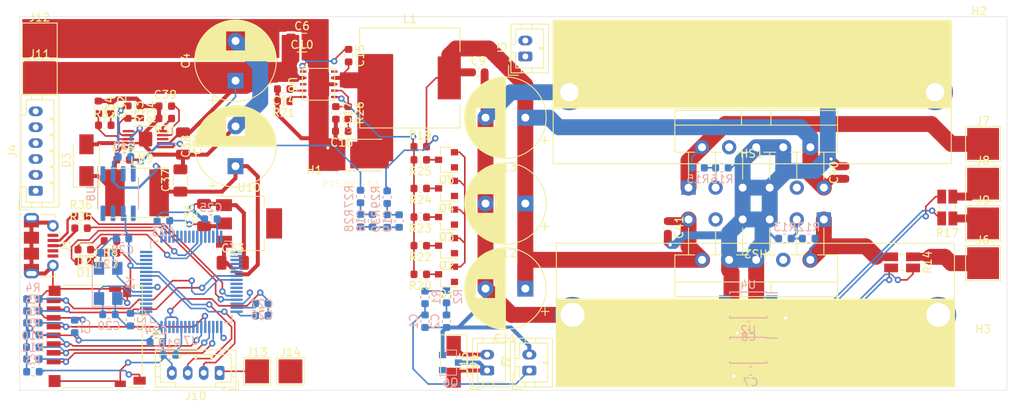
<source format=kicad_pcb>
(kicad_pcb (version 20190905) (host pcbnew "5.99.0-unknown-c3175b4~100~ubuntu16.04.1")
  (layers (0 "F.Cu" signal) (1 "In1.Cu" signal) (2 "In2.Cu" signal) (31 "B.Cu" signal) (34 "B.Paste" user) (35 "F.Paste" user) (36 "B.SilkS" user) (37 "F.SilkS" user) (38 "B.Mask" user) (39 "F.Mask" user) (44 "Edge.Cuts" user))
  (net 0 "")
  (net 1 "GND")
  (net 2 "/PC0_TEMP1")
  (net 3 "/PC1_TEMP2")
  (net 4 "+3V3")
  (net 5 "PWR_IN")
  (net 6 "+3.3VA")
  (net 7 "OUT_RAIL")
  (net 8 "/DCDC/SW")
  (net 9 "+5V")
  (net 10 "Net-(C39-Pad2)")
  (net 11 "/PB0_LED_GREEN")
  (net 12 "Net-(D1-Pad1)")
  (net 13 "/PB1_LED_RED")
  (net 14 "Net-(D2-Pad1)")
  (net 15 "/USB_DP")
  (net 16 "Net-(J1-Pad4)")
  (net 17 "Net-(J1-Pad1)")
  (net 18 "/USB_DM")
  (net 19 "/SWCLK")
  (net 20 "/SWDIO")
  (net 21 "/NRST")
  (net 22 "Net-(J4-Pad1)")
  (net 23 "/SDIO_DET")
  (net 24 "/SDIO_D2")
  (net 25 "/SDIO_D3")
  (net 26 "/SDIO_CMD")
  (net 27 "/SDIO_CK")
  (net 28 "/SDIO_D0")
  (net 29 "/SDIO_D1")
  (net 30 "/OUT1")
  (net 31 "/OUT2")
  (net 32 "/SENSE_4T_1")
  (net 33 "/SENSE_4T_2")
  (net 34 "/PC3_ADC123_13")
  (net 35 "/PC2_ADC123_12")
  (net 36 "Net-(Q1-Pad3)")
  (net 37 "Net-(Q2-Pad3)")
  (net 38 "Net-(Q3-Pad3)")
  (net 39 "Net-(Q4-Pad3)")
  (net 40 "Net-(Q5-Pad3)")
  (net 41 "/DCDC/FB")
  (net 42 "Net-(R31-Pad1)")
  (net 43 "Net-(R33-Pad2)")
  (net 44 "/PA4_DAC1")
  (net 45 "/PA0_SHUNT1")
  (net 46 "/PA7_ES2")
  (net 47 "/PA1_SHUNT2")
  (net 48 "Net-(U6-Pad10)")
  (net 49 "Net-(U7-Pad62)")
  (net 50 "Net-(U7-Pad50)")
  (net 51 "Net-(U7-Pad43)")
  (net 52 "Net-(U7-Pad42)")
  (net 53 "Net-(U7-Pad41)")
  (net 54 "Net-(U7-Pad38)")
  (net 55 "Net-(U7-Pad37)")
  (net 56 "Net-(U7-Pad36)")
  (net 57 "Net-(U7-Pad35)")
  (net 58 "Net-(U7-Pad34)")
  (net 59 "Net-(U7-Pad33)")
  (net 60 "Net-(U7-Pad30)")
  (net 61 "Net-(U7-Pad29)")
  (net 62 "Net-(U7-Pad25)")
  (net 63 "Net-(U7-Pad24)")
  (net 64 "Net-(U7-Pad4)")
  (net 65 "Net-(U7-Pad3)")
  (net 66 "Net-(U8-Pad8)")
  (net 67 "Net-(U8-Pad7)")
  (net 68 "Net-(U8-Pad5)")
  (net 69 "Net-(U8-Pad3)")
  (net 70 "Net-(U8-Pad1)")
  (net 71 "Net-(U9-Pad6)")
  (net 72 "Net-(U9-Pad3)")
  (net 73 "Net-(J1-Pad3)")
  (net 74 "Net-(J1-Pad2)")
  (net 75 "Net-(C14-Pad1)")
  (net 76 "Net-(C15-Pad1)")
  (net 77 "Net-(C16-Pad1)")
  (net 78 "Net-(C17-Pad1)")
  (net 79 "Net-(C20-Pad1)")
  (net 80 "Net-(C21-Pad2)")
  (net 81 "Net-(C25-Pad1)")
  (net 82 "Net-(C26-Pad1)")
  (net 83 "Net-(C32-Pad2)")
  (net 84 "Net-(C34-Pad2)")
  (net 85 "Net-(C35-Pad2)")
  (net 86 "Net-(C35-Pad1)")
  (net 87 "Net-(R12-Pad2)")
  (net 88 "Net-(R12-Pad1)")
  (net 89 "Net-(R14-Pad2)")
  (net 90 "Net-(R15-Pad2)")
  (net 91 "Net-(R17-Pad2)")
  (net 92 "Net-(R21-Pad1)")
  (net 93 "/PB6_VSEL_5")
  (net 94 "Net-(R14-Pad4)")
  (net 95 "Net-(R17-Pad4)")
  (net 96 "/PA3_DCDC_IN")
  (net 97 "/PA2_DCDC_RAIL")
  (net 98 "/PB2_VSEL_1")
  (net 99 "/PB3_VSEL_2")
  (net 100 "/VSEL3")
  (net 101 "/PB5_VSEL_4")
  (net 102 "/PB7_OUT_EN")
  (net 103 "/PB8_FAN")
  (net 104 "Net-(D4-Pad2)")
  (net 105 "/PA6_ES1")
  (net 106 "/PA5_DAC2")
  (module "Package_SO:TSSOP-8_4.4x3mm_P0.65mm" (layer "B.Cu") (at 222.5 82.75 180)
    (fp_text reference "U4" (at 0 2.55) (layer "B.SilkS") (effects (justify mirror)))
    (fp_text value "INA240A1PW")
    (pad "8" smd rect (at 2.95 0.975 180) (size 1.45 0.45) (layers "B.Cu" "B.Paste" "B.Mask") (net 47 "/PA1_SHUNT2"))
    (pad "7" smd rect (at 2.95 0.325 180) (size 1.45 0.45) (layers "B.Cu" "B.Paste" "B.Mask") (net 1 "GND"))
    (pad "6" smd rect (at 2.95 -0.325 180) (size 1.45 0.45) (layers "B.Cu" "B.Paste" "B.Mask") (net 6 "+3.3VA"))
    (pad "5" smd rect (at 2.95 -0.975 180) (size 1.45 0.45) (layers "B.Cu" "B.Paste" "B.Mask") (net 6 "+3.3VA"))
    (pad "4" smd rect (at -2.95 -0.975 180) (size 1.45 0.45) (layers "B.Cu" "B.Paste" "B.Mask") (net 1 "GND"))
    (pad "3" smd rect (at -2.95 -0.325 180) (size 1.45 0.45) (layers "B.Cu" "B.Paste" "B.Mask") (net 95 "Net-(R17-Pad4)"))
    (pad "2" smd rect (at -2.95 0.325 180) (size 1.45 0.45) (layers "B.Cu" "B.Paste" "B.Mask") (net 91 "Net-(R17-Pad2)"))
    (pad "1" smd rect (at -2.95 0.975 180) (size 1.45 0.45) (layers "B.Cu" "B.Paste" "B.Mask") (net 1 "GND"))
  )
  (module "Package_SO:TSSOP-8_4.4x3mm_P0.65mm" (layer "B.Cu") (at 222.5 88.45 180)
    (fp_text reference "U2" (at 0 2.55) (layer "B.SilkS") (effects (justify mirror)))
    (fp_text value "INA240A1PW")
    (pad "8" smd rect (at 2.95 0.975 180) (size 1.45 0.45) (layers "B.Cu" "B.Paste" "B.Mask") (net 45 "/PA0_SHUNT1"))
    (pad "7" smd rect (at 2.95 0.325 180) (size 1.45 0.45) (layers "B.Cu" "B.Paste" "B.Mask") (net 1 "GND"))
    (pad "6" smd rect (at 2.95 -0.325 180) (size 1.45 0.45) (layers "B.Cu" "B.Paste" "B.Mask") (net 6 "+3.3VA"))
    (pad "5" smd rect (at 2.95 -0.975 180) (size 1.45 0.45) (layers "B.Cu" "B.Paste" "B.Mask") (net 6 "+3.3VA"))
    (pad "4" smd rect (at -2.95 -0.975 180) (size 1.45 0.45) (layers "B.Cu" "B.Paste" "B.Mask") (net 1 "GND"))
    (pad "3" smd rect (at -2.95 -0.325 180) (size 1.45 0.45) (layers "B.Cu" "B.Paste" "B.Mask") (net 94 "Net-(R14-Pad4)"))
    (pad "2" smd rect (at -2.95 0.325 180) (size 1.45 0.45) (layers "B.Cu" "B.Paste" "B.Mask") (net 89 "Net-(R14-Pad2)"))
    (pad "1" smd rect (at -2.95 0.975 180) (size 1.45 0.45) (layers "B.Cu" "B.Paste" "B.Mask") (net 1 "GND"))
  )
  (module "MountingHole:MountingHole_3.2mm_M3" (layer "F.Cu") (at 252 90)
    (fp_text reference "H3" (at 0 -4.2) (layer "F.SilkS"))
    (fp_text value "MountingHole")
    (pad "1" np_thru_hole circle (at 0 0) (size 3.2 3.2) (drill 3.2) (layers *.Cu *.Mask))
  )
  (module "MountingHole:MountingHole_3.2mm_M3" (layer "F.Cu") (at 251.5 50)
    (fp_text reference "H2" (at 0 -4.2) (layer "F.SilkS"))
    (fp_text value "MountingHole")
    (pad "1" np_thru_hole circle (at 0 0) (size 3.2 3.2) (drill 3.2) (layers *.Cu *.Mask))
  )
  (module "MountingHole:MountingHole_3.2mm_M3" (layer "F.Cu") (at 168 70)
    (fp_text reference "H1" (at 0 -4.2) (layer "F.SilkS"))
    (fp_text value "MountingHole")
    (pad "1" np_thru_hole circle (at 0 0) (size 3.2 3.2) (drill 3.2) (layers *.Cu *.Mask))
  )
  (module "Package_TO_SOT_SMD:SOT-23" (layer "B.Cu") (at 185.1 90)
    (fp_text reference "Q6" (at 0 2.5) (layer "B.SilkS") (effects (justify mirror)))
    (fp_text value "Q_NMOS_GSD")
    (pad "3" smd rect (at 1 0) (size 0.9 0.8) (layers "B.Cu" "B.Paste" "B.Mask") (net 104 "Net-(D4-Pad2)"))
    (pad "2" smd rect (at -1 -0.95) (size 0.9 0.8) (layers "B.Cu" "B.Paste" "B.Mask") (net 1 "GND"))
    (pad "1" smd rect (at -1 0.95) (size 0.9 0.8) (layers "B.Cu" "B.Paste" "B.Mask") (net 103 "/PB8_FAN"))
  )
  (module "Connector_JST:JST_PH_B2B-PH-K_1x02_P2.00mm_Vertical" (layer "F.Cu") (at 189.7 91 90)
    (fp_text reference "J15" (at 1 -2.9 90) (layer "F.SilkS"))
    (fp_text value "FAN")
    (pad "2" thru_hole oval (at 2 0 90) (size 1.2 1.75) (drill 0.75) (layers *.Cu *.Mask) (net 9 "+5V"))
    (pad "1" thru_hole roundrect (at 0 0 90) (size 1.2 1.75) (drill 0.75) (layers *.Cu *.Mask) (roundrect_rratio 0.208333) (net 104 "Net-(D4-Pad2)"))
  )
  (module "Diode_SMD:D_SMA" (layer "F.Cu") (at 185.5 89.9 -90)
    (fp_text reference "D4" (at 0 -2.5 90) (layer "F.SilkS"))
    (fp_text value "SCH")
    (pad "2" smd rect (at 2 0 270) (size 2.5 1.8) (layers "F.Cu" "F.Paste" "F.Mask") (net 104 "Net-(D4-Pad2)"))
    (pad "1" smd rect (at -2 0 270) (size 2.5 1.8) (layers "F.Cu" "F.Paste" "F.Mask") (net 9 "+5V"))
  )
  (module "TestPoint:TestPoint_Pad_3.0x3.0mm" (layer "F.Cu") (at 165 91.1)
    (fp_text reference "J14" (at 0 -2.398) (layer "F.SilkS"))
    (fp_text value "CAL_3.3")
    (pad "1" smd rect (at 0 0) (size 3 3) (layers "F.Cu" "F.Mask") (net 1 "GND"))
  )
  (module "TestPoint:TestPoint_Pad_3.0x3.0mm" (layer "F.Cu") (at 160.8 91.1)
    (fp_text reference "J13" (at 0 -2.398) (layer "F.SilkS"))
    (fp_text value "CAL_3.3")
    (pad "1" smd rect (at 0 0) (size 3 3) (layers "F.Cu" "F.Mask") (net 6 "+3.3VA"))
  )
  (module "Capacitor_SMD:C_0603_1608Metric" (layer "F.Cu") (at 212.4 73 -90)
    (fp_text reference "C41" (at 0 -1.43 90) (layer "F.SilkS"))
    (fp_text value "2.2u")
    (pad "2" smd roundrect (at 0.7875 0 270) (size 0.875 0.95) (layers "F.Cu" "F.Paste" "F.Mask") (net 1 "GND"))
    (pad "1" smd roundrect (at -0.7875 0 270) (size 0.875 0.95) (layers "F.Cu" "F.Paste" "F.Mask") (net 7 "OUT_RAIL"))
  )
  (module "Capacitor_SMD:C_0603_1608Metric" (layer "F.Cu") (at 234.7 66.1 90)
    (fp_text reference "C40" (at 0 -1.43 90) (layer "F.SilkS"))
    (fp_text value "2.2u")
    (pad "2" smd roundrect (at 0.7875 0 90) (size 0.875 0.95) (layers "F.Cu" "F.Paste" "F.Mask") (net 1 "GND"))
    (pad "1" smd roundrect (at -0.7875 0 90) (size 0.875 0.95) (layers "F.Cu" "F.Paste" "F.Mask") (net 7 "OUT_RAIL"))
  )
  (module "Resistor_SMD:R_Shunt_Ohmite_LVK12" (layer "F.Cu") (at 247.5 70.5 180)
    (fp_text reference "R17" (at 0 -3.2 180) (layer "F.SilkS"))
    (fp_text value "r_shunt_lvk")
    (pad "4" smd rect (at 0.7 1.375 180) (size 1.1 1.75) (layers "F.Cu" "F.Paste" "F.Mask") (net 95 "Net-(R17-Pad4)"))
    (pad "3" smd rect (at -0.7 1.375 180) (size 1.1 1.75) (layers "F.Cu" "F.Paste" "F.Mask") (net 32 "/SENSE_4T_1"))
    (pad "2" smd rect (at 0.7 -1.375 180) (size 1.1 1.75) (layers "F.Cu" "F.Paste" "F.Mask") (net 91 "Net-(R17-Pad2)"))
    (pad "1" smd rect (at -0.7 -1.375 180) (size 1.1 1.75) (layers "F.Cu" "F.Paste" "F.Mask") (net 33 "/SENSE_4T_2"))
  )
  (module "Resistor_SMD:R_Shunt_Ohmite_LVK12" (layer "F.Cu") (at 241.825 77.4 -90)
    (fp_text reference "R14" (at 0 -3.2 -90) (layer "F.SilkS"))
    (fp_text value "r_shunt_lvk")
    (pad "4" smd rect (at 0.7 1.375 270) (size 1.1 1.75) (layers "F.Cu" "F.Paste" "F.Mask") (net 94 "Net-(R14-Pad4)"))
    (pad "3" smd rect (at -0.7 1.375 270) (size 1.1 1.75) (layers "F.Cu" "F.Paste" "F.Mask") (net 88 "Net-(R12-Pad1)"))
    (pad "2" smd rect (at 0.7 -1.375 270) (size 1.1 1.75) (layers "F.Cu" "F.Paste" "F.Mask") (net 89 "Net-(R14-Pad2)"))
    (pad "1" smd rect (at -0.7 -1.375 270) (size 1.1 1.75) (layers "F.Cu" "F.Paste" "F.Mask") (net 30 "/OUT1"))
  )
  (module "rise_elp:OMNI-220-18-50-2C" (layer "F.Cu") (at 223 56)
    (fp_text reference "HS1" (at -0.05 7.725 unlocked) (layer "F.SilkS"))
    (fp_text value "Heatsink_Pad")
    (pad "1" thru_hole circle (at 22.97 0) (size 4.5 4.5) (drill 2.3) (layers *.Cu *.Mask) (net 1 "GND"))
    (pad "1" thru_hole circle (at -22.97 0) (size 4.5 4.5) (drill 2.3) (layers *.Cu *.Mask) (net 1 "GND"))
  )
  (module "rise_elp:OMNI-220-18-50-2C" (layer "F.Cu") (at 223.4 84 180)
    (fp_text reference "HS2" (at -0.05 7.725 180 unlocked) (layer "F.SilkS"))
    (fp_text value "Heatsink_Pad")
    (pad "1" thru_hole circle (at 22.97 0 180) (size 4.5 4.5) (drill 3) (layers *.Cu *.Mask) (net 1 "GND"))
    (pad "1" thru_hole circle (at -22.97 0 180) (size 4.5 4.5) (drill 3) (layers *.Cu *.Mask) (net 1 "GND"))
  )
  (module "Resistor_SMD:R_0603_1608Metric" (layer "F.Cu") (at 138.7 71.6)
    (fp_text reference "R36" (at 0 -1.43) (layer "F.SilkS"))
    (fp_text value "22R")
    (pad "2" smd roundrect (at 0.7875 0) (size 0.875 0.95) (layers "F.Cu" "F.Paste" "F.Mask") (net 18 "/USB_DM"))
    (pad "1" smd roundrect (at -0.7875 0) (size 0.875 0.95) (layers "F.Cu" "F.Paste" "F.Mask") (net 74 "Net-(J1-Pad2)"))
  )
  (module "Resistor_SMD:R_0603_1608Metric" (layer "F.Cu") (at 138.7 73.1)
    (fp_text reference "R35" (at 0 -1.43) (layer "F.SilkS"))
    (fp_text value "22R")
    (pad "2" smd roundrect (at 0.7875 0) (size 0.875 0.95) (layers "F.Cu" "F.Paste" "F.Mask") (net 15 "/USB_DP"))
    (pad "1" smd roundrect (at -0.7875 0) (size 0.875 0.95) (layers "F.Cu" "F.Paste" "F.Mask") (net 73 "Net-(J1-Pad3)"))
  )
  (module "Crystal:Crystal_SMD_Abracon_ABM3C-4Pin_5.0x3.2mm" (layer "B.Cu") (at 142.1 80.05 90)
    (fp_text reference "Y1" (at 0 2.8 -90) (layer "B.SilkS") (effects (justify mirror)))
    (fp_text value "Crystal_GND24")
    (pad "4" smd rect (at -1.9 1.15 90) (size 1.6 1.3) (layers "B.Cu" "B.Paste" "B.Mask") (net 1 "GND"))
    (pad "3" smd rect (at 1.9 1.15 90) (size 1.6 1.3) (layers "B.Cu" "B.Paste" "B.Mask") (net 80 "Net-(C21-Pad2)"))
    (pad "2" smd rect (at 1.9 -1.15 90) (size 1.6 1.3) (layers "B.Cu" "B.Paste" "B.Mask") (net 1 "GND"))
    (pad "1" smd rect (at -1.9 -1.15 90) (size 1.6 1.3) (layers "B.Cu" "B.Paste" "B.Mask") (net 79 "Net-(C20-Pad1)"))
  )
  (module "Package_TO_SOT_SMD:SOT-223" (layer "F.Cu") (at 159.8 72.5)
    (fp_text reference "U10" (at 0 -4.5) (layer "F.SilkS"))
    (fp_text value "AZ1117-3.3")
    (pad "1" smd rect (at -3.15 -2.3) (size 2 1.5) (layers "F.Cu" "F.Paste" "F.Mask") (net 1 "GND"))
    (pad "3" smd rect (at -3.15 2.3) (size 2 1.5) (layers "F.Cu" "F.Paste" "F.Mask") (net 9 "+5V"))
    (pad "2" smd rect (at -3.15 0) (size 2 1.5) (layers "F.Cu" "F.Paste" "F.Mask") (net 4 "+3V3"))
    (pad "4" smd rect (at 3.15 0) (size 2 3.8) (layers "F.Cu" "F.Paste" "F.Mask"))
  )
  (module "Package_SO:MSOP-10-1EP_3x3mm_P0.5mm_EP1.68x1.88mm" (layer "F.Cu") (at 146.8 61.9 180)
    (fp_text reference "U9" (at 0 -2.45) (layer "F.SilkS"))
    (fp_text value "TPS54160")
    (pad "10" smd roundrect (at 2.15 -1 180) (size 1.45 0.3) (layers "F.Cu" "F.Paste" "F.Mask") (net 86 "Net-(C35-Pad1)"))
    (pad "9" smd roundrect (at 2.15 -0.5 180) (size 1.45 0.3) (layers "F.Cu" "F.Paste" "F.Mask") (net 1 "GND"))
    (pad "8" smd roundrect (at 2.15 0 180) (size 1.45 0.3) (layers "F.Cu" "F.Paste" "F.Mask") (net 84 "Net-(C34-Pad2)"))
    (pad "7" smd roundrect (at 2.15 0.5 180) (size 1.45 0.3) (layers "F.Cu" "F.Paste" "F.Mask") (net 43 "Net-(R33-Pad2)"))
    (pad "6" smd roundrect (at 2.15 1 180) (size 1.45 0.3) (layers "F.Cu" "F.Paste" "F.Mask") (net 71 "Net-(U9-Pad6)"))
    (pad "5" smd roundrect (at -2.15 1 180) (size 1.45 0.3) (layers "F.Cu" "F.Paste" "F.Mask") (net 42 "Net-(R31-Pad1)"))
    (pad "4" smd roundrect (at -2.15 0.5 180) (size 1.45 0.3) (layers "F.Cu" "F.Paste" "F.Mask") (net 10 "Net-(C39-Pad2)"))
    (pad "3" smd roundrect (at -2.15 0 180) (size 1.45 0.3) (layers "F.Cu" "F.Paste" "F.Mask") (net 72 "Net-(U9-Pad3)"))
    (pad "2" smd roundrect (at -2.15 -0.5 180) (size 1.45 0.3) (layers "F.Cu" "F.Paste" "F.Mask") (net 5 "PWR_IN"))
    (pad "1" smd roundrect (at -2.15 -1 180) (size 1.45 0.3) (layers "F.Cu" "F.Paste" "F.Mask") (net 85 "Net-(C35-Pad2)"))
    (pad "11" smd roundrect (at 0 0 180) (size 1.68 1.88) (layers "F.Cu" "F.Mask") (roundrect_rratio 0.14881) (net 1 "GND"))
  )
  (module "Package_SO:SOIC-8_3.9x4.9mm_P1.27mm" (layer "B.Cu") (at 143.35 68.75 -90)
    (fp_text reference "U8" (at 0 3.4 -90) (layer "B.SilkS") (effects (justify mirror)))
    (fp_text value "ADR4533BRZ")
    (pad "8" smd roundrect (at 2.475 1.905 270) (size 1.95 0.6) (layers "B.Cu" "B.Paste" "B.Mask") (net 66 "Net-(U8-Pad8)"))
    (pad "7" smd roundrect (at 2.475 0.635 270) (size 1.95 0.6) (layers "B.Cu" "B.Paste" "B.Mask") (net 67 "Net-(U8-Pad7)"))
    (pad "6" smd roundrect (at 2.475 -0.635 270) (size 1.95 0.6) (layers "B.Cu" "B.Paste" "B.Mask") (net 6 "+3.3VA"))
    (pad "5" smd roundrect (at 2.475 -1.905 270) (size 1.95 0.6) (layers "B.Cu" "B.Paste" "B.Mask") (net 68 "Net-(U8-Pad5)"))
    (pad "4" smd roundrect (at -2.475 -1.905 270) (size 1.95 0.6) (layers "B.Cu" "B.Paste" "B.Mask") (net 1 "GND"))
    (pad "3" smd roundrect (at -2.475 -0.635 270) (size 1.95 0.6) (layers "B.Cu" "B.Paste" "B.Mask") (net 69 "Net-(U8-Pad3)"))
    (pad "2" smd roundrect (at -2.475 0.635 270) (size 1.95 0.6) (layers "B.Cu" "B.Paste" "B.Mask") (net 9 "+5V"))
    (pad "1" smd roundrect (at -2.475 1.905 270) (size 1.95 0.6) (layers "B.Cu" "B.Paste" "B.Mask") (net 70 "Net-(U8-Pad1)"))
  )
  (module "Package_QFP:LQFP-64_10x10mm_P0.5mm" (layer "B.Cu") (at 152.55 79.85)
    (fp_text reference "U7" (at 0 7.4) (layer "B.SilkS") (effects (justify mirror)))
    (fp_text value "STM32F405RGTx")
    (pad "64" smd roundrect (at -3.75 5.675) (size 0.3 1.55) (layers "B.Cu" "B.Paste" "B.Mask") (net 4 "+3V3"))
    (pad "63" smd roundrect (at -3.25 5.675) (size 0.3 1.55) (layers "B.Cu" "B.Paste" "B.Mask") (net 1 "GND"))
    (pad "62" smd roundrect (at -2.75 5.675) (size 0.3 1.55) (layers "B.Cu" "B.Paste" "B.Mask") (net 49 "Net-(U7-Pad62)"))
    (pad "61" smd roundrect (at -2.25 5.675) (size 0.3 1.55) (layers "B.Cu" "B.Paste" "B.Mask") (net 103 "/PB8_FAN"))
    (pad "60" smd roundrect (at -1.75 5.675) (size 0.3 1.55) (layers "B.Cu" "B.Paste" "B.Mask") (net 1 "GND"))
    (pad "59" smd roundrect (at -1.25 5.675) (size 0.3 1.55) (layers "B.Cu" "B.Paste" "B.Mask") (net 102 "/PB7_OUT_EN"))
    (pad "58" smd roundrect (at -0.75 5.675) (size 0.3 1.55) (layers "B.Cu" "B.Paste" "B.Mask") (net 93 "/PB6_VSEL_5"))
    (pad "57" smd roundrect (at -0.25 5.675) (size 0.3 1.55) (layers "B.Cu" "B.Paste" "B.Mask") (net 101 "/PB5_VSEL_4"))
    (pad "56" smd roundrect (at 0.25 5.675) (size 0.3 1.55) (layers "B.Cu" "B.Paste" "B.Mask") (net 100 "/VSEL3"))
    (pad "55" smd roundrect (at 0.75 5.675) (size 0.3 1.55) (layers "B.Cu" "B.Paste" "B.Mask") (net 99 "/PB3_VSEL_2"))
    (pad "54" smd roundrect (at 1.25 5.675) (size 0.3 1.55) (layers "B.Cu" "B.Paste" "B.Mask") (net 26 "/SDIO_CMD"))
    (pad "53" smd roundrect (at 1.75 5.675) (size 0.3 1.55) (layers "B.Cu" "B.Paste" "B.Mask") (net 27 "/SDIO_CK"))
    (pad "52" smd roundrect (at 2.25 5.675) (size 0.3 1.55) (layers "B.Cu" "B.Paste" "B.Mask") (net 25 "/SDIO_D3"))
    (pad "51" smd roundrect (at 2.75 5.675) (size 0.3 1.55) (layers "B.Cu" "B.Paste" "B.Mask") (net 24 "/SDIO_D2"))
    (pad "50" smd roundrect (at 3.25 5.675) (size 0.3 1.55) (layers "B.Cu" "B.Paste" "B.Mask") (net 50 "Net-(U7-Pad50)"))
    (pad "49" smd roundrect (at 3.75 5.675) (size 0.3 1.55) (layers "B.Cu" "B.Paste" "B.Mask") (net 19 "/SWCLK"))
    (pad "48" smd roundrect (at 5.675 3.75) (size 1.55 0.3) (layers "B.Cu" "B.Paste" "B.Mask") (net 4 "+3V3"))
    (pad "47" smd roundrect (at 5.675 3.25) (size 1.55 0.3) (layers "B.Cu" "B.Paste" "B.Mask") (net 82 "Net-(C26-Pad1)"))
    (pad "46" smd roundrect (at 5.675 2.75) (size 1.55 0.3) (layers "B.Cu" "B.Paste" "B.Mask") (net 20 "/SWDIO"))
    (pad "45" smd roundrect (at 5.675 2.25) (size 1.55 0.3) (layers "B.Cu" "B.Paste" "B.Mask") (net 15 "/USB_DP"))
    (pad "44" smd roundrect (at 5.675 1.75) (size 1.55 0.3) (layers "B.Cu" "B.Paste" "B.Mask") (net 18 "/USB_DM"))
    (pad "43" smd roundrect (at 5.675 1.25) (size 1.55 0.3) (layers "B.Cu" "B.Paste" "B.Mask") (net 51 "Net-(U7-Pad43)"))
    (pad "42" smd roundrect (at 5.675 0.75) (size 1.55 0.3) (layers "B.Cu" "B.Paste" "B.Mask") (net 52 "Net-(U7-Pad42)"))
    (pad "41" smd roundrect (at 5.675 0.25) (size 1.55 0.3) (layers "B.Cu" "B.Paste" "B.Mask") (net 53 "Net-(U7-Pad41)"))
    (pad "40" smd roundrect (at 5.675 -0.25) (size 1.55 0.3) (layers "B.Cu" "B.Paste" "B.Mask") (net 29 "/SDIO_D1"))
    (pad "39" smd roundrect (at 5.675 -0.75) (size 1.55 0.3) (layers "B.Cu" "B.Paste" "B.Mask") (net 28 "/SDIO_D0"))
    (pad "38" smd roundrect (at 5.675 -1.25) (size 1.55 0.3) (layers "B.Cu" "B.Paste" "B.Mask") (net 54 "Net-(U7-Pad38)"))
    (pad "37" smd roundrect (at 5.675 -1.75) (size 1.55 0.3) (layers "B.Cu" "B.Paste" "B.Mask") (net 55 "Net-(U7-Pad37)"))
    (pad "36" smd roundrect (at 5.675 -2.25) (size 1.55 0.3) (layers "B.Cu" "B.Paste" "B.Mask") (net 56 "Net-(U7-Pad36)"))
    (pad "35" smd roundrect (at 5.675 -2.75) (size 1.55 0.3) (layers "B.Cu" "B.Paste" "B.Mask") (net 57 "Net-(U7-Pad35)"))
    (pad "34" smd roundrect (at 5.675 -3.25) (size 1.55 0.3) (layers "B.Cu" "B.Paste" "B.Mask") (net 58 "Net-(U7-Pad34)"))
    (pad "33" smd roundrect (at 5.675 -3.75) (size 1.55 0.3) (layers "B.Cu" "B.Paste" "B.Mask") (net 59 "Net-(U7-Pad33)"))
    (pad "32" smd roundrect (at 3.75 -5.675) (size 0.3 1.55) (layers "B.Cu" "B.Paste" "B.Mask") (net 4 "+3V3"))
    (pad "31" smd roundrect (at 3.25 -5.675) (size 0.3 1.55) (layers "B.Cu" "B.Paste" "B.Mask") (net 81 "Net-(C25-Pad1)"))
    (pad "30" smd roundrect (at 2.75 -5.675) (size 0.3 1.55) (layers "B.Cu" "B.Paste" "B.Mask") (net 60 "Net-(U7-Pad30)"))
    (pad "29" smd roundrect (at 2.25 -5.675) (size 0.3 1.55) (layers "B.Cu" "B.Paste" "B.Mask") (net 61 "Net-(U7-Pad29)"))
    (pad "28" smd roundrect (at 1.75 -5.675) (size 0.3 1.55) (layers "B.Cu" "B.Paste" "B.Mask") (net 98 "/PB2_VSEL_1"))
    (pad "27" smd roundrect (at 1.25 -5.675) (size 0.3 1.55) (layers "B.Cu" "B.Paste" "B.Mask") (net 13 "/PB1_LED_RED"))
    (pad "26" smd roundrect (at 0.75 -5.675) (size 0.3 1.55) (layers "B.Cu" "B.Paste" "B.Mask") (net 11 "/PB0_LED_GREEN"))
    (pad "25" smd roundrect (at 0.25 -5.675) (size 0.3 1.55) (layers "B.Cu" "B.Paste" "B.Mask") (net 62 "Net-(U7-Pad25)"))
    (pad "24" smd roundrect (at -0.25 -5.675) (size 0.3 1.55) (layers "B.Cu" "B.Paste" "B.Mask") (net 63 "Net-(U7-Pad24)"))
    (pad "23" smd roundrect (at -0.75 -5.675) (size 0.3 1.55) (layers "B.Cu" "B.Paste" "B.Mask") (net 46 "/PA7_ES2"))
    (pad "22" smd roundrect (at -1.25 -5.675) (size 0.3 1.55) (layers "B.Cu" "B.Paste" "B.Mask") (net 105 "/PA6_ES1"))
    (pad "21" smd roundrect (at -1.75 -5.675) (size 0.3 1.55) (layers "B.Cu" "B.Paste" "B.Mask") (net 106 "/PA5_DAC2"))
    (pad "20" smd roundrect (at -2.25 -5.675) (size 0.3 1.55) (layers "B.Cu" "B.Paste" "B.Mask") (net 44 "/PA4_DAC1"))
    (pad "19" smd roundrect (at -2.75 -5.675) (size 0.3 1.55) (layers "B.Cu" "B.Paste" "B.Mask") (net 4 "+3V3"))
    (pad "18" smd roundrect (at -3.25 -5.675) (size 0.3 1.55) (layers "B.Cu" "B.Paste" "B.Mask") (net 1 "GND"))
    (pad "17" smd roundrect (at -3.75 -5.675) (size 0.3 1.55) (layers "B.Cu" "B.Paste" "B.Mask") (net 96 "/PA3_DCDC_IN"))
    (pad "16" smd roundrect (at -5.675 -3.75) (size 1.55 0.3) (layers "B.Cu" "B.Paste" "B.Mask") (net 97 "/PA2_DCDC_RAIL"))
    (pad "15" smd roundrect (at -5.675 -3.25) (size 1.55 0.3) (layers "B.Cu" "B.Paste" "B.Mask") (net 47 "/PA1_SHUNT2"))
    (pad "14" smd roundrect (at -5.675 -2.75) (size 1.55 0.3) (layers "B.Cu" "B.Paste" "B.Mask") (net 45 "/PA0_SHUNT1"))
    (pad "13" smd roundrect (at -5.675 -2.25) (size 1.55 0.3) (layers "B.Cu" "B.Paste" "B.Mask") (net 6 "+3.3VA"))
    (pad "12" smd roundrect (at -5.675 -1.75) (size 1.55 0.3) (layers "B.Cu" "B.Paste" "B.Mask") (net 1 "GND"))
    (pad "11" smd roundrect (at -5.675 -1.25) (size 1.55 0.3) (layers "B.Cu" "B.Paste" "B.Mask") (net 34 "/PC3_ADC123_13"))
    (pad "10" smd roundrect (at -5.675 -0.75) (size 1.55 0.3) (layers "B.Cu" "B.Paste" "B.Mask") (net 35 "/PC2_ADC123_12"))
    (pad "9" smd roundrect (at -5.675 -0.25) (size 1.55 0.3) (layers "B.Cu" "B.Paste" "B.Mask") (net 3 "/PC1_TEMP2"))
    (pad "8" smd roundrect (at -5.675 0.25) (size 1.55 0.3) (layers "B.Cu" "B.Paste" "B.Mask") (net 2 "/PC0_TEMP1"))
    (pad "7" smd roundrect (at -5.675 0.75) (size 1.55 0.3) (layers "B.Cu" "B.Paste" "B.Mask") (net 21 "/NRST"))
    (pad "6" smd roundrect (at -5.675 1.25) (size 1.55 0.3) (layers "B.Cu" "B.Paste" "B.Mask") (net 80 "Net-(C21-Pad2)"))
    (pad "5" smd roundrect (at -5.675 1.75) (size 1.55 0.3) (layers "B.Cu" "B.Paste" "B.Mask") (net 79 "Net-(C20-Pad1)"))
    (pad "4" smd roundrect (at -5.675 2.25) (size 1.55 0.3) (layers "B.Cu" "B.Paste" "B.Mask") (net 64 "Net-(U7-Pad4)"))
    (pad "3" smd roundrect (at -5.675 2.75) (size 1.55 0.3) (layers "B.Cu" "B.Paste" "B.Mask") (net 65 "Net-(U7-Pad3)"))
    (pad "2" smd roundrect (at -5.675 3.25) (size 1.55 0.3) (layers "B.Cu" "B.Paste" "B.Mask") (net 23 "/SDIO_DET"))
    (pad "1" smd roundrect (at -5.675 3.75) (size 1.55 0.3) (layers "B.Cu" "B.Paste" "B.Mask") (net 4 "+3V3"))
  )
  (module "rise_elp:TI-DPR" (layer "F.Cu") (at 168.55 55 -90)
    (fp_text reference "U6" (at 0.05 3.3 -90 unlocked) (layer "F.SilkS"))
    (fp_text value "TPS54561DPRR")
    (pad "11" connect rect (at 0 0 270) (size 3 2.6) (layers "F.Cu" "F.Mask") (net 1 "GND"))
    (pad "1" connect rect (at -1.6 1.95 270) (size 0.3 0.8) (layers "F.Cu" "F.Mask") (net 76 "Net-(C15-Pad1)"))
    (pad "2" connect rect (at -0.8 1.95 270) (size 0.3 0.8) (layers "F.Cu" "F.Mask") (net 5 "PWR_IN"))
    (pad "5" connect rect (at 1.6 1.95 270) (size 0.3 0.8) (layers "F.Cu" "F.Mask") (net 92 "Net-(R21-Pad1)"))
    (pad "3" connect rect (at 0 1.95 270) (size 0.3 0.8) (layers "F.Cu" "F.Mask") (net 102 "/PB7_OUT_EN"))
    (pad "4" connect rect (at 0.8 1.95 270) (size 0.3 0.8) (layers "F.Cu" "F.Mask") (net 75 "Net-(C14-Pad1)"))
    (pad "6" connect rect (at 1.6 -1.95 270) (size 0.3 0.8) (layers "F.Cu" "F.Mask") (net 41 "/DCDC/FB"))
    (pad "7" connect rect (at 0.8 -1.95 270) (size 0.3 0.8) (layers "F.Cu" "F.Mask") (net 78 "Net-(C17-Pad1)"))
    (pad "8" connect rect (at 0 -1.95 270) (size 0.3 0.8) (layers "F.Cu" "F.Mask") (net 1 "GND"))
    (pad "9" connect rect (at -0.8 -1.95 270) (size 0.3 0.8) (layers "F.Cu" "F.Mask") (net 8 "/DCDC/SW"))
    (pad "10" connect rect (at -1.6 -1.95 270) (size 0.3 0.8) (layers "F.Cu" "F.Mask") (net 48 "Net-(U6-Pad10)"))
  )
  (module "POWERDI5:POWERDI5" (layer "F.Cu") (at 173.8 63.9)
    (fp_text reference "U5" (at -1.838 -3.238) (layer "F.SilkS") (effects (font (size 0.8 0.8) (thickness 0.05))))
    (fp_text value "PDS760-13" (at -1.23 3.622) (layer "F.SilkS") (effects (font (size 0.8 0.8) (thickness 0.05))))
    (pad "1" smd rect (at -2.856 -0.92) (size 1.4 1.39) (layers "F.Cu" "F.Paste" "F.Mask") (net 1 "GND"))
    (pad "2" smd rect (at -2.856 0.92) (size 1.4 1.39) (layers "F.Cu" "F.Paste" "F.Mask") (net 1 "GND"))
    (pad "3" smd rect (at 1.126 0) (size 4.86 3.36) (layers "F.Cu" "F.Paste" "F.Mask") (net 8 "/DCDC/SW"))
  )
  (module "Package_TO_SOT_THT:TO-220-11_P3.4x5.08mm_StaggerOdd_Lead4.85mm_Vertical" (layer "F.Cu") (at 215 68)
    (fp_text reference "U3" (at 8.5 -10.7) (layer "F.SilkS"))
    (fp_text value "OPA549")
    (pad "11" thru_hole oval (at 17 0) (size 1.8 1.8) (drill 1) (layers *.Cu *.Mask) (net 7 "OUT_RAIL"))
    (pad "10" thru_hole oval (at 15.3 -5.08) (size 1.8 1.8) (drill 1) (layers *.Cu *.Mask) (net 7 "OUT_RAIL"))
    (pad "9" thru_hole oval (at 13.6 0) (size 1.8 1.8) (drill 1) (layers *.Cu *.Mask) (net 46 "/PA7_ES2"))
    (pad "8" thru_hole oval (at 11.9 -5.08) (size 1.8 1.8) (drill 1) (layers *.Cu *.Mask) (net 1 "GND"))
    (pad "7" thru_hole oval (at 10.2 0) (size 1.8 1.8) (drill 1) (layers *.Cu *.Mask) (net 1 "GND"))
    (pad "6" thru_hole oval (at 8.5 -5.08) (size 1.8 1.8) (drill 1) (layers *.Cu *.Mask) (net 1 "GND"))
    (pad "5" thru_hole oval (at 6.8 0) (size 1.8 1.8) (drill 1) (layers *.Cu *.Mask) (net 1 "GND"))
    (pad "4" thru_hole oval (at 5.1 -5.08) (size 1.8 1.8) (drill 1) (layers *.Cu *.Mask) (net 106 "/PA5_DAC2"))
    (pad "3" thru_hole oval (at 3.4 0) (size 1.8 1.8) (drill 1) (layers *.Cu *.Mask) (net 90 "Net-(R15-Pad2)"))
    (pad "2" thru_hole oval (at 1.7 -5.08) (size 1.8 1.8) (drill 1) (layers *.Cu *.Mask) (net 31 "/OUT2"))
    (pad "1" thru_hole rect (at 0 0) (size 1.8 1.8) (drill 1) (layers *.Cu *.Mask) (net 31 "/OUT2"))
  )
  (module "Package_TO_SOT_THT:TO-220-11_P3.4x5.08mm_StaggerOdd_Lead4.85mm_Vertical" (layer "F.Cu") (at 232 72 180)
    (fp_text reference "U1" (at 8.5 -10.7) (layer "F.SilkS"))
    (fp_text value "OPA549")
    (pad "11" thru_hole oval (at 17 0 180) (size 1.8 1.8) (drill 1) (layers *.Cu *.Mask) (net 7 "OUT_RAIL"))
    (pad "10" thru_hole oval (at 15.3 -5.08 180) (size 1.8 1.8) (drill 1) (layers *.Cu *.Mask) (net 7 "OUT_RAIL"))
    (pad "9" thru_hole oval (at 13.6 0 180) (size 1.8 1.8) (drill 1) (layers *.Cu *.Mask) (net 105 "/PA6_ES1"))
    (pad "8" thru_hole oval (at 11.9 -5.08 180) (size 1.8 1.8) (drill 1) (layers *.Cu *.Mask) (net 1 "GND"))
    (pad "7" thru_hole oval (at 10.2 0 180) (size 1.8 1.8) (drill 1) (layers *.Cu *.Mask) (net 1 "GND"))
    (pad "6" thru_hole oval (at 8.5 -5.08 180) (size 1.8 1.8) (drill 1) (layers *.Cu *.Mask) (net 1 "GND"))
    (pad "5" thru_hole oval (at 6.8 0 180) (size 1.8 1.8) (drill 1) (layers *.Cu *.Mask) (net 1 "GND"))
    (pad "4" thru_hole oval (at 5.1 -5.08 180) (size 1.8 1.8) (drill 1) (layers *.Cu *.Mask) (net 44 "/PA4_DAC1"))
    (pad "3" thru_hole oval (at 3.4 0 180) (size 1.8 1.8) (drill 1) (layers *.Cu *.Mask) (net 87 "Net-(R12-Pad2)"))
    (pad "2" thru_hole oval (at 1.7 -5.08 180) (size 1.8 1.8) (drill 1) (layers *.Cu *.Mask) (net 88 "Net-(R12-Pad1)"))
    (pad "1" thru_hole rect (at 0 0 180) (size 1.8 1.8) (drill 1) (layers *.Cu *.Mask) (net 88 "Net-(R12-Pad1)"))
  )
  (module "Resistor_SMD:R_0603_1608Metric" (layer "F.Cu") (at 146.125 58.5 -90)
    (fp_text reference "R34" (at 0 -1.43 90) (layer "F.SilkS"))
    (fp_text value "3.3k")
    (pad "2" smd roundrect (at 0.7875 0 270) (size 0.875 0.95) (layers "F.Cu" "F.Paste" "F.Mask") (net 43 "Net-(R33-Pad2)"))
    (pad "1" smd roundrect (at -0.7875 0 270) (size 0.875 0.95) (layers "F.Cu" "F.Paste" "F.Mask") (net 1 "GND"))
  )
  (module "Resistor_SMD:R_0603_1608Metric" (layer "F.Cu") (at 144.575 58.5 -90)
    (fp_text reference "R33" (at 0 -1.43 90) (layer "F.SilkS"))
    (fp_text value "18k")
    (pad "2" smd roundrect (at 0.7875 0 270) (size 0.875 0.95) (layers "F.Cu" "F.Paste" "F.Mask") (net 43 "Net-(R33-Pad2)"))
    (pad "1" smd roundrect (at -0.7875 0 270) (size 0.875 0.95) (layers "F.Cu" "F.Paste" "F.Mask") (net 9 "+5V"))
  )
  (module "Resistor_SMD:R_0603_1608Metric" (layer "F.Cu") (at 141.675 60.15)
    (fp_text reference "R32" (at 0 -1.43) (layer "F.SilkS"))
    (fp_text value "15k")
    (pad "2" smd roundrect (at 0.7875 0) (size 0.875 0.95) (layers "F.Cu" "F.Paste" "F.Mask") (net 83 "Net-(C32-Pad2)"))
    (pad "1" smd roundrect (at -0.7875 0) (size 0.875 0.95) (layers "F.Cu" "F.Paste" "F.Mask") (net 84 "Net-(C34-Pad2)"))
  )
  (module "Resistor_SMD:R_0603_1608Metric" (layer "F.Cu") (at 149.275 59.3 180)
    (fp_text reference "R31" (at 0 -1.43) (layer "F.SilkS"))
    (fp_text value "220k")
    (pad "2" smd roundrect (at 0.7875 0 180) (size 0.875 0.95) (layers "F.Cu" "F.Paste" "F.Mask") (net 1 "GND"))
    (pad "1" smd roundrect (at -0.7875 0 180) (size 0.875 0.95) (layers "F.Cu" "F.Paste" "F.Mask") (net 42 "Net-(R31-Pad1)"))
  )
  (module "Resistor_SMD:R_0603_1608Metric" (layer "B.Cu") (at 177.15 72.2 -90)
    (fp_text reference "R30" (at 0 1.43 -90) (layer "B.SilkS") (effects (justify mirror)))
    (fp_text value "2.2k")
    (pad "2" smd roundrect (at 0.7875 0 270) (size 0.875 0.95) (layers "B.Cu" "B.Paste" "B.Mask") (net 1 "GND"))
    (pad "1" smd roundrect (at -0.7875 0 270) (size 0.875 0.95) (layers "B.Cu" "B.Paste" "B.Mask") (net 97 "/PA2_DCDC_RAIL"))
  )
  (module "Resistor_SMD:R_0603_1608Metric" (layer "B.Cu") (at 177.15 69.2 -90)
    (fp_text reference "R29" (at 0 1.43 -90) (layer "B.SilkS") (effects (justify mirror)))
    (fp_text value "39k")
    (pad "2" smd roundrect (at 0.7875 0 270) (size 0.875 0.95) (layers "B.Cu" "B.Paste" "B.Mask") (net 97 "/PA2_DCDC_RAIL"))
    (pad "1" smd roundrect (at -0.7875 0 270) (size 0.875 0.95) (layers "B.Cu" "B.Paste" "B.Mask") (net 7 "OUT_RAIL"))
  )
  (module "Resistor_SMD:R_0603_1608Metric" (layer "B.Cu") (at 173.8 72.15 -90)
    (fp_text reference "R28" (at 0 1.43 -90) (layer "B.SilkS") (effects (justify mirror)))
    (fp_text value "2.2k")
    (pad "2" smd roundrect (at 0.7875 0 270) (size 0.875 0.95) (layers "B.Cu" "B.Paste" "B.Mask") (net 1 "GND"))
    (pad "1" smd roundrect (at -0.7875 0 270) (size 0.875 0.95) (layers "B.Cu" "B.Paste" "B.Mask") (net 96 "/PA3_DCDC_IN"))
  )
  (module "Resistor_SMD:R_0603_1608Metric" (layer "B.Cu") (at 173.8 69.12 -90)
    (fp_text reference "R27" (at 0 1.43 -90) (layer "B.SilkS") (effects (justify mirror)))
    (fp_text value "39k")
    (pad "2" smd roundrect (at 0.7875 0 270) (size 0.875 0.95) (layers "B.Cu" "B.Paste" "B.Mask") (net 96 "/PA3_DCDC_IN"))
    (pad "1" smd roundrect (at -0.7875 0 270) (size 0.875 0.95) (layers "B.Cu" "B.Paste" "B.Mask") (net 5 "PWR_IN"))
  )
  (module "Resistor_SMD:R_0603_1608Metric" (layer "F.Cu") (at 172.25 58.6 -90)
    (fp_text reference "R26" (at 0 -1.43 90) (layer "F.SilkS"))
    (fp_text value "16.9k")
    (pad "2" smd roundrect (at 0.7875 0 270) (size 0.875 0.95) (layers "F.Cu" "F.Paste" "F.Mask") (net 77 "Net-(C16-Pad1)"))
    (pad "1" smd roundrect (at -0.7875 0 270) (size 0.875 0.95) (layers "F.Cu" "F.Paste" "F.Mask") (net 78 "Net-(C17-Pad1)"))
  )
  (module "Resistor_SMD:R_0603_1608Metric" (layer "F.Cu") (at 181.3 64.5 180)
    (fp_text reference "R25" (at 0 -1.43) (layer "F.SilkS"))
    (fp_text value "16k")
    (pad "2" smd roundrect (at 0.7875 0 180) (size 0.875 0.95) (layers "F.Cu" "F.Paste" "F.Mask") (net 41 "/DCDC/FB"))
    (pad "1" smd roundrect (at -0.7875 0 180) (size 0.875 0.95) (layers "F.Cu" "F.Paste" "F.Mask") (net 40 "Net-(Q5-Pad3)"))
  )
  (module "Resistor_SMD:R_0603_1608Metric" (layer "F.Cu") (at 181.3 68.1 180)
    (fp_text reference "R24" (at 0 -1.43) (layer "F.SilkS"))
    (fp_text value "8k")
    (pad "2" smd roundrect (at 0.7875 0 180) (size 0.875 0.95) (layers "F.Cu" "F.Paste" "F.Mask") (net 41 "/DCDC/FB"))
    (pad "1" smd roundrect (at -0.7875 0 180) (size 0.875 0.95) (layers "F.Cu" "F.Paste" "F.Mask") (net 39 "Net-(Q4-Pad3)"))
  )
  (module "Resistor_SMD:R_0603_1608Metric" (layer "F.Cu") (at 181.3 71.7 180)
    (fp_text reference "R23" (at 0 -1.43) (layer "F.SilkS"))
    (fp_text value "4k")
    (pad "2" smd roundrect (at 0.7875 0 180) (size 0.875 0.95) (layers "F.Cu" "F.Paste" "F.Mask") (net 41 "/DCDC/FB"))
    (pad "1" smd roundrect (at -0.7875 0 180) (size 0.875 0.95) (layers "F.Cu" "F.Paste" "F.Mask") (net 38 "Net-(Q3-Pad3)"))
  )
  (module "Resistor_SMD:R_0603_1608Metric" (layer "F.Cu") (at 181.3 75.3 180)
    (fp_text reference "R22" (at 0 -1.43) (layer "F.SilkS"))
    (fp_text value "2k")
    (pad "2" smd roundrect (at 0.7875 0 180) (size 0.875 0.95) (layers "F.Cu" "F.Paste" "F.Mask") (net 41 "/DCDC/FB"))
    (pad "1" smd roundrect (at -0.7875 0 180) (size 0.875 0.95) (layers "F.Cu" "F.Paste" "F.Mask") (net 37 "Net-(Q2-Pad3)"))
  )
  (module "Resistor_SMD:R_0603_1608Metric" (layer "F.Cu") (at 164.15 57.15 180)
    (fp_text reference "R21" (at 0 -1.43) (layer "F.SilkS"))
    (fp_text value "243k")
    (pad "2" smd roundrect (at 0.7875 0 180) (size 0.875 0.95) (layers "F.Cu" "F.Paste" "F.Mask") (net 1 "GND"))
    (pad "1" smd roundrect (at -0.7875 0 180) (size 0.875 0.95) (layers "F.Cu" "F.Paste" "F.Mask") (net 92 "Net-(R21-Pad1)"))
  )
  (module "Resistor_SMD:R_0603_1608Metric" (layer "F.Cu") (at 181.3 78.9 180)
    (fp_text reference "R20" (at 0 -1.43) (layer "F.SilkS"))
    (fp_text value "1k")
    (pad "2" smd roundrect (at 0.7875 0 180) (size 0.875 0.95) (layers "F.Cu" "F.Paste" "F.Mask") (net 41 "/DCDC/FB"))
    (pad "1" smd roundrect (at -0.7875 0 180) (size 0.875 0.95) (layers "F.Cu" "F.Paste" "F.Mask") (net 36 "Net-(Q1-Pad3)"))
  )
  (module "Resistor_SMD:R_0603_1608Metric" (layer "F.Cu") (at 181.3 62.85)
    (fp_text reference "R19" (at 0 -1.43) (layer "F.SilkS"))
    (fp_text value "56k")
    (pad "2" smd roundrect (at 0.7875 0) (size 0.875 0.95) (layers "F.Cu" "F.Paste" "F.Mask") (net 7 "OUT_RAIL"))
    (pad "1" smd roundrect (at -0.7875 0) (size 0.875 0.95) (layers "F.Cu" "F.Paste" "F.Mask") (net 41 "/DCDC/FB"))
  )
  (module "Resistor_SMD:R_0603_1608Metric" (layer "B.Cu") (at 149.8 89.05 180)
    (fp_text reference "R18" (at 0 1.43 180) (layer "B.SilkS") (effects (justify mirror)))
    (fp_text value "2.2k")
    (pad "2" smd roundrect (at 0.7875 0 180) (size 0.875 0.95) (layers "B.Cu" "B.Paste" "B.Mask") (net 1 "GND"))
    (pad "1" smd roundrect (at -0.7875 0 180) (size 0.875 0.95) (layers "B.Cu" "B.Paste" "B.Mask") (net 102 "/PB7_OUT_EN"))
  )
  (module "Resistor_SMD:R_0603_1608Metric" (layer "B.Cu") (at 219.2 65.5)
    (fp_text reference "R16" (at 0 1.43) (layer "B.SilkS") (effects (justify mirror)))
    (fp_text value "10k")
    (pad "2" smd roundrect (at 0.7875 0) (size 0.875 0.95) (layers "B.Cu" "B.Paste" "B.Mask") (net 1 "GND"))
    (pad "1" smd roundrect (at -0.7875 0) (size 0.875 0.95) (layers "B.Cu" "B.Paste" "B.Mask") (net 90 "Net-(R15-Pad2)"))
  )
  (module "Resistor_SMD:R_0603_1608Metric" (layer "B.Cu") (at 216.2 65.5)
    (fp_text reference "R15" (at 0 1.43) (layer "B.SilkS") (effects (justify mirror)))
    (fp_text value "10k")
    (pad "2" smd roundrect (at 0.7875 0) (size 0.875 0.95) (layers "B.Cu" "B.Paste" "B.Mask") (net 90 "Net-(R15-Pad2)"))
    (pad "1" smd roundrect (at -0.7875 0) (size 0.875 0.95) (layers "B.Cu" "B.Paste" "B.Mask") (net 31 "/OUT2"))
  )
  (module "Resistor_SMD:R_0603_1608Metric" (layer "B.Cu") (at 227.1 74.4 180)
    (fp_text reference "R13" (at 0 1.43) (layer "B.SilkS") (effects (justify mirror)))
    (fp_text value "10k")
    (pad "2" smd roundrect (at 0.7875 0 180) (size 0.875 0.95) (layers "B.Cu" "B.Paste" "B.Mask") (net 1 "GND"))
    (pad "1" smd roundrect (at -0.7875 0 180) (size 0.875 0.95) (layers "B.Cu" "B.Paste" "B.Mask") (net 87 "Net-(R12-Pad2)"))
  )
  (module "Resistor_SMD:R_0603_1608Metric" (layer "B.Cu") (at 230.1 74.4 180)
    (fp_text reference "R12" (at 0 1.43) (layer "B.SilkS") (effects (justify mirror)))
    (fp_text value "10k")
    (pad "2" smd roundrect (at 0.7875 0 180) (size 0.875 0.95) (layers "B.Cu" "B.Paste" "B.Mask") (net 87 "Net-(R12-Pad2)"))
    (pad "1" smd roundrect (at -0.7875 0 180) (size 0.875 0.95) (layers "B.Cu" "B.Paste" "B.Mask") (net 88 "Net-(R12-Pad1)"))
  )
  (module "Resistor_SMD:R_0603_1608Metric" (layer "B.Cu") (at 132.65 89.555 180)
    (fp_text reference "R11" (at 0 1.43) (layer "B.SilkS") (effects (justify mirror)))
    (fp_text value "10k")
    (pad "2" smd roundrect (at 0.7875 0 180) (size 0.875 0.95) (layers "B.Cu" "B.Paste" "B.Mask") (net 4 "+3V3"))
    (pad "1" smd roundrect (at -0.7875 0 180) (size 0.875 0.95) (layers "B.Cu" "B.Paste" "B.Mask") (net 24 "/SDIO_D2"))
  )
  (module "Resistor_SMD:R_0603_1608Metric" (layer "B.Cu") (at 132.6375 88.055 180)
    (fp_text reference "R10" (at 0 1.43) (layer "B.SilkS") (effects (justify mirror)))
    (fp_text value "10k")
    (pad "2" smd roundrect (at 0.7875 0 180) (size 0.875 0.95) (layers "B.Cu" "B.Paste" "B.Mask") (net 4 "+3V3"))
    (pad "1" smd roundrect (at -0.7875 0 180) (size 0.875 0.95) (layers "B.Cu" "B.Paste" "B.Mask") (net 25 "/SDIO_D3"))
  )
  (module "Resistor_SMD:R_0603_1608Metric" (layer "B.Cu") (at 132.65 86.505 180)
    (fp_text reference "R9" (at 0 1.43) (layer "B.SilkS") (effects (justify mirror)))
    (fp_text value "10k")
    (pad "2" smd roundrect (at 0.7875 0 180) (size 0.875 0.95) (layers "B.Cu" "B.Paste" "B.Mask") (net 4 "+3V3"))
    (pad "1" smd roundrect (at -0.7875 0 180) (size 0.875 0.95) (layers "B.Cu" "B.Paste" "B.Mask") (net 26 "/SDIO_CMD"))
  )
  (module "Resistor_SMD:R_0603_1608Metric" (layer "F.Cu") (at 142.39857 74.7 180)
    (fp_text reference "R8" (at 0 -1.43 180) (layer "F.SilkS"))
    (fp_text value "1k")
    (pad "2" smd roundrect (at 0.7875 0 180) (size 0.875 0.95) (layers "F.Cu" "F.Paste" "F.Mask") (net 14 "Net-(D2-Pad1)"))
    (pad "1" smd roundrect (at -0.7875 0 180) (size 0.875 0.95) (layers "F.Cu" "F.Paste" "F.Mask") (net 1 "GND"))
  )
  (module "Resistor_SMD:R_0603_1608Metric" (layer "F.Cu") (at 142.4 76.2 180)
    (fp_text reference "R7" (at 0 -1.43 180) (layer "F.SilkS"))
    (fp_text value "1k")
    (pad "2" smd roundrect (at 0.7875 0 180) (size 0.875 0.95) (layers "F.Cu" "F.Paste" "F.Mask") (net 12 "Net-(D1-Pad1)"))
    (pad "1" smd roundrect (at -0.7875 0 180) (size 0.875 0.95) (layers "F.Cu" "F.Paste" "F.Mask") (net 1 "GND"))
  )
  (module "Resistor_SMD:R_0603_1608Metric" (layer "B.Cu") (at 132.65 85.005 180)
    (fp_text reference "R6" (at 0 1.43) (layer "B.SilkS") (effects (justify mirror)))
    (fp_text value "10k")
    (pad "2" smd roundrect (at 0.7875 0 180) (size 0.875 0.95) (layers "B.Cu" "B.Paste" "B.Mask") (net 4 "+3V3"))
    (pad "1" smd roundrect (at -0.7875 0 180) (size 0.875 0.95) (layers "B.Cu" "B.Paste" "B.Mask") (net 27 "/SDIO_CK"))
  )
  (module "Resistor_SMD:R_0603_1608Metric" (layer "B.Cu") (at 132.65 83.505 180)
    (fp_text reference "R5" (at 0 1.43) (layer "B.SilkS") (effects (justify mirror)))
    (fp_text value "10k")
    (pad "2" smd roundrect (at 0.7875 0 180) (size 0.875 0.95) (layers "B.Cu" "B.Paste" "B.Mask") (net 4 "+3V3"))
    (pad "1" smd roundrect (at -0.7875 0 180) (size 0.875 0.95) (layers "B.Cu" "B.Paste" "B.Mask") (net 28 "/SDIO_D0"))
  )
  (module "Resistor_SMD:R_0603_1608Metric" (layer "B.Cu") (at 132.65 82.005 180)
    (fp_text reference "R4" (at 0 1.43) (layer "B.SilkS") (effects (justify mirror)))
    (fp_text value "10k")
    (pad "2" smd roundrect (at 0.7875 0 180) (size 0.875 0.95) (layers "B.Cu" "B.Paste" "B.Mask") (net 4 "+3V3"))
    (pad "1" smd roundrect (at -0.7875 0 180) (size 0.875 0.95) (layers "B.Cu" "B.Paste" "B.Mask") (net 29 "/SDIO_D1"))
  )
  (module "Resistor_SMD:R_0603_1608Metric" (layer "B.Cu") (at 132.65 91.155 180)
    (fp_text reference "R3" (at 0 1.43) (layer "B.SilkS") (effects (justify mirror)))
    (fp_text value "10k")
    (pad "2" smd roundrect (at 0.7875 0 180) (size 0.875 0.95) (layers "B.Cu" "B.Paste" "B.Mask") (net 4 "+3V3"))
    (pad "1" smd roundrect (at -0.7875 0 180) (size 0.875 0.95) (layers "B.Cu" "B.Paste" "B.Mask") (net 23 "/SDIO_DET"))
  )
  (module "Resistor_SMD:R_0603_1608Metric" (layer "B.Cu") (at 184.6 81.7 90)
    (fp_text reference "R2" (at 0 1.43 90) (layer "B.SilkS") (effects (justify mirror)))
    (fp_text value "10k")
    (pad "2" smd roundrect (at 0.7875 0 90) (size 0.875 0.95) (layers "B.Cu" "B.Paste" "B.Mask") (net 6 "+3.3VA"))
    (pad "1" smd roundrect (at -0.7875 0 90) (size 0.875 0.95) (layers "B.Cu" "B.Paste" "B.Mask") (net 3 "/PC1_TEMP2"))
  )
  (module "Resistor_SMD:R_0603_1608Metric" (layer "B.Cu") (at 181.9 81.8 90)
    (fp_text reference "R1" (at 0 1.43 90) (layer "B.SilkS") (effects (justify mirror)))
    (fp_text value "10k")
    (pad "2" smd roundrect (at 0.7875 0 90) (size 0.875 0.95) (layers "B.Cu" "B.Paste" "B.Mask") (net 6 "+3.3VA"))
    (pad "1" smd roundrect (at -0.7875 0 90) (size 0.875 0.95) (layers "B.Cu" "B.Paste" "B.Mask") (net 2 "/PC0_TEMP1"))
  )
  (module "Package_TO_SOT_SMD:SOT-23" (layer "F.Cu") (at 184.6 64.5 180)
    (fp_text reference "Q5" (at 0 -2.5) (layer "F.SilkS"))
    (fp_text value "Q_NMOS_GSD")
    (pad "3" smd rect (at 1 0 180) (size 0.9 0.8) (layers "F.Cu" "F.Paste" "F.Mask") (net 40 "Net-(Q5-Pad3)"))
    (pad "2" smd rect (at -1 0.95 180) (size 0.9 0.8) (layers "F.Cu" "F.Paste" "F.Mask") (net 1 "GND"))
    (pad "1" smd rect (at -1 -0.95 180) (size 0.9 0.8) (layers "F.Cu" "F.Paste" "F.Mask") (net 93 "/PB6_VSEL_5"))
  )
  (module "Package_TO_SOT_SMD:SOT-23" (layer "F.Cu") (at 184.6 68.1 180)
    (fp_text reference "Q4" (at 0 -2.5) (layer "F.SilkS"))
    (fp_text value "Q_NMOS_GSD")
    (pad "3" smd rect (at 1 0 180) (size 0.9 0.8) (layers "F.Cu" "F.Paste" "F.Mask") (net 39 "Net-(Q4-Pad3)"))
    (pad "2" smd rect (at -1 0.95 180) (size 0.9 0.8) (layers "F.Cu" "F.Paste" "F.Mask") (net 1 "GND"))
    (pad "1" smd rect (at -1 -0.95 180) (size 0.9 0.8) (layers "F.Cu" "F.Paste" "F.Mask") (net 101 "/PB5_VSEL_4"))
  )
  (module "Package_TO_SOT_SMD:SOT-23" (layer "F.Cu") (at 184.6 71.7 180)
    (fp_text reference "Q3" (at 0 -2.5) (layer "F.SilkS"))
    (fp_text value "Q_NMOS_GSD")
    (pad "3" smd rect (at 1 0 180) (size 0.9 0.8) (layers "F.Cu" "F.Paste" "F.Mask") (net 38 "Net-(Q3-Pad3)"))
    (pad "2" smd rect (at -1 0.95 180) (size 0.9 0.8) (layers "F.Cu" "F.Paste" "F.Mask") (net 1 "GND"))
    (pad "1" smd rect (at -1 -0.95 180) (size 0.9 0.8) (layers "F.Cu" "F.Paste" "F.Mask") (net 100 "/VSEL3"))
  )
  (module "Package_TO_SOT_SMD:SOT-23" (layer "F.Cu") (at 184.6 75.3 180)
    (fp_text reference "Q2" (at 0 -2.5) (layer "F.SilkS"))
    (fp_text value "Q_NMOS_GSD")
    (pad "3" smd rect (at 1 0 180) (size 0.9 0.8) (layers "F.Cu" "F.Paste" "F.Mask") (net 37 "Net-(Q2-Pad3)"))
    (pad "2" smd rect (at -1 0.95 180) (size 0.9 0.8) (layers "F.Cu" "F.Paste" "F.Mask") (net 1 "GND"))
    (pad "1" smd rect (at -1 -0.95 180) (size 0.9 0.8) (layers "F.Cu" "F.Paste" "F.Mask") (net 99 "/PB3_VSEL_2"))
  )
  (module "Package_TO_SOT_SMD:SOT-23" (layer "F.Cu") (at 184.6 78.9 180)
    (fp_text reference "Q1" (at 0 -2.5) (layer "F.SilkS"))
    (fp_text value "Q_NMOS_GSD")
    (pad "3" smd rect (at 1 0 180) (size 0.9 0.8) (layers "F.Cu" "F.Paste" "F.Mask") (net 36 "Net-(Q1-Pad3)"))
    (pad "2" smd rect (at -1 0.95 180) (size 0.9 0.8) (layers "F.Cu" "F.Paste" "F.Mask") (net 1 "GND"))
    (pad "1" smd rect (at -1 -0.95 180) (size 0.9 0.8) (layers "F.Cu" "F.Paste" "F.Mask") (net 98 "/PB2_VSEL_1"))
  )
  (module "Inductor_SMD:L_Taiyo-Yuden_NR-60xx_HandSoldering" (layer "F.Cu") (at 145.725 68.65)
    (fp_text reference "L2" (at 0 -4) (layer "F.SilkS"))
    (fp_text value "22u")
    (pad "2" smd rect (at 2.775 0) (size 2.45 5.9) (layers "F.Cu" "F.Paste" "F.Mask") (net 9 "+5V"))
    (pad "1" smd rect (at -2.775 0) (size 2.45 5.9) (layers "F.Cu" "F.Paste" "F.Mask") (net 86 "Net-(C35-Pad1)"))
  )
  (module "Inductor_SMD:L_12x12mm_H8mm" (layer "F.Cu") (at 180 54.2)
    (fp_text reference "L1" (at 0 -7.4) (layer "F.SilkS"))
    (fp_text value "7.2u")
    (pad "2" smd rect (at 4.95 0) (size 2.9 5.4) (layers "F.Cu" "F.Paste" "F.Mask") (net 7 "OUT_RAIL"))
    (pad "1" smd rect (at -4.95 0) (size 2.9 5.4) (layers "F.Cu" "F.Paste" "F.Mask") (net 8 "/DCDC/SW"))
  )
  (module "TestPoint:TestPoint_Pad_4.0x4.0mm" (layer "F.Cu") (at 133.5 49.5)
    (fp_text reference "J12" (at 0 -2.898) (layer "F.SilkS"))
    (fp_text value "IN-")
    (pad "1" smd rect (at 0 0) (size 4 4) (layers "F.Cu" "F.Mask") (net 1 "GND"))
  )
  (module "TestPoint:TestPoint_Pad_4.0x4.0mm" (layer "F.Cu") (at 133.5 54.1)
    (fp_text reference "J11" (at 0 -2.898) (layer "F.SilkS"))
    (fp_text value "IN+")
    (pad "1" smd rect (at 0 0) (size 4 4) (layers "F.Cu" "F.Mask") (net 5 "PWR_IN"))
  )
  (module "Connector_JST:JST_PH_B4B-PH-K_1x04_P2.00mm_Vertical" (layer "F.Cu") (at 156.1 91.3 180)
    (fp_text reference "J10" (at 3 -2.9) (layer "F.SilkS"))
    (fp_text value "ADC_EXTRA")
    (pad "4" thru_hole oval (at 6 0 180) (size 1.2 1.75) (drill 0.75) (layers *.Cu *.Mask) (net 1 "GND"))
    (pad "3" thru_hole oval (at 4 0 180) (size 1.2 1.75) (drill 0.75) (layers *.Cu *.Mask) (net 34 "/PC3_ADC123_13"))
    (pad "2" thru_hole oval (at 2 0 180) (size 1.2 1.75) (drill 0.75) (layers *.Cu *.Mask) (net 35 "/PC2_ADC123_12"))
    (pad "1" thru_hole roundrect (at 0 0 180) (size 1.2 1.75) (drill 0.75) (layers *.Cu *.Mask) (roundrect_rratio 0.208333) (net 6 "+3.3VA"))
  )
  (module "TestPoint:TestPoint_Pad_4.0x4.0mm" (layer "F.Cu") (at 252 72.5)
    (fp_text reference "J9" (at 0 -2.898) (layer "F.SilkS"))
    (fp_text value "4T_2")
    (pad "1" smd rect (at 0 0) (size 4 4) (layers "F.Cu" "F.Mask") (net 33 "/SENSE_4T_2"))
  )
  (module "TestPoint:TestPoint_Pad_4.0x4.0mm" (layer "F.Cu") (at 252 67.5)
    (fp_text reference "J8" (at 0 -2.898) (layer "F.SilkS"))
    (fp_text value "4T_1")
    (pad "1" smd rect (at 0 0) (size 4 4) (layers "F.Cu" "F.Mask") (net 32 "/SENSE_4T_1"))
  )
  (module "TestPoint:TestPoint_Pad_4.0x4.0mm" (layer "F.Cu") (at 252 62.5)
    (fp_text reference "J7" (at 0 -2.898) (layer "F.SilkS"))
    (fp_text value "OUT2")
    (pad "1" smd rect (at 0 0) (size 4 4) (layers "F.Cu" "F.Mask") (net 31 "/OUT2"))
  )
  (module "TestPoint:TestPoint_Pad_4.0x4.0mm" (layer "F.Cu") (at 252 77.5)
    (fp_text reference "J6" (at 0 -2.898) (layer "F.SilkS"))
    (fp_text value "OUT1")
    (pad "1" smd rect (at 0 0) (size 4 4) (layers "F.Cu" "F.Mask") (net 30 "/OUT1"))
  )
  (module "Connector_Card:microSD_HC_Hirose_DM3D-SF" (layer "F.Cu") (at 140.6 86.7 -90)
    (fp_text reference "J5" (at -0.025 -7.625 90) (layer "F.SilkS"))
    (fp_text value "Micro_SD_Card_Det")
    (pad "10" smd rect (at 5.575 -5.45 270) (size 1 1.55) (layers "F.Cu" "F.Paste" "F.Mask") (net 23 "/SDIO_DET"))
    (pad "11" smd rect (at 5.625 5.225 270) (size 1.5 1.5) (layers "F.Cu" "F.Paste" "F.Mask") (net 1 "GND"))
    (pad "1" smd rect (at 3.175 5.35 270) (size 0.7 1.75) (layers "F.Cu" "F.Paste" "F.Mask") (net 24 "/SDIO_D2"))
    (pad "2" smd rect (at 2.075 5.35 270) (size 0.7 1.75) (layers "F.Cu" "F.Paste" "F.Mask") (net 25 "/SDIO_D3"))
    (pad "3" smd rect (at 0.975 5.35 270) (size 0.7 1.75) (layers "F.Cu" "F.Paste" "F.Mask") (net 26 "/SDIO_CMD"))
    (pad "4" smd rect (at -0.125 5.35 270) (size 0.7 1.75) (layers "F.Cu" "F.Paste" "F.Mask") (net 4 "+3V3"))
    (pad "5" smd rect (at -1.225 5.35 270) (size 0.7 1.75) (layers "F.Cu" "F.Paste" "F.Mask") (net 27 "/SDIO_CK"))
    (pad "6" smd rect (at -2.325 5.35 270) (size 0.7 1.75) (layers "F.Cu" "F.Paste" "F.Mask") (net 1 "GND"))
    (pad "7" smd rect (at -3.425 5.35 270) (size 0.7 1.75) (layers "F.Cu" "F.Paste" "F.Mask") (net 28 "/SDIO_D0"))
    (pad "11" smd rect (at 5.975 -3.025 270) (size 0.8 1.4) (layers "F.Cu" "F.Paste" "F.Mask") (net 1 "GND"))
    (pad "9" smd rect (at -5.65 -3.875 270) (size 1.45 1) (layers "F.Cu" "F.Paste" "F.Mask") (net 1 "GND"))
    (pad "11" smd rect (at -5.975 -2.375 270) (size 0.8 1.5) (layers "F.Cu" "F.Paste" "F.Mask") (net 1 "GND"))
    (pad "11" smd rect (at -5.725 5.225 270) (size 1.3 1.5) (layers "F.Cu" "F.Paste" "F.Mask") (net 1 "GND"))
    (pad "8" smd rect (at -4.525 5.35 270) (size 0.7 1.75) (layers "F.Cu" "F.Paste" "F.Mask") (net 29 "/SDIO_D1"))
  )
  (module "Connector_JST:JST_PH_B6B-PH-K_1x06_P2.00mm_Vertical" (layer "F.Cu") (at 133 68.4 90)
    (fp_text reference "J4" (at 5 -2.9 90) (layer "F.SilkS"))
    (fp_text value "SWD")
    (pad "6" thru_hole oval (at 10 0 90) (size 1.2 1.75) (drill 0.75) (layers *.Cu *.Mask) (net 4 "+3V3"))
    (pad "5" thru_hole oval (at 8 0 90) (size 1.2 1.75) (drill 0.75) (layers *.Cu *.Mask) (net 19 "/SWCLK"))
    (pad "4" thru_hole oval (at 6 0 90) (size 1.2 1.75) (drill 0.75) (layers *.Cu *.Mask) (net 1 "GND"))
    (pad "3" thru_hole oval (at 4 0 90) (size 1.2 1.75) (drill 0.75) (layers *.Cu *.Mask) (net 20 "/SWDIO"))
    (pad "2" thru_hole oval (at 2 0 90) (size 1.2 1.75) (drill 0.75) (layers *.Cu *.Mask) (net 21 "/NRST"))
    (pad "1" thru_hole roundrect (at 0 0 90) (size 1.2 1.75) (drill 0.75) (layers *.Cu *.Mask) (roundrect_rratio 0.208333) (net 22 "Net-(J4-Pad1)"))
  )
  (module "Connector_JST:JST_PH_B2B-PH-K_1x02_P2.00mm_Vertical" (layer "F.Cu") (at 194.5 51.5 90)
    (fp_text reference "J3" (at 1 -2.9 90) (layer "F.SilkS"))
    (fp_text value "TEMP1")
    (pad "2" thru_hole oval (at 2 0 90) (size 1.2 1.75) (drill 0.75) (layers *.Cu *.Mask) (net 1 "GND"))
    (pad "1" thru_hole roundrect (at 0 0 90) (size 1.2 1.75) (drill 0.75) (layers *.Cu *.Mask) (roundrect_rratio 0.208333) (net 3 "/PC1_TEMP2"))
  )
  (module "Connector_JST:JST_PH_B2B-PH-K_1x02_P2.00mm_Vertical" (layer "F.Cu") (at 195 91 90)
    (fp_text reference "J2" (at 1 -2.9 90) (layer "F.SilkS"))
    (fp_text value "TEMP1")
    (pad "2" thru_hole oval (at 2 0 90) (size 1.2 1.75) (drill 0.75) (layers *.Cu *.Mask) (net 1 "GND"))
    (pad "1" thru_hole roundrect (at 0 0 90) (size 1.2 1.75) (drill 0.75) (layers *.Cu *.Mask) (roundrect_rratio 0.208333) (net 2 "/PC0_TEMP1"))
  )
  (module "Connector_USB:USB_Micro-B_Molex-105017-0001" (layer "F.Cu") (at 133.7 75.3 -90)
    (fp_text reference "J1" (at 0 -3.1125 90) (layer "F.SilkS"))
    (fp_text value "USB_B_Micro")
    (pad "6" smd rect (at -2.9 1.2375 270) (size 1.2 1.9) (layers "F.Cu" "F.Mask") (net 1 "GND"))
    (pad "6" smd rect (at 2.9 1.2375 270) (size 1.2 1.9) (layers "F.Cu" "F.Mask") (net 1 "GND"))
    (pad "6" thru_hole oval (at 3.5 1.2375 270) (size 1.2 1.9) (drill oval 0.6 1.3) (layers *.Cu *.Mask) (net 1 "GND"))
    (pad "6" thru_hole oval (at -3.5 1.2375 90) (size 1.2 1.9) (drill oval 0.6 1.3) (layers *.Cu *.Mask) (net 1 "GND"))
    (pad "6" smd rect (at -1 1.2375 270) (size 1.5 1.9) (layers "F.Cu" "F.Paste" "F.Mask") (net 1 "GND"))
    (pad "6" thru_hole circle (at 2.5 -1.4625 270) (size 1.45 1.45) (drill 0.85) (layers *.Cu *.Mask) (net 1 "GND"))
    (pad "3" smd rect (at 0 -1.4625 270) (size 0.4 1.35) (layers "F.Cu" "F.Paste" "F.Mask") (net 73 "Net-(J1-Pad3)"))
    (pad "4" smd rect (at 0.65 -1.4625 270) (size 0.4 1.35) (layers "F.Cu" "F.Paste" "F.Mask") (net 16 "Net-(J1-Pad4)"))
    (pad "5" smd rect (at 1.3 -1.4625 270) (size 0.4 1.35) (layers "F.Cu" "F.Paste" "F.Mask") (net 1 "GND"))
    (pad "1" smd rect (at -1.3 -1.4625 270) (size 0.4 1.35) (layers "F.Cu" "F.Paste" "F.Mask") (net 17 "Net-(J1-Pad1)"))
    (pad "2" smd rect (at -0.65 -1.4625 270) (size 0.4 1.35) (layers "F.Cu" "F.Paste" "F.Mask") (net 74 "Net-(J1-Pad2)"))
    (pad "6" thru_hole circle (at -2.5 -1.4625 270) (size 1.45 1.45) (drill 0.85) (layers *.Cu *.Mask) (net 1 "GND"))
    (pad "6" smd rect (at 1 1.2375 270) (size 1.5 1.9) (layers "F.Cu" "F.Paste" "F.Mask") (net 1 "GND"))
  )
  (module "Diode_SMD:D_SMA" (layer "F.Cu") (at 139.375 64.55 90)
    (fp_text reference "D3" (at 0 -2.5 90) (layer "F.SilkS"))
    (fp_text value "SCH")
    (pad "2" smd rect (at 2 0 90) (size 2.5 1.8) (layers "F.Cu" "F.Paste" "F.Mask") (net 1 "GND"))
    (pad "1" smd rect (at -2 0 90) (size 2.5 1.8) (layers "F.Cu" "F.Paste" "F.Mask") (net 86 "Net-(C35-Pad1)"))
  )
  (module "LED_SMD:LED_0603_1608Metric" (layer "F.Cu") (at 139.1 75.8 180)
    (fp_text reference "D2" (at 0 -1.43 180) (layer "F.SilkS"))
    (fp_text value "RED")
    (pad "2" smd roundrect (at 0.7875 0 180) (size 0.875 0.95) (layers "F.Cu" "F.Paste" "F.Mask") (net 13 "/PB1_LED_RED"))
    (pad "1" smd roundrect (at -0.7875 0 180) (size 0.875 0.95) (layers "F.Cu" "F.Paste" "F.Mask") (net 14 "Net-(D2-Pad1)"))
  )
  (module "LED_SMD:LED_0603_1608Metric" (layer "F.Cu") (at 139.1 77.3 180)
    (fp_text reference "D1" (at 0 -1.43 180) (layer "F.SilkS"))
    (fp_text value "GREEN")
    (pad "2" smd roundrect (at 0.7875 0 180) (size 0.875 0.95) (layers "F.Cu" "F.Paste" "F.Mask") (net 11 "/PB0_LED_GREEN"))
    (pad "1" smd roundrect (at -0.7875 0 180) (size 0.875 0.95) (layers "F.Cu" "F.Paste" "F.Mask") (net 12 "Net-(D1-Pad1)"))
  )
  (module "Capacitor_SMD:C_0603_1608Metric" (layer "F.Cu") (at 149.275 57.75)
    (fp_text reference "C39" (at 0 -1.43) (layer "F.SilkS"))
    (fp_text value "6.8n")
    (pad "2" smd roundrect (at 0.7875 0) (size 0.875 0.95) (layers "F.Cu" "F.Paste" "F.Mask") (net 10 "Net-(C39-Pad2)"))
    (pad "1" smd roundrect (at -0.7875 0) (size 0.875 0.95) (layers "F.Cu" "F.Paste" "F.Mask") (net 1 "GND"))
  )
  (module "Capacitor_THT:CP_Radial_D10.0mm_P5.00mm" (layer "F.Cu") (at 158.1 65.3 90)
    (fp_text reference "C38" (at 2.5 -6.25 90) (layer "F.SilkS"))
    (fp_text value "470u")
    (pad "2" thru_hole circle (at 5 0 90) (size 2 2) (drill 1) (layers *.Cu *.Mask) (net 1 "GND"))
    (pad "1" thru_hole rect (at 0 0 90) (size 2 2) (drill 1) (layers *.Cu *.Mask) (net 9 "+5V"))
  )
  (module "Capacitor_SMD:C_1206_3216Metric" (layer "F.Cu") (at 151.175 67.1 90)
    (fp_text reference "C37" (at 0 -1.82 90) (layer "F.SilkS"))
    (fp_text value "2.2u")
    (pad "2" smd roundrect (at 1.4 0 90) (size 1.25 1.75) (layers "F.Cu" "F.Paste" "F.Mask") (roundrect_rratio 0.2) (net 1 "GND"))
    (pad "1" smd roundrect (at -1.4 0 90) (size 1.25 1.75) (layers "F.Cu" "F.Paste" "F.Mask") (roundrect_rratio 0.2) (net 9 "+5V"))
  )
  (module "Capacitor_SMD:C_1206_3216Metric" (layer "F.Cu") (at 154.15 71.45 90)
    (fp_text reference "C36" (at 0 -1.82 90) (layer "F.SilkS"))
    (fp_text value "2.2u")
    (pad "2" smd roundrect (at 1.4 0 90) (size 1.25 1.75) (layers "F.Cu" "F.Paste" "F.Mask") (roundrect_rratio 0.2) (net 1 "GND"))
    (pad "1" smd roundrect (at -1.4 0 90) (size 1.25 1.75) (layers "F.Cu" "F.Paste" "F.Mask") (roundrect_rratio 0.2) (net 4 "+3V3"))
  )
  (module "Capacitor_SMD:C_0603_1608Metric" (layer "F.Cu") (at 143.975 64.5)
    (fp_text reference "C35" (at 0 -1.43) (layer "F.SilkS"))
    (fp_text value "100n")
    (pad "2" smd roundrect (at 0.7875 0) (size 0.875 0.95) (layers "F.Cu" "F.Paste" "F.Mask") (net 85 "Net-(C35-Pad2)"))
    (pad "1" smd roundrect (at -0.7875 0) (size 0.875 0.95) (layers "F.Cu" "F.Paste" "F.Mask") (net 86 "Net-(C35-Pad1)"))
  )
  (module "Capacitor_SMD:C_0603_1608Metric" (layer "F.Cu") (at 140.875 57.9 -90)
    (fp_text reference "C34" (at 0 -1.43 90) (layer "F.SilkS"))
    (fp_text value "120p")
    (pad "2" smd roundrect (at 0.7875 0 270) (size 0.875 0.95) (layers "F.Cu" "F.Paste" "F.Mask") (net 84 "Net-(C34-Pad2)"))
    (pad "1" smd roundrect (at -0.7875 0 270) (size 0.875 0.95) (layers "F.Cu" "F.Paste" "F.Mask") (net 1 "GND"))
  )
  (module "Capacitor_SMD:C_1206_3216Metric" (layer "F.Cu") (at 157.75 77.45)
    (fp_text reference "C33" (at 0 -1.82) (layer "F.SilkS"))
    (fp_text value "2.2u")
    (pad "2" smd roundrect (at 1.4 0) (size 1.25 1.75) (layers "F.Cu" "F.Paste" "F.Mask") (roundrect_rratio 0.2) (net 1 "GND"))
    (pad "1" smd roundrect (at -1.4 0) (size 1.25 1.75) (layers "F.Cu" "F.Paste" "F.Mask") (roundrect_rratio 0.2) (net 9 "+5V"))
  )
  (module "Capacitor_SMD:C_0603_1608Metric" (layer "F.Cu") (at 142.425 57.9 -90)
    (fp_text reference "C32" (at 0 -1.43 90) (layer "F.SilkS"))
    (fp_text value "6.8n")
    (pad "2" smd roundrect (at 0.7875 0 270) (size 0.875 0.95) (layers "F.Cu" "F.Paste" "F.Mask") (net 83 "Net-(C32-Pad2)"))
    (pad "1" smd roundrect (at -0.7875 0 270) (size 0.875 0.95) (layers "F.Cu" "F.Paste" "F.Mask") (net 1 "GND"))
  )
  (module "Capacitor_SMD:C_1206_3216Metric" (layer "F.Cu") (at 151.5 62.45 -90)
    (fp_text reference "C31" (at 0 -1.82 90) (layer "F.SilkS"))
    (fp_text value "2.2u")
    (pad "2" smd roundrect (at 1.4 0 270) (size 1.25 1.75) (layers "F.Cu" "F.Paste" "F.Mask") (roundrect_rratio 0.2) (net 1 "GND"))
    (pad "1" smd roundrect (at -1.4 0 270) (size 1.25 1.75) (layers "F.Cu" "F.Paste" "F.Mask") (roundrect_rratio 0.2) (net 5 "PWR_IN"))
  )
  (module "Capacitor_SMD:C_0603_1608Metric" (layer "B.Cu") (at 144.15 64.15 180)
    (fp_text reference "C30" (at 0 1.43) (layer "B.SilkS") (effects (justify mirror)))
    (fp_text value "2.2u")
    (pad "2" smd roundrect (at 0.7875 0 180) (size 0.875 0.95) (layers "B.Cu" "B.Paste" "B.Mask") (net 9 "+5V"))
    (pad "1" smd roundrect (at -0.7875 0 180) (size 0.875 0.95) (layers "B.Cu" "B.Paste" "B.Mask") (net 1 "GND"))
  )
  (module "Capacitor_SMD:C_0603_1608Metric" (layer "B.Cu") (at 143.9 74.4)
    (fp_text reference "C29" (at 0 1.43 180) (layer "B.SilkS") (effects (justify mirror)))
    (fp_text value "2.2u")
    (pad "2" smd roundrect (at 0.7875 0) (size 0.875 0.95) (layers "B.Cu" "B.Paste" "B.Mask") (net 6 "+3.3VA"))
    (pad "1" smd roundrect (at -0.7875 0) (size 0.875 0.95) (layers "B.Cu" "B.Paste" "B.Mask") (net 1 "GND"))
  )
  (module "Capacitor_SMD:C_0603_1608Metric" (layer "B.Cu") (at 161.4 84.1 180)
    (fp_text reference "C27" (at 0 1.43) (layer "B.SilkS") (effects (justify mirror)))
    (fp_text value "2.2u")
    (pad "2" smd roundrect (at 0.7875 0 180) (size 0.875 0.95) (layers "B.Cu" "B.Paste" "B.Mask") (net 4 "+3V3"))
    (pad "1" smd roundrect (at -0.7875 0 180) (size 0.875 0.95) (layers "B.Cu" "B.Paste" "B.Mask") (net 1 "GND"))
  )
  (module "Capacitor_SMD:C_0603_1608Metric" (layer "B.Cu") (at 161.4 82.55)
    (fp_text reference "C26" (at 0 1.43) (layer "B.SilkS") (effects (justify mirror)))
    (fp_text value "2.2u")
    (pad "2" smd roundrect (at 0.7875 0) (size 0.875 0.95) (layers "B.Cu" "B.Paste" "B.Mask") (net 1 "GND"))
    (pad "1" smd roundrect (at -0.7875 0) (size 0.875 0.95) (layers "B.Cu" "B.Paste" "B.Mask") (net 82 "Net-(C26-Pad1)"))
  )
  (module "Capacitor_SMD:C_0603_1608Metric" (layer "B.Cu") (at 155 71.95 180)
    (fp_text reference "C25" (at 0 1.43) (layer "B.SilkS") (effects (justify mirror)))
    (fp_text value "2.2u")
    (pad "2" smd roundrect (at 0.7875 0 180) (size 0.875 0.95) (layers "B.Cu" "B.Paste" "B.Mask") (net 1 "GND"))
    (pad "1" smd roundrect (at -0.7875 0 180) (size 0.875 0.95) (layers "B.Cu" "B.Paste" "B.Mask") (net 81 "Net-(C25-Pad1)"))
  )
  (module "Capacitor_SMD:C_0603_1608Metric" (layer "B.Cu") (at 148.15 87.4 180)
    (fp_text reference "C24" (at 0 1.43) (layer "B.SilkS") (effects (justify mirror)))
    (fp_text value "2.2u")
    (pad "2" smd roundrect (at 0.7875 0 180) (size 0.875 0.95) (layers "B.Cu" "B.Paste" "B.Mask") (net 4 "+3V3"))
    (pad "1" smd roundrect (at -0.7875 0 180) (size 0.875 0.95) (layers "B.Cu" "B.Paste" "B.Mask") (net 1 "GND"))
  )
  (module "Capacitor_SMD:C_0603_1608Metric" (layer "B.Cu") (at 149.0375 72.15)
    (fp_text reference "C23" (at 0 1.43) (layer "B.SilkS") (effects (justify mirror)))
    (fp_text value "2.2u")
    (pad "2" smd roundrect (at 0.7875 0) (size 0.875 0.95) (layers "B.Cu" "B.Paste" "B.Mask") (net 4 "+3V3"))
    (pad "1" smd roundrect (at -0.7875 0) (size 0.875 0.95) (layers "B.Cu" "B.Paste" "B.Mask") (net 1 "GND"))
  )
  (module "Capacitor_SMD:C_0603_1608Metric" (layer "B.Cu") (at 144.9 84.6 90)
    (fp_text reference "C22" (at 0 1.43 -90) (layer "B.SilkS") (effects (justify mirror)))
    (fp_text value "2.2u")
    (pad "2" smd roundrect (at 0.7875 0 90) (size 0.875 0.95) (layers "B.Cu" "B.Paste" "B.Mask") (net 4 "+3V3"))
    (pad "1" smd roundrect (at -0.7875 0 90) (size 0.875 0.95) (layers "B.Cu" "B.Paste" "B.Mask") (net 1 "GND"))
  )
  (module "Capacitor_SMD:C_0603_1608Metric" (layer "B.Cu") (at 141.95 76.2)
    (fp_text reference "C21" (at 0 1.43) (layer "B.SilkS") (effects (justify mirror)))
    (fp_text value "22p")
    (pad "2" smd roundrect (at 0.7875 0) (size 0.875 0.95) (layers "B.Cu" "B.Paste" "B.Mask") (net 80 "Net-(C21-Pad2)"))
    (pad "1" smd roundrect (at -0.7875 0) (size 0.875 0.95) (layers "B.Cu" "B.Paste" "B.Mask") (net 1 "GND"))
  )
  (module "Capacitor_SMD:C_0603_1608Metric" (layer "B.Cu") (at 142.2 83.95)
    (fp_text reference "C20" (at 0 1.43) (layer "B.SilkS") (effects (justify mirror)))
    (fp_text value "22p")
    (pad "2" smd roundrect (at 0.7875 0) (size 0.875 0.95) (layers "B.Cu" "B.Paste" "B.Mask") (net 1 "GND"))
    (pad "1" smd roundrect (at -0.7875 0) (size 0.875 0.95) (layers "B.Cu" "B.Paste" "B.Mask") (net 79 "Net-(C20-Pad1)"))
  )
  (module "Capacitor_SMD:C_0603_1608Metric" (layer "B.Cu") (at 178.65 72.2 -90)
    (fp_text reference "C19" (at 0 1.43 -90) (layer "B.SilkS") (effects (justify mirror)))
    (fp_text value "0.1u")
    (pad "2" smd roundrect (at 0.7875 0 270) (size 0.875 0.95) (layers "B.Cu" "B.Paste" "B.Mask") (net 1 "GND"))
    (pad "1" smd roundrect (at -0.7875 0 270) (size 0.875 0.95) (layers "B.Cu" "B.Paste" "B.Mask") (net 97 "/PA2_DCDC_RAIL"))
  )
  (module "Capacitor_SMD:C_0603_1608Metric" (layer "B.Cu") (at 175.3 72.15 -90)
    (fp_text reference "C18" (at 0 1.43 -90) (layer "B.SilkS") (effects (justify mirror)))
    (fp_text value "0.1u")
    (pad "2" smd roundrect (at 0.7875 0 270) (size 0.875 0.95) (layers "B.Cu" "B.Paste" "B.Mask") (net 1 "GND"))
    (pad "1" smd roundrect (at -0.7875 0 270) (size 0.875 0.95) (layers "B.Cu" "B.Paste" "B.Mask") (net 96 "/PA3_DCDC_IN"))
  )
  (module "Capacitor_SMD:C_0603_1608Metric" (layer "F.Cu") (at 170.7 58.6 -90)
    (fp_text reference "C17" (at 0 -1.43 90) (layer "F.SilkS"))
    (fp_text value "47p")
    (pad "2" smd roundrect (at 0.7875 0 270) (size 0.875 0.95) (layers "F.Cu" "F.Paste" "F.Mask") (net 1 "GND"))
    (pad "1" smd roundrect (at -0.7875 0 270) (size 0.875 0.95) (layers "F.Cu" "F.Paste" "F.Mask") (net 78 "Net-(C17-Pad1)"))
  )
  (module "Capacitor_SMD:C_0603_1608Metric" (layer "F.Cu") (at 171.45 60.9 180)
    (fp_text reference "C16" (at 0 -1.43) (layer "F.SilkS"))
    (fp_text value "4700p")
    (pad "2" smd roundrect (at 0.7875 0 180) (size 0.875 0.95) (layers "F.Cu" "F.Paste" "F.Mask") (net 1 "GND"))
    (pad "1" smd roundrect (at -0.7875 0 180) (size 0.875 0.95) (layers "F.Cu" "F.Paste" "F.Mask") (net 77 "Net-(C16-Pad1)"))
  )
  (module "Capacitor_SMD:C_0603_1608Metric" (layer "F.Cu") (at 172.3 51.4 -90)
    (fp_text reference "C15" (at 0 -1.43 90) (layer "F.SilkS"))
    (fp_text value "0.1u")
    (pad "2" smd roundrect (at 0.7875 0 270) (size 0.875 0.95) (layers "F.Cu" "F.Paste" "F.Mask") (net 8 "/DCDC/SW"))
    (pad "1" smd roundrect (at -0.7875 0 270) (size 0.875 0.95) (layers "F.Cu" "F.Paste" "F.Mask") (net 76 "Net-(C15-Pad1)"))
  )
  (module "Capacitor_SMD:C_0603_1608Metric" (layer "F.Cu") (at 164.15 55.6 180)
    (fp_text reference "C14" (at 0 -1.43) (layer "F.SilkS"))
    (fp_text value "0.01u")
    (pad "2" smd roundrect (at 0.7875 0 180) (size 0.875 0.95) (layers "F.Cu" "F.Paste" "F.Mask") (net 1 "GND"))
    (pad "1" smd roundrect (at -0.7875 0 180) (size 0.875 0.95) (layers "F.Cu" "F.Paste" "F.Mask") (net 75 "Net-(C14-Pad1)"))
  )
  (module "Capacitor_THT:CP_Radial_D10.0mm_P5.00mm" (layer "F.Cu") (at 194.5 59.2 180)
    (fp_text reference "C13" (at 2.5 -6.25) (layer "F.SilkS"))
    (fp_text value "100u")
    (pad "2" thru_hole circle (at 5 0 180) (size 2 2) (drill 1) (layers *.Cu *.Mask) (net 1 "GND"))
    (pad "1" thru_hole rect (at 0 0 180) (size 2 2) (drill 1) (layers *.Cu *.Mask) (net 7 "OUT_RAIL"))
  )
  (module "Capacitor_THT:CP_Radial_D10.0mm_P5.00mm" (layer "F.Cu") (at 194.5 70 180)
    (fp_text reference "C12" (at 2.5 -6.25) (layer "F.SilkS"))
    (fp_text value "100u")
    (pad "2" thru_hole circle (at 5 0 180) (size 2 2) (drill 1) (layers *.Cu *.Mask) (net 1 "GND"))
    (pad "1" thru_hole rect (at 0 0 180) (size 2 2) (drill 1) (layers *.Cu *.Mask) (net 7 "OUT_RAIL"))
  )
  (module "Capacitor_THT:CP_Radial_D10.0mm_P5.00mm" (layer "F.Cu") (at 194.5 80.7 180)
    (fp_text reference "C11" (at 2.5 -6.25) (layer "F.SilkS"))
    (fp_text value "100u")
    (pad "2" thru_hole circle (at 5 0 180) (size 2 2) (drill 1) (layers *.Cu *.Mask) (net 1 "GND"))
    (pad "1" thru_hole rect (at 0 0 180) (size 2 2) (drill 1) (layers *.Cu *.Mask) (net 7 "OUT_RAIL"))
  )
  (module "Capacitor_SMD:C_1206_3216Metric" (layer "F.Cu") (at 166.45 51.85)
    (fp_text reference "C10" (at 0 -1.82) (layer "F.SilkS"))
    (fp_text value "2.2u")
    (pad "2" smd roundrect (at 1.4 0) (size 1.25 1.75) (layers "F.Cu" "F.Paste" "F.Mask") (roundrect_rratio 0.2) (net 1 "GND"))
    (pad "1" smd roundrect (at -1.4 0) (size 1.25 1.75) (layers "F.Cu" "F.Paste" "F.Mask") (roundrect_rratio 0.2) (net 5 "PWR_IN"))
  )
  (module "Capacitor_SMD:C_0603_1608Metric" (layer "F.Cu") (at 188.6 53.5)
    (fp_text reference "C9" (at 0 -1.43) (layer "F.SilkS"))
    (fp_text value "2.2u")
    (pad "2" smd roundrect (at 0.7875 0) (size 0.875 0.95) (layers "F.Cu" "F.Paste" "F.Mask") (net 1 "GND"))
    (pad "1" smd roundrect (at -0.7875 0) (size 0.875 0.95) (layers "F.Cu" "F.Paste" "F.Mask") (net 7 "OUT_RAIL"))
  )
  (module "Capacitor_SMD:C_0603_1608Metric" (layer "B.Cu") (at 222.55 85.345)
    (fp_text reference "C8" (at 0 1.43) (layer "B.SilkS") (effects (justify mirror)))
    (fp_text value "2.2u")
    (pad "2" smd roundrect (at 0.7875 0) (size 0.875 0.95) (layers "B.Cu" "B.Paste" "B.Mask") (net 1 "GND"))
    (pad "1" smd roundrect (at -0.7875 0) (size 0.875 0.95) (layers "B.Cu" "B.Paste" "B.Mask") (net 6 "+3.3VA"))
  )
  (module "Capacitor_SMD:C_0603_1608Metric" (layer "B.Cu") (at 222.8 91.05)
    (fp_text reference "C7" (at 0 1.43) (layer "B.SilkS") (effects (justify mirror)))
    (fp_text value "2.2u")
    (pad "2" smd roundrect (at 0.7875 0) (size 0.875 0.95) (layers "B.Cu" "B.Paste" "B.Mask") (net 1 "GND"))
    (pad "1" smd roundrect (at -0.7875 0) (size 0.875 0.95) (layers "B.Cu" "B.Paste" "B.Mask") (net 6 "+3.3VA"))
  )
  (module "Capacitor_SMD:C_1206_3216Metric" (layer "F.Cu") (at 166.45 49.5)
    (fp_text reference "C6" (at 0 -1.82) (layer "F.SilkS"))
    (fp_text value "2.2u")
    (pad "2" smd roundrect (at 1.4 0) (size 1.25 1.75) (layers "F.Cu" "F.Paste" "F.Mask") (roundrect_rratio 0.2) (net 1 "GND"))
    (pad "1" smd roundrect (at -1.4 0) (size 1.25 1.75) (layers "F.Cu" "F.Paste" "F.Mask") (roundrect_rratio 0.2) (net 5 "PWR_IN"))
  )
  (module "Capacitor_THT:CP_Radial_D10.0mm_P5.00mm" (layer "F.Cu") (at 158.1 54.55 90)
    (fp_text reference "C4" (at 2.5 -6.25 90) (layer "F.SilkS"))
    (fp_text value "100u")
    (pad "2" thru_hole circle (at 5 0 90) (size 2 2) (drill 1) (layers *.Cu *.Mask) (net 1 "GND"))
    (pad "1" thru_hole rect (at 0 0 90) (size 2 2) (drill 1) (layers *.Cu *.Mask) (net 5 "PWR_IN"))
  )
  (module "Capacitor_SMD:C_0603_1608Metric" (layer "B.Cu") (at 137.9 85.45 90)
    (fp_text reference "C3" (at 0 1.43 90) (layer "B.SilkS") (effects (justify mirror)))
    (fp_text value "2.2u")
    (pad "2" smd roundrect (at 0.7875 0 90) (size 0.875 0.95) (layers "B.Cu" "B.Paste" "B.Mask") (net 1 "GND"))
    (pad "1" smd roundrect (at -0.7875 0 90) (size 0.875 0.95) (layers "B.Cu" "B.Paste" "B.Mask") (net 4 "+3V3"))
  )
  (module "Capacitor_SMD:C_0603_1608Metric" (layer "B.Cu") (at 184.6 84.8 -90)
    (fp_text reference "C2" (at 0 1.43 90) (layer "B.SilkS") (effects (justify mirror)))
    (fp_text value "2.2u")
    (pad "2" smd roundrect (at 0.7875 0 270) (size 0.875 0.95) (layers "B.Cu" "B.Paste" "B.Mask") (net 1 "GND"))
    (pad "1" smd roundrect (at -0.7875 0 270) (size 0.875 0.95) (layers "B.Cu" "B.Paste" "B.Mask") (net 3 "/PC1_TEMP2"))
  )
  (module "Capacitor_SMD:C_0603_1608Metric" (layer "B.Cu") (at 181.9 84.8 -90)
    (fp_text reference "C1" (at 0 1.43 90) (layer "B.SilkS") (effects (justify mirror)))
    (fp_text value "2.2u")
    (pad "2" smd roundrect (at 0.7875 0 270) (size 0.875 0.95) (layers "B.Cu" "B.Paste" "B.Mask") (net 1 "GND"))
    (pad "1" smd roundrect (at -0.7875 0 270) (size 0.875 0.95) (layers "B.Cu" "B.Paste" "B.Mask") (net 2 "/PC0_TEMP1"))
  )
  (gr_line (start 255 93.5) (end 255 46.5) (layer "Edge.Cuts") (width 0.05))
  (gr_line (start 131 93.5) (end 255 93.5) (layer "Edge.Cuts") (width 0.05))
  (gr_line (start 131 46.5) (end 131 93.5) (layer "Edge.Cuts") (width 0.05))
  (gr_line (start 255 46.5) (end 131 46.5) (layer "Edge.Cuts") (width 0.05))
  (segment (start 195 89) (end 195 87.9) (width 0.5) (layer "B.Cu") (net 1))
  (segment (start 195 87.9) (end 192.6875 85.5875) (width 0.5) (layer "B.Cu") (net 1))
  (segment (start 192.6875 85.5875) (end 186.1125 85.5875) (width 0.5) (layer "B.Cu") (net 1))
  (segment (start 189.5 80.7) (end 189.5 82.2) (width 0.5) (layer "B.Cu") (net 1))
  (segment (start 189.5 82.2) (end 186.1125 85.5875) (width 0.5) (layer "B.Cu") (net 1))
  (segment (start 186.1125 85.5875) (end 184.6 85.5875) (width 0.5) (layer "B.Cu") (net 1))
  (segment (start 189.7 89) (end 186.6 89) (width 0.5) (layer "F.Cu") (net 9))
  (segment (start 186.6 89) (end 185.5 87.9) (width 0.5) (layer "F.Cu") (net 9))
  (segment (start 189.7 91) (end 186.4 91) (width 0.5) (layer "F.Cu") (net 104))
  (segment (start 186.4 91) (end 185.5 91.9) (width 0.5) (layer "F.Cu") (net 104))
  (segment (start 186.1 90) (end 188.7 90) (width 0.5) (layer "B.Cu") (net 104))
  (segment (start 188.7 90) (end 189.7 91) (width 0.5) (layer "B.Cu") (net 104))
  (segment (start 184.1 89.05) (end 184.1 86.0875) (width 0.5) (layer "B.Cu") (net 1))
  (segment (start 184.1 86.0875) (end 184.6 85.5875) (width 0.5) (layer "B.Cu") (net 1))
  (segment (start 180.4 90.8) (end 180.4 85.0375) (width 0.2) (layer "B.Cu") (net 2))
  (segment (start 181.425 84.0125) (end 181.9 84.0125) (width 0.2) (layer "B.Cu") (net 2))
  (segment (start 182.3 92.7) (end 180.4 90.8) (width 0.2) (layer "B.Cu") (net 2))
  (segment (start 193.3 92.7) (end 182.3 92.7) (width 0.2) (layer "B.Cu") (net 2))
  (segment (start 195 91) (end 193.3 92.7) (width 0.2) (layer "B.Cu") (net 2))
  (segment (start 180.4 85.0375) (end 181.425 84.0125) (width 0.2) (layer "B.Cu") (net 2))
  (segment (start 181.9 81.0125) (end 184.5 81.0125) (width 0.2) (layer "B.Cu") (net 6))
  (segment (start 184.5 81.0125) (end 184.6 80.9125) (width 0.2) (layer "B.Cu") (net 6))
  (segment (start 181.9 85.5875) (end 184.6 85.5875) (width 0.2) (layer "B.Cu") (net 1))
  (segment (start 184.6 82.4875) (end 184.6 84.0125) (width 0.2) (layer "B.Cu") (net 3))
  (segment (start 181.9 82.5875) (end 181.9 84.0125) (width 0.2) (layer "B.Cu") (net 2))
  (segment (start 144.9 77.8) (end 144.9 80.625) (width 0.2) (layer "F.Cu") (net 1))
  (segment (start 144.9 80.625) (end 144.475 81.05) (width 0.2) (layer "F.Cu") (net 1))
  (segment (start 144.5 82.5) (end 144.5 81.075) (width 0.2) (layer "F.Cu") (net 1))
  (segment (start 144.5 81.075) (end 144.475 81.05) (width 0.2) (layer "F.Cu") (net 1))
  (segment (start 136.9 83.3) (end 137.299999 83.699999) (width 0.2) (layer "F.Cu") (net 28))
  (segment (start 136.8 82.2) (end 137.800001 83.200001) (width 0.2) (layer "F.Cu") (net 29))
  (segment (start 145.036004 81.6) (end 143.836004 80.4) (width 0.2) (layer "B.Cu") (net 79))
  (segment (start 137.800001 83.200001) (end 144.836001 83.200001) (width 0.2) (layer "F.Cu") (net 29))
  (segment (start 153.334315 80.6) (end 153.9 80.6) (width 0.2) (layer "F.Cu") (net 28))
  (segment (start 150.2 79.7) (end 152.034315 79.7) (width 0.2) (layer "F.Cu") (net 29))
  (segment (start 147.824999 82.075001) (end 150.2 79.7) (width 0.2) (layer "F.Cu") (net 29))
  (segment (start 145.961001 82.075001) (end 147.824999 82.075001) (width 0.2) (layer "F.Cu") (net 29))
  (segment (start 150.8 80.6) (end 153.334315 80.6) (width 0.2) (layer "F.Cu") (net 28))
  (segment (start 144.836001 83.200001) (end 145.961001 82.075001) (width 0.2) (layer "F.Cu") (net 29))
  (segment (start 148.1 83.3) (end 150.8 80.6) (width 0.2) (layer "F.Cu") (net 28))
  (segment (start 137.299999 83.699999) (end 144.901703 83.699999) (width 0.2) (layer "F.Cu") (net 28))
  (segment (start 144.901703 83.699999) (end 145.301702 83.3) (width 0.2) (layer "F.Cu") (net 28))
  (segment (start 152.034315 79.7) (end 152.6 79.7) (width 0.2) (layer "F.Cu") (net 29))
  (segment (start 143.836004 80.4) (end 141.5 80.4) (width 0.2) (layer "B.Cu") (net 79))
  (segment (start 140.95 80.95) (end 140.95 81.95) (width 0.2) (layer "B.Cu") (net 79))
  (segment (start 143.95 81.95) (end 144.5 82.5) (width 0.2) (layer "B.Cu") (net 1))
  (segment (start 146.875 81.6) (end 145.036004 81.6) (width 0.2) (layer "B.Cu") (net 79))
  (segment (start 141.5 80.4) (end 140.95 80.95) (width 0.2) (layer "B.Cu") (net 79))
  (segment (start 145.301702 83.3) (end 148.1 83.3) (width 0.2) (layer "F.Cu") (net 28))
  (via (at 144.5 82.5) (size 0.8) (drill 0.4) (layers "F.Cu" "B.Cu") (net 1))
  (segment (start 143.25 81.95) (end 143.95 81.95) (width 0.2) (layer "B.Cu") (net 1))
  (segment (start 148.3 80.5) (end 148.2 80.6) (width 0.2) (layer "B.Cu") (net 21))
  (segment (start 148.2 80.6) (end 146.875 80.6) (width 0.2) (layer "B.Cu") (net 21))
  (via (at 148.3 80.5) (size 0.8) (drill 0.4) (layers "F.Cu" "B.Cu") (net 21))
  (segment (start 159.9 81.2) (end 159.9 81.765685) (width 0.2) (layer "B.Cu") (net 20))
  (segment (start 159.9 81.765685) (end 159.065685 82.6) (width 0.2) (layer "B.Cu") (net 20))
  (segment (start 159.065685 82.6) (end 159 82.6) (width 0.2) (layer "B.Cu") (net 20))
  (segment (start 159 82.6) (end 158.225 82.6) (width 0.2) (layer "B.Cu") (net 20))
  (via (at 159.9 81.2) (size 0.8) (drill 0.4) (layers "F.Cu" "B.Cu") (net 20))
  (segment (start 153.272434 88.4) (end 153.773709 87.898725) (width 0.2) (layer "F.Cu") (net 25))
  (segment (start 154.8 86.872434) (end 154.173708 87.498726) (width 0.2) (layer "B.Cu") (net 25))
  (via (at 155.169238 87.60001) (size 0.8) (drill 0.4) (layers "F.Cu" "B.Cu") (net 24))
  (segment (start 136.8 89.9) (end 137.9 88.8) (width 0.2) (layer "F.Cu") (net 24))
  (segment (start 153.773709 87.898725) (end 154.173708 87.498726) (width 0.2) (layer "F.Cu") (net 25))
  (segment (start 155.3 87.469248) (end 155.169238 87.60001) (width 0.2) (layer "B.Cu") (net 24))
  (segment (start 155.3 85.525) (end 155.3 87.469248) (width 0.2) (layer "B.Cu") (net 24))
  (segment (start 137.2 88.4) (end 153.272434 88.4) (width 0.2) (layer "F.Cu") (net 25))
  (segment (start 153.969248 88.8) (end 154.769239 88.000009) (width 0.2) (layer "F.Cu") (net 24))
  (segment (start 154.769239 88.000009) (end 155.169238 87.60001) (width 0.2) (layer "F.Cu") (net 24))
  (segment (start 137.9 88.8) (end 153.969248 88.8) (width 0.2) (layer "F.Cu") (net 24))
  (via (at 154.173708 87.498726) (size 0.8) (drill 0.4) (layers "F.Cu" "B.Cu") (net 25))
  (segment (start 136.8 88.8) (end 137.2 88.4) (width 0.2) (layer "F.Cu") (net 25))
  (segment (start 154.8 85.525) (end 154.8 86.872434) (width 0.2) (layer "B.Cu") (net 25))
  (segment (start 156.3 85.525) (end 156.3 86.6) (width 0.2) (layer "B.Cu") (net 19))
  (segment (start 156.3 86.6) (end 156.6 86.9) (width 0.2) (layer "B.Cu") (net 19))
  (via (at 156.6 86.9) (size 0.8) (drill 0.4) (layers "F.Cu" "B.Cu") (net 19))
  (segment (start 152.825 89.5) (end 155.1 89.5) (width 0.2) (layer "F.Cu") (net 34))
  (segment (start 158.000011 87.599989) (end 158.000011 84.900011) (width 0.2) (layer "F.Cu") (net 35))
  (segment (start 152.1 90.225) (end 152.825 89.5) (width 0.2) (layer "F.Cu") (net 34))
  (segment (start 158.000011 84.900011) (end 157.099999 83.999999) (width 0.2) (layer "F.Cu") (net 35))
  (segment (start 152.1 91.3) (end 152.1 90.225) (width 0.2) (layer "F.Cu") (net 34))
  (segment (start 154.1 91.3) (end 154.1 90.225) (width 0.2) (layer "F.Cu") (net 35))
  (segment (start 154.1 90.225) (end 154.325 90) (width 0.2) (layer "F.Cu") (net 35))
  (segment (start 157.099999 83.999999) (end 156.7 83.6) (width 0.2) (layer "F.Cu") (net 35))
  (segment (start 155.1 89.5) (end 157.6 87) (width 0.2) (layer "F.Cu") (net 34))
  (segment (start 157.6 87) (end 157.6 85.5) (width 0.2) (layer "F.Cu") (net 34))
  (segment (start 154.325 90) (end 155.6 90) (width 0.2) (layer "F.Cu") (net 35))
  (segment (start 155.6 90) (end 158.000011 87.599989) (width 0.2) (layer "F.Cu") (net 35))
  (segment (start 157.6 85.5) (end 155.199999 83.099999) (width 0.2) (layer "F.Cu") (net 34))
  (segment (start 155.199999 83.099999) (end 154.8 82.7) (width 0.2) (layer "F.Cu") (net 34))
  (segment (start 159.687096 78.9) (end 160.9 77.687096) (width 0.5) (layer "F.Cu") (net 9))
  (segment (start 160.9 66.6) (end 159.6 65.3) (width 0.5) (layer "F.Cu") (net 9))
  (segment (start 156.975 77.45) (end 158.425 78.9) (width 0.5) (layer "F.Cu") (net 9))
  (segment (start 158.425 78.9) (end 159.687096 78.9) (width 0.5) (layer "F.Cu") (net 9))
  (segment (start 156.35 77.45) (end 156.975 77.45) (width 0.5) (layer "F.Cu") (net 9))
  (segment (start 160.9 77.687096) (end 160.9 66.6) (width 0.5) (layer "F.Cu") (net 9))
  (segment (start 159.6 65.3) (end 158.1 65.3) (width 0.5) (layer "F.Cu") (net 9))
  (segment (start 152.6 70.5) (end 154.05 71.95) (width 0.2) (layer "B.Cu") (net 1))
  (segment (start 154.05 71.95) (end 154.2125 71.95) (width 0.2) (layer "B.Cu") (net 1))
  (segment (start 154.15 70.05) (end 153.05 70.05) (width 0.2) (layer "F.Cu") (net 1))
  (segment (start 153.05 70.05) (end 152.6 70.5) (width 0.2) (layer "F.Cu") (net 1))
  (via (at 152.6 70.5) (size 0.8) (drill 0.4) (layers "F.Cu" "B.Cu") (net 1))
  (segment (start 152.3 72.6) (end 153.9 72.6) (width 0.2) (layer "F.Cu") (net 4))
  (segment (start 153.9 72.6) (end 154.15 72.85) (width 0.2) (layer "F.Cu") (net 4))
  (segment (start 149.825 72.15) (end 151.85 72.15) (width 0.2) (layer "B.Cu") (net 4))
  (via (at 152.3 72.6) (size 0.8) (drill 0.4) (layers "F.Cu" "B.Cu") (net 4))
  (segment (start 151.85 72.15) (end 152.3 72.6) (width 0.2) (layer "B.Cu") (net 4))
  (segment (start 143.985 71.225) (end 144.285 71.525) (width 0.2) (layer "B.Cu") (net 6))
  (segment (start 144.285 71.525) (end 144.285 73.5225) (width 0.2) (layer "B.Cu") (net 6))
  (segment (start 144.285 73.5225) (end 144.6875 73.925) (width 0.2) (layer "B.Cu") (net 6))
  (segment (start 144.6875 73.925) (end 144.6875 74.4) (width 0.2) (layer "B.Cu") (net 6))
  (segment (start 160.8 91.1) (end 156.3 91.1) (width 0.2) (layer "F.Cu") (net 6))
  (segment (start 156.3 91.1) (end 156.1 91.3) (width 0.2) (layer "F.Cu") (net 6))
  (segment (start 152.5 83.2) (end 148.4 79.1) (width 0.2) (layer "B.Cu") (net 35))
  (segment (start 148.4 79.1) (end 146.875 79.1) (width 0.2) (layer "B.Cu") (net 35))
  (segment (start 154.3 83.2) (end 152.5 83.2) (width 0.2) (layer "B.Cu") (net 35))
  (segment (start 154.7 83.6) (end 154.3 83.2) (width 0.2) (layer "B.Cu") (net 35))
  (via (at 154.257109 84.14209) (size 0.8) (drill 0.4) (layers "F.Cu" "B.Cu") (net 27))
  (segment (start 156.7 83.6) (end 154.7 83.6) (width 0.2) (layer "B.Cu") (net 35))
  (segment (start 154.3 85.525) (end 154.3 84.184981) (width 0.2) (layer "B.Cu") (net 27))
  (segment (start 136.8 85.5) (end 152.899199 85.5) (width 0.2) (layer "F.Cu") (net 27))
  (segment (start 152.899199 85.5) (end 154.257109 84.14209) (width 0.2) (layer "F.Cu") (net 27))
  (segment (start 154.3 84.184981) (end 154.257109 84.14209) (width 0.2) (layer "B.Cu") (net 27))
  (via (at 156.262512 82.036544) (size 0.8) (drill 0.4) (layers "F.Cu" "B.Cu") (net 15))
  (segment (start 149.101682 72.599978) (end 156.443312 79.941608) (width 0.2) (layer "F.Cu") (net 18))
  (via (at 156.443312 81.053012) (size 0.8) (drill 0.4) (layers "F.Cu" "B.Cu") (net 18))
  (segment (start 151.400002 81.999998) (end 150.299999 83.100001) (width 0.2) (layer "F.Cu") (net 1))
  (segment (start 156.325968 82.1) (end 156.262512 82.036544) (width 0.2) (layer "B.Cu") (net 15))
  (segment (start 158.225 82.1) (end 156.325968 82.1) (width 0.2) (layer "B.Cu") (net 15))
  (segment (start 155.862513 81.636545) (end 156.262512 82.036544) (width 0.2) (layer "F.Cu") (net 15))
  (segment (start 139.925 73.1) (end 140.025011 72.999989) (width 0.2) (layer "F.Cu") (net 15))
  (via (at 154.8 82.7) (size 0.8) (drill 0.4) (layers "F.Cu" "B.Cu") (net 34))
  (segment (start 161.2 81.2) (end 159.536002 82.863998) (width 0.2) (layer "F.Cu") (net 1))
  (segment (start 154.234315 82.7) (end 154.8 82.7) (width 0.2) (layer "B.Cu") (net 34))
  (segment (start 158.225 81.6) (end 156.9903 81.6) (width 0.2) (layer "B.Cu") (net 18))
  (segment (start 150.299999 83.100001) (end 149.9 83.5) (width 0.2) (layer "F.Cu") (net 1))
  (segment (start 156.9903 81.6) (end 156.443312 81.053012) (width 0.2) (layer "B.Cu") (net 18))
  (segment (start 148.5 78.6) (end 152.6 82.7) (width 0.2) (layer "B.Cu") (net 34))
  (segment (start 156.000002 82.863998) (end 155.136002 81.999998) (width 0.2) (layer "F.Cu") (net 1))
  (segment (start 140.924978 72.599978) (end 149.101682 72.599978) (width 0.2) (layer "F.Cu") (net 18))
  (segment (start 155.136002 81.999998) (end 151.400002 81.999998) (width 0.2) (layer "F.Cu") (net 1))
  (segment (start 140.025011 72.999989) (end 148.935993 72.999989) (width 0.2) (layer "F.Cu") (net 15))
  (segment (start 152.6 82.7) (end 154.234315 82.7) (width 0.2) (layer "B.Cu") (net 34))
  (segment (start 146.875 78.6) (end 148.5 78.6) (width 0.2) (layer "B.Cu") (net 34))
  (segment (start 139.4875 73.1) (end 139.925 73.1) (width 0.2) (layer "F.Cu") (net 15))
  (segment (start 155.6 81.374032) (end 155.862513 81.636545) (width 0.2) (layer "F.Cu") (net 15))
  (segment (start 156.443312 79.941608) (end 156.443312 80.487327) (width 0.2) (layer "F.Cu") (net 18))
  (segment (start 139.925 71.6) (end 140.924978 72.599978) (width 0.2) (layer "F.Cu") (net 18))
  (segment (start 139.4875 71.6) (end 139.925 71.6) (width 0.2) (layer "F.Cu") (net 18))
  (segment (start 155.6 79.663996) (end 155.6 81.374032) (width 0.2) (layer "F.Cu") (net 15))
  (segment (start 159.536002 82.863998) (end 156.000002 82.863998) (width 0.2) (layer "F.Cu") (net 1))
  (segment (start 156.443312 80.487327) (end 156.443312 81.053012) (width 0.2) (layer "F.Cu") (net 18))
  (segment (start 148.935993 72.999989) (end 155.6 79.663996) (width 0.2) (layer "F.Cu") (net 15))
  (via (at 156.7 83.6) (size 0.8) (drill 0.4) (layers "F.Cu" "B.Cu") (net 35))
  (segment (start 150.1 91.3) (end 150.1 90.1375) (width 0.2) (layer "B.Cu") (net 1))
  (segment (start 150.1 90.1375) (end 149.0125 89.05) (width 0.2) (layer "B.Cu") (net 1))
  (segment (start 144.6 90) (end 148.5375 90) (width 0.2) (layer "B.Cu") (net 1))
  (segment (start 148.5375 90) (end 149.0125 89.525) (width 0.2) (layer "B.Cu") (net 1))
  (segment (start 149.0125 89.525) (end 149.0125 89.05) (width 0.2) (layer "B.Cu") (net 1))
  (segment (start 143.625 92.675) (end 143.625 90.975) (width 0.2) (layer "F.Cu") (net 1))
  (segment (start 143.625 90.975) (end 144.6 90) (width 0.2) (layer "F.Cu") (net 1))
  (via (at 144.6 90) (size 0.8) (drill 0.4) (layers "F.Cu" "B.Cu") (net 1))
  (segment (start 150.5875 89.05) (end 150.5875 88.575) (width 0.2) (layer "B.Cu") (net 102))
  (segment (start 151.3 86.3) (end 151.3 85.525) (width 0.2) (layer "B.Cu") (net 102))
  (segment (start 150.5875 88.575) (end 151.3 87.8625) (width 0.2) (layer "B.Cu") (net 102))
  (segment (start 151.3 87.8625) (end 151.3 86.3) (width 0.2) (layer "B.Cu") (net 102))
  (segment (start 146.875 83.6) (end 147.025 83.75) (width 0.2) (layer "B.Cu") (net 4))
  (segment (start 147.025 83.75) (end 148.8 85.525) (width 0.2) (layer "B.Cu") (net 4))
  (segment (start 138.4 87.2) (end 147.1625 87.2) (width 0.2) (layer "B.Cu") (net 4))
  (segment (start 147.1625 87.2) (end 147.3625 87.4) (width 0.2) (layer "B.Cu") (net 4))
  (segment (start 153.8 75.045186) (end 151.945175 76.900011) (width 0.2) (layer "B.Cu") (net 13))
  (segment (start 149.952178 76.900011) (end 149.911959 76.859792) (width 0.2) (layer "B.Cu") (net 13))
  (segment (start 150.4 76) (end 150.9 76.5) (width 0.2) (layer "B.Cu") (net 11))
  (segment (start 151.945175 76.900011) (end 149.952178 76.900011) (width 0.2) (layer "B.Cu") (net 13))
  (segment (start 153.8 74.175) (end 153.8 75.045186) (width 0.2) (layer "B.Cu") (net 13))
  (segment (start 150.9 76.5) (end 151.779486 76.5) (width 0.2) (layer "B.Cu") (net 11))
  (segment (start 153.3 74.979486) (end 153.3 74.95) (width 0.2) (layer "B.Cu") (net 11))
  (segment (start 149.911959 76.859792) (end 149.51196 76.459793) (width 0.2) (layer "B.Cu") (net 13))
  (segment (start 153.3 74.95) (end 153.3 74.175) (width 0.2) (layer "B.Cu") (net 11))
  (segment (start 151.779486 76.5) (end 153.3 74.979486) (width 0.2) (layer "B.Cu") (net 11))
  (segment (start 149.111961 76.059794) (end 149.51196 76.459793) (width 0.2) (layer "F.Cu") (net 13))
  (segment (start 138.3125 75.325) (end 138.6375 75) (width 0.2) (layer "F.Cu") (net 13))
  (segment (start 141.165689 73.900011) (end 146.952178 73.900011) (width 0.2) (layer "F.Cu") (net 13))
  (segment (start 147.8 73.4) (end 150.4 76) (width 0.2) (layer "F.Cu") (net 11))
  (segment (start 140.0657 75) (end 141.165689 73.900011) (width 0.2) (layer "F.Cu") (net 13))
  (segment (start 138.6375 75) (end 140.0657 75) (width 0.2) (layer "F.Cu") (net 13))
  (segment (start 146.952178 73.900011) (end 149.111961 76.059794) (width 0.2) (layer "F.Cu") (net 13))
  (via (at 149.51196 76.459793) (size 0.8) (drill 0.4) (layers "F.Cu" "B.Cu") (net 13))
  (segment (start 138.3125 75.8) (end 138.3125 75.325) (width 0.2) (layer "F.Cu") (net 13))
  (segment (start 140.9 73.4) (end 147.8 73.4) (width 0.2) (layer "F.Cu") (net 11))
  (via (at 150.4 76) (size 0.8) (drill 0.4) (layers "F.Cu" "B.Cu") (net 11))
  (segment (start 139.7 74.6) (end 140.9 73.4) (width 0.2) (layer "F.Cu") (net 11))
  (segment (start 138.3 74.6) (end 139.7 74.6) (width 0.2) (layer "F.Cu") (net 11))
  (segment (start 138.1 74.8) (end 138.3 74.6) (width 0.2) (layer "F.Cu") (net 11))
  (segment (start 138.1 74.806372) (end 138.1 74.8) (width 0.2) (layer "F.Cu") (net 11))
  (segment (start 137.5 76.925) (end 137.5 75.406372) (width 0.2) (layer "F.Cu") (net 11))
  (segment (start 137.5 75.406372) (end 138.1 74.806372) (width 0.2) (layer "F.Cu") (net 11))
  (segment (start 138.3125 77.3) (end 137.875 77.3) (width 0.2) (layer "F.Cu") (net 11))
  (segment (start 137.875 77.3) (end 137.5 76.925) (width 0.2) (layer "F.Cu") (net 11))
  (segment (start 141.6125 76.2) (end 140.9875 76.2) (width 0.2) (layer "F.Cu") (net 12))
  (segment (start 140.9875 76.2) (end 139.8875 77.3) (width 0.2) (layer "F.Cu") (net 12))
  (segment (start 139.8875 75.8) (end 140.51107 75.8) (width 0.2) (layer "F.Cu") (net 14))
  (segment (start 140.51107 75.8) (end 141.61107 74.7) (width 0.2) (layer "F.Cu") (net 14))
  (segment (start 154.1 81.4) (end 155.9 79.6) (width 0.2) (layer "B.Cu") (net 29))
  (segment (start 155.9 79.6) (end 158.225 79.6) (width 0.2) (layer "B.Cu") (net 29))
  (segment (start 153 81.4) (end 154.1 81.4) (width 0.2) (layer "B.Cu") (net 29))
  (segment (start 152.6 81) (end 153 81.4) (width 0.2) (layer "B.Cu") (net 29))
  (segment (start 152.6 79.7) (end 152.6 81) (width 0.2) (layer "B.Cu") (net 29))
  (via (at 152.6 79.7) (size 0.8) (drill 0.4) (layers "F.Cu" "B.Cu") (net 29))
  (segment (start 153.9 80.6) (end 155.4 79.1) (width 0.2) (layer "B.Cu") (net 28))
  (segment (start 155.4 79.1) (end 158.225 79.1) (width 0.2) (layer "B.Cu") (net 28))
  (via (at 153.9 80.6) (size 0.8) (drill 0.4) (layers "F.Cu" "B.Cu") (net 28))
  (segment (start 153.2 87.2) (end 153.8 86.6) (width 0.2) (layer "B.Cu") (net 26))
  (segment (start 153.8 86.6) (end 153.8 85.525) (width 0.2) (layer "B.Cu") (net 26))
  (segment (start 137.665685 87.9) (end 152.5 87.9) (width 0.2) (layer "F.Cu") (net 26))
  (segment (start 152.5 87.9) (end 153.2 87.2) (width 0.2) (layer "F.Cu") (net 26))
  (via (at 153.2 87.2) (size 0.8) (drill 0.4) (layers "F.Cu" "B.Cu") (net 26))
  (segment (start 136.9 87.7) (end 137.465685 87.7) (width 0.2) (layer "F.Cu") (net 26))
  (segment (start 137.465685 87.7) (end 137.665685 87.9) (width 0.2) (layer "F.Cu") (net 26))
  (segment (start 138.4 87.2) (end 138.4 86.7375) (width 0.2) (layer "B.Cu") (net 4))
  (segment (start 138.4 86.7375) (end 137.9 86.2375) (width 0.2) (layer "B.Cu") (net 4))
  (segment (start 135.25 86.575) (end 137.775 86.575) (width 0.2) (layer "F.Cu") (net 4))
  (segment (start 137.775 86.575) (end 138.4 87.2) (width 0.2) (layer "F.Cu") (net 4))
  (via (at 138.4 87.2) (size 0.8) (drill 0.4) (layers "F.Cu" "B.Cu") (net 4))
  (segment (start 132.3 85.7) (end 133.175 86.575) (width 0.2) (layer "F.Cu") (net 4))
  (segment (start 133.175 86.575) (end 135.25 86.575) (width 0.2) (layer "F.Cu") (net 4))
  (segment (start 131.8625 86.505) (end 131.8625 86.1375) (width 0.2) (layer "B.Cu") (net 4))
  (segment (start 131.8625 86.1375) (end 132.3 85.7) (width 0.2) (layer "B.Cu") (net 4))
  (via (at 132.3 85.7) (size 0.8) (drill 0.4) (layers "F.Cu" "B.Cu") (net 4))
  (segment (start 138.9 84.6) (end 137.9625 84.6) (width 0.2) (layer "B.Cu") (net 1))
  (segment (start 137.9625 84.6) (end 137.9 84.6625) (width 0.2) (layer "B.Cu") (net 1))
  (segment (start 135.25 84.375) (end 138.675 84.375) (width 0.2) (layer "F.Cu") (net 1))
  (via (at 138.9 84.6) (size 0.8) (drill 0.4) (layers "F.Cu" "B.Cu") (net 1))
  (segment (start 138.675 84.375) (end 138.9 84.6) (width 0.2) (layer "F.Cu") (net 1))
  (segment (start 135.1625 77.8) (end 135.1625 80.7625) (width 0.2) (layer "F.Cu") (net 1))
  (segment (start 135.1625 80.7625) (end 135.375 80.975) (width 0.2) (layer "F.Cu") (net 1))
  (segment (start 133.5 83.7) (end 133.5 81.9) (width 0.2) (layer "F.Cu") (net 1))
  (segment (start 133.5 81.9) (end 134.425 80.975) (width 0.2) (layer "F.Cu") (net 1))
  (segment (start 134.425 80.975) (end 135.375 80.975) (width 0.2) (layer "F.Cu") (net 1))
  (segment (start 135.25 84.375) (end 134.175 84.375) (width 0.2) (layer "F.Cu") (net 1))
  (segment (start 134.175 84.375) (end 133.5 83.7) (width 0.2) (layer "F.Cu") (net 1))
  (segment (start 142.975 80.725) (end 135.625 80.725) (width 0.2) (layer "F.Cu") (net 1))
  (segment (start 135.625 80.725) (end 135.375 80.975) (width 0.2) (layer "F.Cu") (net 1))
  (segment (start 142.975 80.725) (end 144.15 80.725) (width 0.2) (layer "F.Cu") (net 1))
  (segment (start 144.15 80.725) (end 144.475 81.05) (width 0.2) (layer "F.Cu") (net 1))
  (segment (start 135.375 92.325) (end 143.275 92.325) (width 0.2) (layer "F.Cu") (net 1))
  (segment (start 143.275 92.325) (end 143.625 92.675) (width 0.2) (layer "F.Cu") (net 1))
  (segment (start 144.7 91.5) (end 145.975 91.5) (width 0.2) (layer "F.Cu") (net 23))
  (segment (start 145.975 91.5) (end 146.05 91.575) (width 0.2) (layer "F.Cu") (net 23))
  (segment (start 146.05 91.575) (end 146.05 92.275) (width 0.2) (layer "F.Cu") (net 23))
  (segment (start 134.03 91) (end 144.2 91) (width 0.2) (layer "B.Cu") (net 23))
  (via (at 144.7 91.5) (size 0.8) (drill 0.4) (layers "F.Cu" "B.Cu") (net 23))
  (segment (start 144.2 91) (end 144.7 91.5) (width 0.2) (layer "B.Cu") (net 23))
  (segment (start 133.4375 91.155) (end 133.875 91.155) (width 0.2) (layer "B.Cu") (net 23))
  (segment (start 133.875 91.155) (end 134.03 91) (width 0.2) (layer "B.Cu") (net 23))
  (segment (start 136.8 89.9) (end 135.275 89.9) (width 0.2) (layer "F.Cu") (net 24))
  (segment (start 135.275 89.9) (end 135.25 89.875) (width 0.2) (layer "F.Cu") (net 24))
  (segment (start 133.4375 89.555) (end 136.455 89.555) (width 0.2) (layer "B.Cu") (net 24))
  (segment (start 136.455 89.555) (end 136.8 89.9) (width 0.2) (layer "B.Cu") (net 24))
  (via (at 136.8 89.9) (size 0.8) (drill 0.4) (layers "F.Cu" "B.Cu") (net 24))
  (segment (start 136.8 88.8) (end 135.275 88.8) (width 0.2) (layer "F.Cu") (net 25))
  (segment (start 135.275 88.8) (end 135.25 88.775) (width 0.2) (layer "F.Cu") (net 25))
  (segment (start 133.425 88.055) (end 136.055 88.055) (width 0.2) (layer "B.Cu") (net 25))
  (segment (start 136.055 88.055) (end 136.8 88.8) (width 0.2) (layer "B.Cu") (net 25))
  (via (at 136.8 88.8) (size 0.8) (drill 0.4) (layers "F.Cu" "B.Cu") (net 25))
  (segment (start 136.9 87.7) (end 135.275 87.7) (width 0.2) (layer "F.Cu") (net 26))
  (segment (start 135.275 87.7) (end 135.25 87.675) (width 0.2) (layer "F.Cu") (net 26))
  (segment (start 133.4375 86.505) (end 135.705 86.505) (width 0.2) (layer "B.Cu") (net 26))
  (segment (start 135.705 86.505) (end 136.9 87.7) (width 0.2) (layer "B.Cu") (net 26))
  (via (at 136.9 87.7) (size 0.8) (drill 0.4) (layers "F.Cu" "B.Cu") (net 26))
  (segment (start 136.8 85.5) (end 135.275 85.5) (width 0.2) (layer "F.Cu") (net 27))
  (segment (start 135.275 85.5) (end 135.25 85.475) (width 0.2) (layer "F.Cu") (net 27))
  (segment (start 133.4375 85.005) (end 136.305 85.005) (width 0.2) (layer "B.Cu") (net 27))
  (segment (start 136.305 85.005) (end 136.8 85.5) (width 0.2) (layer "B.Cu") (net 27))
  (via (at 136.8 85.5) (size 0.8) (drill 0.4) (layers "F.Cu" "B.Cu") (net 27))
  (segment (start 136.9 83.3) (end 135.275 83.3) (width 0.2) (layer "F.Cu") (net 28))
  (segment (start 135.275 83.3) (end 135.25 83.275) (width 0.2) (layer "F.Cu") (net 28))
  (segment (start 133.4375 83.505) (end 136.695 83.505) (width 0.2) (layer "B.Cu") (net 28))
  (segment (start 136.695 83.505) (end 136.9 83.3) (width 0.2) (layer "B.Cu") (net 28))
  (via (at 136.9 83.3) (size 0.8) (drill 0.4) (layers "F.Cu" "B.Cu") (net 28))
  (segment (start 136.8 82.2) (end 135.275 82.2) (width 0.2) (layer "F.Cu") (net 29))
  (segment (start 135.275 82.2) (end 135.25 82.175) (width 0.2) (layer "F.Cu") (net 29))
  (segment (start 133.4375 82.005) (end 136.605 82.005) (width 0.2) (layer "B.Cu") (net 29))
  (segment (start 136.605 82.005) (end 136.8 82.2) (width 0.2) (layer "B.Cu") (net 29))
  (via (at 136.8 82.2) (size 0.8) (drill 0.4) (layers "F.Cu" "B.Cu") (net 29))
  (segment (start 150.2 60.4) (end 151 59.6) (width 0.2) (layer "F.Cu") (net 10))
  (segment (start 150.2 61.2) (end 150.2 60.4) (width 0.2) (layer "F.Cu") (net 10))
  (segment (start 150 61.4) (end 150.2 61.2) (width 0.2) (layer "F.Cu") (net 10))
  (segment (start 148.95 61.4) (end 150 61.4) (width 0.2) (layer "F.Cu") (net 10))
  (segment (start 151 59.6) (end 151 58.25) (width 0.2) (layer "F.Cu") (net 10))
  (segment (start 151 58.25) (end 150.5 57.75) (width 0.2) (layer "F.Cu") (net 10))
  (segment (start 150.5 57.75) (end 150.0625 57.75) (width 0.2) (layer "F.Cu") (net 10))
  (segment (start 150.8 85.525) (end 150.8 84.5) (width 0.2) (layer "B.Cu") (net 1))
  (segment (start 150.6 84.3) (end 150.379486 84.3) (width 0.2) (layer "B.Cu") (net 1))
  (segment (start 150.8 84.5) (end 150.6 84.3) (width 0.2) (layer "B.Cu") (net 1))
  (segment (start 137 73.667502) (end 137 72.075) (width 0.3) (layer "F.Cu") (net 74))
  (segment (start 137 72.075) (end 137.475 71.6) (width 0.3) (layer "F.Cu") (net 74))
  (segment (start 136.017502 74.65) (end 137 73.667502) (width 0.3) (layer "F.Cu") (net 74))
  (segment (start 135.1625 74.65) (end 136.017502 74.65) (width 0.3) (layer "F.Cu") (net 74))
  (segment (start 137.475 71.6) (end 137.9125 71.6) (width 0.3) (layer "F.Cu") (net 74))
  (segment (start 135.1625 75.3) (end 136.1875 75.3) (width 0.3) (layer "F.Cu") (net 73))
  (segment (start 136.1875 75.3) (end 137.9125 73.575) (width 0.3) (layer "F.Cu") (net 73))
  (segment (start 137.9125 73.575) (end 137.9125 73.1) (width 0.3) (layer "F.Cu") (net 73))
  (segment (start 149.9 83.5) (end 149.9 84.065685) (width 0.2) (layer "B.Cu") (net 1))
  (segment (start 149.9 84.065685) (end 150.134315 84.3) (width 0.2) (layer "B.Cu") (net 1))
  (segment (start 150.134315 84.3) (end 150.379486 84.3) (width 0.2) (layer "B.Cu") (net 1))
  (via (at 149.9 83.5) (size 0.8) (drill 0.4) (layers "F.Cu" "B.Cu") (net 1))
  (segment (start 162.1875 82.55) (end 162.1875 82.1875) (width 0.2) (layer "B.Cu") (net 1))
  (via (at 161.2 81.2) (size 0.8) (drill 0.4) (layers "F.Cu" "B.Cu") (net 1))
  (segment (start 162.1875 82.1875) (end 161.2 81.2) (width 0.2) (layer "B.Cu") (net 1))
  (segment (start 162.1875 84.1) (end 162.1875 82.55) (width 0.2) (layer "B.Cu") (net 1))
  (segment (start 158.225 83.6) (end 158.725 84.1) (width 0.2) (layer "B.Cu") (net 4))
  (segment (start 158.725 84.1) (end 160.6125 84.1) (width 0.2) (layer "B.Cu") (net 4))
  (segment (start 158.225 83.1) (end 160.5375 83.1) (width 0.2) (layer "B.Cu") (net 82))
  (segment (start 160.5375 83.1) (end 160.6125 83.025) (width 0.2) (layer "B.Cu") (net 82))
  (segment (start 160.6125 83.025) (end 160.6125 82.55) (width 0.2) (layer "B.Cu") (net 82))
  (segment (start 148.825 71.1) (end 148.25 71.675) (width 0.2) (layer "B.Cu") (net 1))
  (segment (start 153.775 71.95) (end 152.925 71.1) (width 0.2) (layer "B.Cu") (net 1))
  (segment (start 152.925 71.1) (end 148.825 71.1) (width 0.2) (layer "B.Cu") (net 1))
  (segment (start 154.2125 71.95) (end 153.775 71.95) (width 0.2) (layer "B.Cu") (net 1))
  (segment (start 148.25 71.675) (end 148.25 72.15) (width 0.2) (layer "B.Cu") (net 1))
  (segment (start 155.8 74.175) (end 155.8 71.9625) (width 0.2) (layer "B.Cu") (net 81))
  (segment (start 155.8 71.9625) (end 155.7875 71.95) (width 0.2) (layer "B.Cu") (net 81))
  (segment (start 149.825 72.15) (end 149.825 74.15) (width 0.2) (layer "B.Cu") (net 4))
  (segment (start 149.825 74.15) (end 149.8 74.175) (width 0.2) (layer "B.Cu") (net 4))
  (segment (start 148.25 72.15) (end 149.3 73.2) (width 0.2) (layer "B.Cu") (net 1))
  (segment (start 149.3 73.2) (end 149.3 74.175) (width 0.2) (layer "B.Cu") (net 1))
  (segment (start 141.58107 74.67) (end 141.61107 74.7) (width 0.2) (layer "F.Cu") (net 14))
  (segment (start 143.18607 74.7) (end 143.18607 76.19857) (width 0.2) (layer "F.Cu") (net 1))
  (segment (start 143.18607 76.19857) (end 143.1875 76.2) (width 0.2) (layer "F.Cu") (net 1))
  (segment (start 144.9 77.8) (end 144.9 77.234315) (width 0.2) (layer "F.Cu") (net 1))
  (segment (start 144.9 77.234315) (end 143.865685 76.2) (width 0.2) (layer "F.Cu") (net 1))
  (segment (start 143.865685 76.2) (end 143.625 76.2) (width 0.2) (layer "F.Cu") (net 1))
  (segment (start 143.625 76.2) (end 143.1875 76.2) (width 0.2) (layer "F.Cu") (net 1))
  (segment (start 146.875 78.1) (end 145.2 78.1) (width 0.2) (layer "B.Cu") (net 1))
  (segment (start 145.2 78.1) (end 144.9 77.8) (width 0.2) (layer "B.Cu") (net 1))
  (via (at 144.9 77.8) (size 0.8) (drill 0.4) (layers "F.Cu" "B.Cu") (net 1))
  (segment (start 144.6875 74.4) (end 144.6875 76.5875) (width 0.2) (layer "B.Cu") (net 6))
  (segment (start 144.6875 76.5875) (end 145.7 77.6) (width 0.2) (layer "B.Cu") (net 6))
  (segment (start 145.7 77.6) (end 146.1 77.6) (width 0.2) (layer "B.Cu") (net 6))
  (segment (start 146.1 77.6) (end 146.875 77.6) (width 0.2) (layer "B.Cu") (net 6))
  (segment (start 143.1125 74.4) (end 142.4875 74.4) (width 0.2) (layer "B.Cu") (net 1))
  (segment (start 142.4875 74.4) (end 141.1625 75.725) (width 0.2) (layer "B.Cu") (net 1))
  (segment (start 141.1625 75.725) (end 141.1625 76.2) (width 0.2) (layer "B.Cu") (net 1))
  (segment (start 142.7375 76.2) (end 142.7375 77.6375) (width 0.2) (layer "B.Cu") (net 80))
  (segment (start 142.7375 77.6375) (end 143.25 78.15) (width 0.2) (layer "B.Cu") (net 80))
  (segment (start 141.1625 76.2) (end 141.1625 77.9375) (width 0.2) (layer "B.Cu") (net 1))
  (segment (start 141.1625 77.9375) (end 140.95 78.15) (width 0.2) (layer "B.Cu") (net 1))
  (segment (start 146.875 81.1) (end 145.2 81.1) (width 0.2) (layer "B.Cu") (net 80))
  (segment (start 145.2 81.1) (end 143.25 79.15) (width 0.2) (layer "B.Cu") (net 80))
  (segment (start 143.25 79.15) (end 143.25 78.15) (width 0.2) (layer "B.Cu") (net 80))
  (segment (start 141.4125 83.95) (end 141.4125 82.4125) (width 0.2) (layer "B.Cu") (net 79))
  (segment (start 141.4125 82.4125) (end 140.95 81.95) (width 0.2) (layer "B.Cu") (net 79))
  (segment (start 142.9875 83.95) (end 142.9875 82.2125) (width 0.2) (layer "B.Cu") (net 1))
  (segment (start 142.9875 82.2125) (end 143.25 81.95) (width 0.2) (layer "B.Cu") (net 1))
  (segment (start 144.9 85.3875) (end 144.425 85.3875) (width 0.2) (layer "B.Cu") (net 1))
  (segment (start 144.425 85.3875) (end 142.9875 83.95) (width 0.2) (layer "B.Cu") (net 1))
  (segment (start 146.875 83.6) (end 146.6625 83.8125) (width 0.2) (layer "B.Cu") (net 4))
  (segment (start 146.6625 83.8125) (end 144.9 83.8125) (width 0.2) (layer "B.Cu") (net 4))
  (segment (start 147.3625 87.4) (end 147.3625 86.925) (width 0.2) (layer "B.Cu") (net 4))
  (segment (start 147.3625 86.925) (end 148.7625 85.525) (width 0.2) (layer "B.Cu") (net 4))
  (segment (start 148.7625 85.525) (end 148.8 85.525) (width 0.2) (layer "B.Cu") (net 4))
  (segment (start 149.5 84.3) (end 149.3 84.5) (width 0.2) (layer "B.Cu") (net 1))
  (segment (start 149.3 84.5) (end 149.3 85.525) (width 0.2) (layer "B.Cu") (net 1))
  (segment (start 150.379486 84.3) (end 149.5 84.3) (width 0.2) (layer "B.Cu") (net 1))
  (segment (start 149.3 85.525) (end 149.3 87.0375) (width 0.2) (layer "B.Cu") (net 1))
  (segment (start 149.3 87.0375) (end 148.9375 87.4) (width 0.2) (layer "B.Cu") (net 1))
  (segment (start 149.0125 89.05) (end 149.0125 87.475) (width 0.2) (layer "B.Cu") (net 1))
  (segment (start 149.0125 87.475) (end 148.9375 87.4) (width 0.2) (layer "B.Cu") (net 1))
  (segment (start 131.8625 82.005) (end 131.8625 83.505) (width 0.2) (layer "B.Cu") (net 4))
  (segment (start 131.8625 83.505) (end 131.8625 85.005) (width 0.2) (layer "B.Cu") (net 4))
  (segment (start 131.8625 85.005) (end 131.8625 86.505) (width 0.2) (layer "B.Cu") (net 4))
  (segment (start 131.8625 86.505) (end 131.8625 88.0425) (width 0.2) (layer "B.Cu") (net 4))
  (segment (start 131.8625 88.0425) (end 131.85 88.055) (width 0.2) (layer "B.Cu") (net 4))
  (segment (start 131.8625 89.555) (end 131.8625 88.0675) (width 0.2) (layer "B.Cu") (net 4))
  (segment (start 131.8625 88.0675) (end 131.85 88.055) (width 0.2) (layer "B.Cu") (net 4))
  (segment (start 131.8625 91.155) (end 131.8625 89.555) (width 0.2) (layer "B.Cu") (net 4))
  (segment (start 225.45 84.15) (end 225.7 84.4) (width 0.2) (layer "B.Cu") (net 1))
  (segment (start 225.7 84.4) (end 227.2 84.4) (width 0.2) (layer "B.Cu") (net 1))
  (via (at 227.2 84.4) (size 0.8) (drill 0.4) (layers "F.Cu" "B.Cu") (net 1))
  (segment (start 220.7 91.7) (end 221.3625 91.7) (width 0.2) (layer "B.Cu") (net 6))
  (segment (start 221.3625 91.7) (end 222.0125 91.05) (width 0.2) (layer "B.Cu") (net 6))
  (segment (start 221.1 86.3) (end 220.7 86.7) (width 0.2) (layer "F.Cu") (net 6))
  (segment (start 220.7 86.7) (end 220.7 91.7) (width 0.2) (layer "F.Cu") (net 6))
  (via (at 220.7 91.7) (size 0.8) (drill 0.4) (layers "F.Cu" "B.Cu") (net 6))
  (segment (start 221.7625 85.345) (end 221.7625 85.6375) (width 0.2) (layer "B.Cu") (net 6))
  (via (at 221.1 86.3) (size 0.8) (drill 0.4) (layers "F.Cu" "B.Cu") (net 6))
  (segment (start 221.7625 85.6375) (end 221.1 86.3) (width 0.2) (layer "B.Cu") (net 6))
  (segment (start 170.5 55) (end 168.55 55) (width 0.5) (layer "F.Cu") (net 1))
  (segment (start 180.5125 68.1) (end 180.5125 64.5) (width 0.2) (layer "F.Cu") (net 41))
  (segment (start 180.5125 71.7) (end 180.5125 68.1) (width 0.2) (layer "F.Cu") (net 41))
  (segment (start 180.5125 75.3) (end 180.5125 74.825) (width 0.2) (layer "F.Cu") (net 41))
  (segment (start 180.5125 74.825) (end 180.5125 71.7) (width 0.2) (layer "F.Cu") (net 41))
  (segment (start 180.5125 78.9) (end 180.5125 75.3) (width 0.2) (layer "F.Cu") (net 41))
  (segment (start 186.9 67.8) (end 186.9 64.2) (width 0.2) (layer "F.Cu") (net 1))
  (segment (start 186.9 64.2) (end 186.25 63.55) (width 0.2) (layer "F.Cu") (net 1))
  (segment (start 186.25 63.55) (end 185.6 63.55) (width 0.2) (layer "F.Cu") (net 1))
  (segment (start 186.9 71.4) (end 186.9 67.8) (width 0.2) (layer "F.Cu") (net 1))
  (segment (start 186.9 67.8) (end 186.25 67.15) (width 0.2) (layer "F.Cu") (net 1))
  (segment (start 186.25 67.15) (end 185.6 67.15) (width 0.2) (layer "F.Cu") (net 1))
  (segment (start 186.9 75.1) (end 186.9 75) (width 0.2) (layer "F.Cu") (net 1))
  (segment (start 186.9 77.4) (end 186.9 75.1) (width 0.2) (layer "F.Cu") (net 1))
  (segment (start 186.9 75.1) (end 186.9 71.4) (width 0.2) (layer "F.Cu") (net 1))
  (segment (start 186.9 71.4) (end 186.25 70.75) (width 0.2) (layer "F.Cu") (net 1))
  (segment (start 186.25 70.75) (end 185.6 70.75) (width 0.2) (layer "F.Cu") (net 1))
  (segment (start 186.25 74.35) (end 185.6 74.35) (width 0.2) (layer "F.Cu") (net 1))
  (segment (start 186.9 75) (end 186.25 74.35) (width 0.2) (layer "F.Cu") (net 1))
  (segment (start 186.35 77.95) (end 186.9 77.4) (width 0.2) (layer "F.Cu") (net 1))
  (segment (start 185.6 77.95) (end 186.35 77.95) (width 0.2) (layer "F.Cu") (net 1))
  (segment (start 183.6 78.9) (end 182.0875 78.9) (width 0.2) (layer "F.Cu") (net 36))
  (segment (start 182.0875 75.3) (end 183.6 75.3) (width 0.2) (layer "F.Cu") (net 37))
  (segment (start 183.6 71.7) (end 182.0875 71.7) (width 0.2) (layer "F.Cu") (net 38))
  (segment (start 182.0875 68.1) (end 183.6 68.1) (width 0.2) (layer "F.Cu") (net 39))
  (segment (start 182.0875 64.5) (end 183.6 64.5) (width 0.2) (layer "F.Cu") (net 40))
  (segment (start 184.95 54.2) (end 183.3 54.2) (width 0.2) (layer "F.Cu") (net 7))
  (segment (start 182.0875 55.4125) (end 182.0875 62.375) (width 0.2) (layer "F.Cu") (net 7))
  (segment (start 183.3 54.2) (end 182.0875 55.4125) (width 0.2) (layer "F.Cu") (net 7))
  (segment (start 182.0875 62.375) (end 182.0875 62.85) (width 0.2) (layer "F.Cu") (net 7))
  (segment (start 183.2 61.8) (end 183.1375 61.8) (width 0.2) (layer "F.Cu") (net 7))
  (segment (start 183.1375 61.8) (end 182.0875 62.85) (width 0.2) (layer "F.Cu") (net 7))
  (segment (start 179.3 63.3) (end 181.7 63.3) (width 0.2) (layer "B.Cu") (net 7))
  (segment (start 181.7 63.3) (end 183.2 61.8) (width 0.2) (layer "B.Cu") (net 7))
  (via (at 183.2 61.8) (size 0.8) (drill 0.4) (layers "F.Cu" "B.Cu") (net 7))
  (segment (start 177 65.6) (end 179.3 63.3) (width 0.2) (layer "B.Cu") (net 7))
  (segment (start 177 67.825) (end 177 65.6) (width 0.2) (layer "B.Cu") (net 7))
  (segment (start 177.15 68.4125) (end 177.15 67.975) (width 0.2) (layer "B.Cu") (net 7))
  (segment (start 177.15 67.975) (end 177 67.825) (width 0.2) (layer "B.Cu") (net 7))
  (segment (start 156.5 62.7) (end 155.6 61.8) (width 0.2) (layer "B.Cu") (net 5))
  (segment (start 170.4 62.7) (end 156.5 62.7) (width 0.2) (layer "B.Cu") (net 5))
  (segment (start 173.8 66.1) (end 170.4 62.7) (width 0.2) (layer "B.Cu") (net 5))
  (segment (start 158.1 56.6) (end 158.1 54.55) (width 0.2) (layer "B.Cu") (net 5))
  (segment (start 173.8 68.3325) (end 173.8 66.1) (width 0.2) (layer "B.Cu") (net 5))
  (segment (start 155.6 61.8) (end 155.6 59.1) (width 0.2) (layer "B.Cu") (net 5))
  (segment (start 155.6 59.1) (end 158.1 56.6) (width 0.2) (layer "B.Cu") (net 5))
  (segment (start 173.8 69.9075) (end 173.8 71.3625) (width 0.2) (layer "B.Cu") (net 96))
  (segment (start 175.3 71.3625) (end 173.8 71.3625) (width 0.2) (layer "B.Cu") (net 96))
  (segment (start 177.15 69.9875) (end 177.15 71.4125) (width 0.2) (layer "B.Cu") (net 97))
  (segment (start 178.65 71.4125) (end 177.15 71.4125) (width 0.2) (layer "B.Cu") (net 97))
  (segment (start 177.15 72.9875) (end 178.65 72.9875) (width 0.2) (layer "B.Cu") (net 1))
  (segment (start 177.15 72.9875) (end 175.35 72.9875) (width 0.2) (layer "B.Cu") (net 1))
  (segment (start 175.35 72.9875) (end 175.3 72.9375) (width 0.2) (layer "B.Cu") (net 1))
  (segment (start 173.8 72.9375) (end 175.3 72.9375) (width 0.2) (layer "B.Cu") (net 1))
  (segment (start 161.2 57.2) (end 161.2 52.65) (width 2) (layer "B.Cu") (net 1))
  (segment (start 161.2 52.65) (end 158.1 49.55) (width 2) (layer "B.Cu") (net 1))
  (segment (start 158.1 60.3) (end 161.2 57.2) (width 2) (layer "B.Cu") (net 1))
  (segment (start 224.3 73.8) (end 224.3 75.3) (width 2) (layer "B.Cu") (net 1))
  (segment (start 224.3 72) (end 224.3 73.8) (width 2) (layer "B.Cu") (net 1))
  (segment (start 226.3125 74.4) (end 225.875 74.4) (width 0.3) (layer "B.Cu") (net 1))
  (segment (start 225.875 74.4) (end 225.275 73.8) (width 0.3) (layer "B.Cu") (net 1))
  (segment (start 225.275 73.8) (end 224.3 73.8) (width 0.3) (layer "B.Cu") (net 1))
  (segment (start 230.3 77.08) (end 230.3 75.7) (width 0.3) (layer "B.Cu") (net 88))
  (segment (start 230.8875 75.1125) (end 230.8875 74.4) (width 0.3) (layer "B.Cu") (net 88))
  (segment (start 230.3 75.7) (end 230.8875 75.1125) (width 0.3) (layer "B.Cu") (net 88))
  (segment (start 228.6 72) (end 228.6 73.6875) (width 0.3) (layer "B.Cu") (net 87))
  (segment (start 228.6 73.6875) (end 227.8875 74.4) (width 0.3) (layer "B.Cu") (net 87))
  (segment (start 229.3125 74.4) (end 227.8875 74.4) (width 0.3) (layer "B.Cu") (net 87))
  (segment (start 215.4125 65.5) (end 215.4125 64.2075) (width 0.2) (layer "B.Cu") (net 31))
  (segment (start 215.4125 64.2075) (end 216.7 62.92) (width 0.2) (layer "B.Cu") (net 31))
  (segment (start 216.9875 65.5) (end 218.4125 65.5) (width 0.2) (layer "B.Cu") (net 90))
  (segment (start 218.4125 65.5) (end 218.4125 67.9875) (width 0.2) (layer "B.Cu") (net 90))
  (segment (start 218.4125 67.9875) (end 218.4 68) (width 0.2) (layer "B.Cu") (net 90))
  (segment (start 219.9875 65.5) (end 220.425 65.5) (width 0.2) (layer "B.Cu") (net 1))
  (segment (start 220.425 65.5) (end 221.305 64.62) (width 0.2) (layer "B.Cu") (net 1))
  (segment (start 221.305 64.62) (end 221.8 64.62) (width 0.2) (layer "B.Cu") (net 1))
  (segment (start 230.3 88.3) (end 239.7 78.9) (width 0.2) (layer "B.Cu") (net 89))
  (segment (start 226.55 88.3) (end 230.3 88.3) (width 0.2) (layer "B.Cu") (net 89))
  (segment (start 226.375 88.125) (end 226.55 88.3) (width 0.2) (layer "B.Cu") (net 89))
  (segment (start 225.45 88.125) (end 226.375 88.125) (width 0.2) (layer "B.Cu") (net 89))
  (segment (start 241.2 79.6) (end 241.3 79.6) (width 0.2) (layer "B.Cu") (net 89))
  (segment (start 239.7 78.9) (end 240.5 78.9) (width 0.2) (layer "B.Cu") (net 89))
  (segment (start 240.5 78.9) (end 241.2 79.6) (width 0.2) (layer "B.Cu") (net 89))
  (segment (start 232.7 82.6) (end 244.4 70.9) (width 0.2) (layer "B.Cu") (net 91))
  (segment (start 226.5 82.6) (end 232.7 82.6) (width 0.2) (layer "B.Cu") (net 91))
  (segment (start 226.325 82.425) (end 226.5 82.6) (width 0.2) (layer "B.Cu") (net 91))
  (segment (start 225.45 82.425) (end 226.325 82.425) (width 0.2) (layer "B.Cu") (net 91))
  (segment (start 244.4 70.9) (end 244.7 70.9) (width 0.2) (layer "B.Cu") (net 91))
  (segment (start 244.7 70.9) (end 245.6 70.9) (width 0.2) (layer "B.Cu") (net 91))
  (segment (start 225.45 83.075) (end 232.825 83.075) (width 0.2) (layer "B.Cu") (net 95))
  (segment (start 232.825 83.075) (end 244.3 71.6) (width 0.2) (layer "B.Cu") (net 95))
  (segment (start 244.3 71.6) (end 244.8 71.6) (width 0.2) (layer "B.Cu") (net 95))
  (segment (start 246.8 71.875) (end 246.575 71.875) (width 0.2) (layer "F.Cu") (net 91))
  (segment (start 246.575 71.875) (end 245.6 70.9) (width 0.2) (layer "F.Cu") (net 91))
  (via (at 245.6 70.9) (size 0.8) (drill 0.4) (layers "F.Cu" "B.Cu") (net 91))
  (segment (start 246.8 69.125) (end 246.05 69.125) (width 0.2) (layer "F.Cu") (net 95))
  (segment (start 246.05 69.125) (end 244.8 70.375) (width 0.2) (layer "F.Cu") (net 95))
  (segment (start 244.8 70.375) (end 244.8 71.6) (width 0.2) (layer "F.Cu") (net 95))
  (via (at 244.8 71.6) (size 0.8) (drill 0.4) (layers "F.Cu" "B.Cu") (net 95))
  (segment (start 219.55 82.425) (end 220.475 82.425) (width 0.2) (layer "B.Cu") (net 1))
  (segment (start 221.0125 82.9625) (end 223.3375 82.9625) (width 0.2) (layer "B.Cu") (net 1))
  (segment (start 220.475 82.425) (end 221.0125 82.9625) (width 0.2) (layer "B.Cu") (net 1))
  (segment (start 225.45 81.775) (end 224.525 81.775) (width 0.2) (layer "B.Cu") (net 1))
  (segment (start 224.525 81.775) (end 223.3375 82.9625) (width 0.2) (layer "B.Cu") (net 1))
  (segment (start 223.3375 82.9625) (end 223.3375 84.87) (width 0.2) (layer "B.Cu") (net 1))
  (segment (start 223.3375 84.87) (end 223.3375 85.345) (width 0.2) (layer "B.Cu") (net 1))
  (segment (start 219.55 83.075) (end 219.55 83.725) (width 0.2) (layer "B.Cu") (net 6))
  (segment (start 220.475 88.125) (end 220.7 87.9) (width 0.2) (layer "B.Cu") (net 1))
  (segment (start 220.7 87.9) (end 221.125 87.475) (width 0.2) (layer "B.Cu") (net 1))
  (segment (start 225.45 89.425) (end 222.225 89.425) (width 0.2) (layer "B.Cu") (net 1))
  (segment (start 222.225 89.425) (end 220.7 87.9) (width 0.2) (layer "B.Cu") (net 1))
  (segment (start 219.55 88.125) (end 220.475 88.125) (width 0.2) (layer "B.Cu") (net 1))
  (segment (start 221.125 87.475) (end 224.525 87.475) (width 0.2) (layer "B.Cu") (net 1))
  (segment (start 224.525 87.475) (end 225.45 87.475) (width 0.2) (layer "B.Cu") (net 1))
  (segment (start 225.45 83.725) (end 225.45 84.15) (width 0.2) (layer "B.Cu") (net 1))
  (segment (start 225.45 84.15) (end 224.255 85.345) (width 0.2) (layer "B.Cu") (net 1))
  (segment (start 224.255 85.345) (end 223.775 85.345) (width 0.2) (layer "B.Cu") (net 1))
  (segment (start 223.775 85.345) (end 223.3375 85.345) (width 0.2) (layer "B.Cu") (net 1))
  (segment (start 219.55 83.725) (end 219.55 84.15) (width 0.2) (layer "B.Cu") (net 6))
  (segment (start 220.745 85.345) (end 221.325 85.345) (width 0.2) (layer "B.Cu") (net 6))
  (segment (start 219.55 84.15) (end 220.745 85.345) (width 0.2) (layer "B.Cu") (net 6))
  (segment (start 221.325 85.345) (end 221.7625 85.345) (width 0.2) (layer "B.Cu") (net 6))
  (segment (start 219.55 88.775) (end 219.55 89.425) (width 0.2) (layer "B.Cu") (net 6))
  (segment (start 222.0125 91.05) (end 220.75 91.05) (width 0.2) (layer "B.Cu") (net 6))
  (segment (start 220.75 91.05) (end 219.55 89.85) (width 0.2) (layer "B.Cu") (net 6))
  (segment (start 219.55 89.85) (end 219.55 89.425) (width 0.2) (layer "B.Cu") (net 6))
  (segment (start 225.45 89.425) (end 225.45 89.85) (width 0.2) (layer "B.Cu") (net 1))
  (segment (start 224.025 91.05) (end 223.5875 91.05) (width 0.2) (layer "B.Cu") (net 1))
  (segment (start 225.45 89.85) (end 224.25 91.05) (width 0.2) (layer "B.Cu") (net 1))
  (segment (start 224.25 91.05) (end 224.025 91.05) (width 0.2) (layer "B.Cu") (net 1))
  (segment (start 223.3375 85.82) (end 223.3375 85.345) (width 0.2) (layer "B.Cu") (net 1))
  (segment (start 224.525 87.475) (end 223.3375 86.2875) (width 0.2) (layer "B.Cu") (net 1))
  (segment (start 223.3375 86.2875) (end 223.3375 85.82) (width 0.2) (layer "B.Cu") (net 1))
  (segment (start 225.45 88.775) (end 230.425 88.775) (width 0.2) (layer "B.Cu") (net 94))
  (segment (start 230.425 88.775) (end 239.6 79.6) (width 0.2) (layer "B.Cu") (net 94))
  (segment (start 239.6 79.6) (end 240.2 79.6) (width 0.2) (layer "B.Cu") (net 94))
  (segment (start 243.2 78.1) (end 243.2 78.85) (width 0.2) (layer "F.Cu") (net 89))
  (via (at 241.3 79.6) (size 0.8) (drill 0.4) (layers "F.Cu" "B.Cu") (net 89))
  (segment (start 243.2 78.85) (end 242.45 79.6) (width 0.2) (layer "F.Cu") (net 89))
  (segment (start 242.45 79.6) (end 241.3 79.6) (width 0.2) (layer "F.Cu") (net 89))
  (segment (start 240.2 79.6) (end 240.2 78.35) (width 0.2) (layer "F.Cu") (net 94))
  (segment (start 240.2 78.35) (end 240.45 78.1) (width 0.2) (layer "F.Cu") (net 94))
  (via (at 240.2 79.6) (size 0.8) (drill 0.4) (layers "F.Cu" "B.Cu") (net 94))
  (segment (start 189.3875 53.5) (end 189.3875 59.0875) (width 1) (layer "F.Cu") (net 1))
  (segment (start 189.3875 59.0875) (end 189.5 59.2) (width 1) (layer "F.Cu") (net 1))
  (segment (start 187.8125 53.5) (end 185.65 53.5) (width 1) (layer "F.Cu") (net 7))
  (segment (start 185.65 53.5) (end 184.95 54.2) (width 1) (layer "F.Cu") (net 7))
  (segment (start 245.97 56) (end 242.78802 56) (width 2) (layer "F.Cu") (net 1))
  (segment (start 242.78802 56) (end 200.03 56) (width 2) (layer "F.Cu") (net 1))
  (segment (start 229.052792 60.4) (end 198.7 60.4) (width 2) (layer "B.Cu") (net 7))
  (segment (start 198.7 60.4) (end 197.5 59.2) (width 2) (layer "B.Cu") (net 7))
  (segment (start 197.5 59.2) (end 194.5 59.2) (width 2) (layer "B.Cu") (net 7))
  (segment (start 230.3 62.92) (end 230.3 61.647208) (width 2) (layer "B.Cu") (net 7))
  (segment (start 230.3 61.647208) (end 229.052792 60.4) (width 2) (layer "B.Cu") (net 7))
  (segment (start 232.5 56) (end 245.97 56) (width 2) (layer "B.Cu") (net 1))
  (segment (start 232.5 56) (end 232.5 64.234315) (width 2) (layer "B.Cu") (net 1))
  (segment (start 226 56) (end 232.5 56) (width 2) (layer "B.Cu") (net 1))
  (segment (start 232.5 64.234315) (end 232.334315 64.4) (width 2) (layer "B.Cu") (net 1))
  (segment (start 226.9 66.3) (end 227.300001 65.899999) (width 2) (layer "B.Cu") (net 1))
  (segment (start 227.300001 65.899999) (end 230.834316 65.899999) (width 2) (layer "B.Cu") (net 1))
  (segment (start 230.834316 65.899999) (end 232.334315 64.4) (width 2) (layer "B.Cu") (net 1))
  (segment (start 216.7 77.08) (end 195.12 77.08) (width 2) (layer "F.Cu") (net 7))
  (segment (start 195.12 77.08) (end 194.5 77.7) (width 2) (layer "F.Cu") (net 7))
  (segment (start 194.5 77.7) (end 194.5 80.7) (width 2) (layer "F.Cu") (net 7))
  (segment (start 215 72) (end 215 75.38) (width 2) (layer "F.Cu") (net 7))
  (segment (start 215 75.38) (end 216.7 77.08) (width 2) (layer "F.Cu") (net 7))
  (segment (start 220.1 74) (end 220.1 73.7) (width 2) (layer "B.Cu") (net 1))
  (segment (start 220.1 77.08) (end 220.1 74) (width 2) (layer "B.Cu") (net 1))
  (segment (start 212.7 75.2) (end 213.265685 75.2) (width 1) (layer "B.Cu") (net 1))
  (segment (start 213.265685 75.2) (end 214.465685 74) (width 1) (layer "B.Cu") (net 1))
  (segment (start 214.465685 74) (end 220.1 74) (width 1) (layer "B.Cu") (net 1))
  (segment (start 212.4 73.7875) (end 212.4 74.9) (width 1) (layer "F.Cu") (net 1))
  (segment (start 212.4 74.9) (end 212.7 75.2) (width 1) (layer "F.Cu") (net 1))
  (via (at 212.7 75.2) (size 0.8) (drill 0.4) (layers "F.Cu" "B.Cu") (net 1))
  (segment (start 212.4 72.2125) (end 214.7875 72.2125) (width 1) (layer "F.Cu") (net 7))
  (segment (start 214.7875 72.2125) (end 215 72) (width 1) (layer "F.Cu") (net 7))
  (segment (start 226.9 62.92) (end 226.9 65.6) (width 2) (layer "B.Cu") (net 1))
  (segment (start 231.134315 65.6) (end 226.9 65.6) (width 1) (layer "B.Cu") (net 1))
  (segment (start 226.9 65.6) (end 226.9 66.3) (width 2) (layer "B.Cu") (net 1))
  (segment (start 232.9 64.4) (end 232.334315 64.4) (width 1) (layer "B.Cu") (net 1))
  (segment (start 232.334315 64.4) (end 231.134315 65.6) (width 1) (layer "B.Cu") (net 1))
  (segment (start 234.7 65.3125) (end 233.8125 65.3125) (width 1) (layer "F.Cu") (net 1))
  (segment (start 233.8125 65.3125) (end 232.9 64.4) (width 1) (layer "F.Cu") (net 1))
  (via (at 232.9 64.4) (size 0.8) (drill 0.4) (layers "F.Cu" "B.Cu") (net 1))
  (segment (start 234.7 66.8875) (end 233.1125 66.8875) (width 1) (layer "F.Cu") (net 7))
  (segment (start 233.1125 66.8875) (end 232 68) (width 1) (layer "F.Cu") (net 7))
  (segment (start 245.5 60) (end 219.62 60) (width 2) (layer "F.Cu") (net 31))
  (segment (start 219.62 60) (end 216.7 62.92) (width 2) (layer "F.Cu") (net 31))
  (segment (start 252 62.5) (end 248 62.5) (width 2) (layer "F.Cu") (net 31))
  (segment (start 248 62.5) (end 245.5 60) (width 2) (layer "F.Cu") (net 31))
  (segment (start 248.2 71.875) (end 251.375 71.875) (width 1) (layer "F.Cu") (net 33))
  (segment (start 251.375 71.875) (end 252 72.5) (width 1) (layer "F.Cu") (net 33))
  (segment (start 248.2 69.125) (end 250.375 69.125) (width 1) (layer "F.Cu") (net 32))
  (segment (start 250.375 69.125) (end 252 67.5) (width 1) (layer "F.Cu") (net 32))
  (segment (start 237.255 75.38) (end 238.575 76.7) (width 2) (layer "F.Cu") (net 88))
  (segment (start 232 75.38) (end 237.255 75.38) (width 2) (layer "F.Cu") (net 88))
  (segment (start 243.2 76.7) (end 245.4 76.7) (width 1) (layer "F.Cu") (net 30))
  (segment (start 247.2 76.7) (end 245.4 76.7) (width 2) (layer "F.Cu") (net 30))
  (segment (start 252 77.5) (end 248 77.5) (width 2) (layer "F.Cu") (net 30))
  (segment (start 248 77.5) (end 247.2 76.7) (width 2) (layer "F.Cu") (net 30))
  (segment (start 240.45 76.7) (end 238.575 76.7) (width 1) (layer "F.Cu") (net 88))
  (segment (start 232 72) (end 232 75.38) (width 2) (layer "F.Cu") (net 88))
  (segment (start 232 75.38) (end 230.3 77.08) (width 2) (layer "F.Cu") (net 88))
  (segment (start 220.4 84) (end 200.43 84) (width 2) (layer "F.Cu") (net 1))
  (segment (start 223.5 84) (end 220.4 84) (width 2) (layer "F.Cu") (net 1))
  (segment (start 220.1 77.08) (end 220.1 78.352792) (width 2) (layer "F.Cu") (net 1))
  (segment (start 220.1 78.352792) (end 220.4 78.652792) (width 2) (layer "F.Cu") (net 1))
  (segment (start 220.4 78.652792) (end 220.4 84) (width 2) (layer "F.Cu") (net 1))
  (segment (start 243.18802 84) (end 223.5 84) (width 2) (layer "F.Cu") (net 1))
  (segment (start 223.5 78.352792) (end 223.5 84) (width 2) (layer "F.Cu") (net 1))
  (segment (start 223.5 77.08) (end 223.5 78.352792) (width 2) (layer "F.Cu") (net 1))
  (segment (start 200.43 84) (end 192.8 84) (width 2) (layer "F.Cu") (net 1))
  (segment (start 192.8 84) (end 189.5 80.7) (width 2) (layer "F.Cu") (net 1))
  (segment (start 246.37 84) (end 243.18802 84) (width 2) (layer "F.Cu") (net 1))
  (segment (start 200.03 56) (end 226 56) (width 2) (layer "B.Cu") (net 1))
  (segment (start 225.2 72) (end 225.2 68) (width 2) (layer "B.Cu") (net 1))
  (segment (start 223.5 77.08) (end 220.1 77.08) (width 2) (layer "B.Cu") (net 1))
  (segment (start 224.3 75.3) (end 224.007208 75.3) (width 2) (layer "B.Cu") (net 1))
  (segment (start 224.007208 75.3) (end 223.5 75.807208) (width 2) (layer "B.Cu") (net 1))
  (segment (start 223.5 75.807208) (end 223.5 77.08) (width 2) (layer "B.Cu") (net 1))
  (segment (start 224.3 72) (end 221.8 72) (width 2) (layer "B.Cu") (net 1))
  (segment (start 225.2 72) (end 224.3 72) (width 2) (layer "B.Cu") (net 1))
  (segment (start 220.1 73.7) (end 221.8 72) (width 2) (layer "B.Cu") (net 1))
  (segment (start 221.8 68) (end 221.8 72) (width 2) (layer "B.Cu") (net 1))
  (segment (start 221.8 68) (end 221.8 64.62) (width 2) (layer "B.Cu") (net 1))
  (segment (start 221.8 64.62) (end 223.5 62.92) (width 2) (layer "B.Cu") (net 1))
  (segment (start 225.2 68) (end 221.8 68) (width 2) (layer "B.Cu") (net 1))
  (segment (start 226.9 66.3) (end 225.2 68) (width 2) (layer "B.Cu") (net 1))
  (segment (start 226.9 62.92) (end 223.5 62.92) (width 2) (layer "B.Cu") (net 1))
  (segment (start 189.5 59.2) (end 192.7 56) (width 2) (layer "B.Cu") (net 1))
  (segment (start 192.7 56) (end 200.03 56) (width 2) (layer "B.Cu") (net 1))
  (segment (start 189.5 70) (end 189.5 59.2) (width 2) (layer "F.Cu") (net 1))
  (segment (start 189.5 80.7) (end 189.5 70) (width 2) (layer "F.Cu") (net 1))
  (segment (start 189.9 50.5) (end 194.5 55.1) (width 2) (layer "F.Cu") (net 7))
  (segment (start 194.5 55.1) (end 194.5 59.2) (width 2) (layer "F.Cu") (net 7))
  (segment (start 185.8 50.5) (end 189.9 50.5) (width 2) (layer "F.Cu") (net 7))
  (segment (start 184.95 51.35) (end 185.8 50.5) (width 2) (layer "F.Cu") (net 7))
  (segment (start 184.95 54.2) (end 184.95 51.35) (width 2) (layer "F.Cu") (net 7))
  (segment (start 194.5 70) (end 194.5 59.2) (width 2) (layer "F.Cu") (net 7))
  (segment (start 194.5 80.7) (end 194.5 70) (width 2) (layer "F.Cu") (net 7))
  (segment (start 230.3 62.92) (end 230.3 66.3) (width 2) (layer "F.Cu") (net 7))
  (segment (start 230.3 66.3) (end 232 68) (width 2) (layer "F.Cu") (net 7))
  (segment (start 215 68) (end 215 64.62) (width 2) (layer "F.Cu") (net 31))
  (segment (start 215 64.62) (end 216.7 62.92) (width 2) (layer "F.Cu") (net 31))
  (segment (start 132.4625 78.8) (end 134.1625 78.8) (width 0.5) (layer "F.Cu") (net 1))
  (segment (start 134.1625 78.8) (end 135.1625 77.8) (width 0.5) (layer "F.Cu") (net 1))
  (segment (start 132.4625 72.4) (end 134.7625 72.4) (width 0.5) (layer "F.Cu") (net 1))
  (segment (start 134.7625 72.4) (end 135.1625 72.8) (width 0.5) (layer "F.Cu") (net 1))
  (segment (start 132.4625 72.4) (end 132.4625 71.8) (width 0.5) (layer "F.Cu") (net 1))
  (segment (start 132.4625 74.3) (end 132.4625 72.4) (width 0.5) (layer "F.Cu") (net 1))
  (segment (start 132.4625 76.3) (end 132.4625 74.3) (width 0.5) (layer "F.Cu") (net 1))
  (segment (start 132.4625 78.2) (end 132.4625 76.3) (width 0.5) (layer "F.Cu") (net 1))
  (segment (start 132.4625 78.2) (end 132.4625 78.8) (width 0.5) (layer "F.Cu") (net 1))
  (segment (start 151.5 61.05) (end 152.375 61.05) (width 0.5) (layer "F.Cu") (net 5))
  (segment (start 152.375 61.05) (end 158.1 55.325) (width 0.5) (layer "F.Cu") (net 5))
  (segment (start 158.1 55.325) (end 158.1 54.55) (width 0.5) (layer "F.Cu") (net 5))
  (segment (start 158.1 60.3) (end 154.55 63.85) (width 0.5) (layer "F.Cu") (net 1))
  (segment (start 154.55 63.85) (end 151.5 63.85) (width 0.5) (layer "F.Cu") (net 1))
  (segment (start 151.5 63.85) (end 151.5 65.375) (width 0.5) (layer "F.Cu") (net 1))
  (segment (start 151.5 65.375) (end 151.175 65.7) (width 0.5) (layer "F.Cu") (net 1))
  (segment (start 147.81 63.85) (end 151.5 63.85) (width 0.5) (layer "F.Cu") (net 1))
  (segment (start 148.95 62.9) (end 150.2 62.9) (width 0.3) (layer "F.Cu") (net 85))
  (segment (start 150.6 62.5) (end 151.10576 62.5) (width 0.3) (layer "F.Cu") (net 85))
  (segment (start 151.10576 62.5) (end 151.108218 62.502458) (width 0.3) (layer "F.Cu") (net 85))
  (segment (start 150.2 62.9) (end 150.6 62.5) (width 0.3) (layer "F.Cu") (net 85))
  (segment (start 148.95 62.4) (end 149.8 62.4) (width 0.3) (layer "F.Cu") (net 5))
  (segment (start 149.8 62.4) (end 151.15 61.05) (width 0.3) (layer "F.Cu") (net 5))
  (segment (start 151.15 61.05) (end 151.5 61.05) (width 0.3) (layer "F.Cu") (net 5))
  (via (at 151.108218 62.502458) (size 0.8) (drill 0.4) (layers "F.Cu" "B.Cu") (net 85))
  (segment (start 146.2 64.8) (end 148.497542 62.502458) (width 0.3) (layer "B.Cu") (net 85))
  (segment (start 148.497542 62.502458) (end 151.108218 62.502458) (width 0.3) (layer "B.Cu") (net 85))
  (segment (start 148.95 60.9) (end 148.95 60.4125) (width 0.3) (layer "F.Cu") (net 42))
  (segment (start 148.95 60.4125) (end 150.0625 59.3) (width 0.3) (layer "F.Cu") (net 42))
  (segment (start 146.077602 60.558157) (end 146.077602 61.177602) (width 0.3) (layer "F.Cu") (net 1))
  (segment (start 146.077602 61.177602) (end 146.8 61.9) (width 0.3) (layer "F.Cu") (net 1))
  (segment (start 144.9375 64.15) (end 144.9375 61.698259) (width 0.3) (layer "B.Cu") (net 1))
  (segment (start 144.9375 61.698259) (end 146.077602 60.558157) (width 0.3) (layer "B.Cu") (net 1))
  (via (at 146.077602 60.558157) (size 0.8) (drill 0.4) (layers "F.Cu" "B.Cu") (net 1))
  (segment (start 145.965685 68) (end 143.465 68) (width 0.3) (layer "B.Cu") (net 9))
  (segment (start 142.715 67.25) (end 142.715 66.275) (width 0.3) (layer "B.Cu") (net 9))
  (segment (start 143.465 68) (end 142.715 67.25) (width 0.3) (layer "B.Cu") (net 9))
  (segment (start 148.1 65.3) (end 148.1 65.865685) (width 0.3) (layer "B.Cu") (net 9))
  (segment (start 148.1 65.865685) (end 145.965685 68) (width 0.3) (layer "B.Cu") (net 9))
  (segment (start 144.7625 64.5) (end 145.9 64.5) (width 0.3) (layer "F.Cu") (net 85))
  (segment (start 145.9 64.5) (end 146.2 64.8) (width 0.3) (layer "F.Cu") (net 85))
  (via (at 146.2 64.8) (size 0.8) (drill 0.4) (layers "F.Cu" "B.Cu") (net 85))
  (segment (start 148.1 65.3) (end 148.1 65.1) (width 0.3) (layer "B.Cu") (net 9))
  (segment (start 144.9375 64.15) (end 145.1 64.3125) (width 0.3) (layer "B.Cu") (net 1))
  (segment (start 145.1 66.12) (end 145.255 66.275) (width 0.3) (layer "B.Cu") (net 1))
  (segment (start 145.1 64.3125) (end 145.1 66.12) (width 0.3) (layer "B.Cu") (net 1))
  (segment (start 143.3625 64.15) (end 143.3625 62.7625) (width 0.3) (layer "B.Cu") (net 9))
  (segment (start 143.3625 62.7625) (end 143.3625 58.6375) (width 0.3) (layer "B.Cu") (net 9))
  (segment (start 148.5 68.65) (end 148.5 65.4) (width 0.3) (layer "F.Cu") (net 9))
  (segment (start 148.5 65.4) (end 148.4 65.3) (width 0.3) (layer "F.Cu") (net 9))
  (segment (start 148.4 65.3) (end 148.1 65.3) (width 0.3) (layer "F.Cu") (net 9))
  (via (at 148.1 65.3) (size 0.8) (drill 0.4) (layers "F.Cu" "B.Cu") (net 9))
  (segment (start 142.715 66.275) (end 142.715 64.7975) (width 0.3) (layer "B.Cu") (net 9))
  (segment (start 142.715 64.7975) (end 143.3625 64.15) (width 0.3) (layer "B.Cu") (net 9))
  (segment (start 143.3625 58.6375) (end 143.7 58.3) (width 0.3) (layer "B.Cu") (net 9))
  (segment (start 144.575 57.7125) (end 144.2875 57.7125) (width 0.3) (layer "F.Cu") (net 9))
  (segment (start 144.2875 57.7125) (end 143.7 58.3) (width 0.3) (layer "F.Cu") (net 9))
  (via (at 143.7 58.3) (size 0.8) (drill 0.4) (layers "F.Cu" "B.Cu") (net 9))
  (segment (start 144.65 62.4) (end 146.3 62.4) (width 0.3) (layer "F.Cu") (net 1))
  (segment (start 146.3 62.4) (end 146.8 61.9) (width 0.3) (layer "F.Cu") (net 1))
  (segment (start 141.7625 61.5) (end 143.1 61.5) (width 0.2) (layer "F.Cu") (net 84))
  (segment (start 140.8875 60.15) (end 140.8875 60.625) (width 0.2) (layer "F.Cu") (net 84))
  (segment (start 143.1 61.5) (end 143.5 61.9) (width 0.2) (layer "F.Cu") (net 84))
  (segment (start 140.8875 60.625) (end 141.7625 61.5) (width 0.2) (layer "F.Cu") (net 84))
  (segment (start 143.5 61.9) (end 144.65 61.9) (width 0.2) (layer "F.Cu") (net 84))
  (segment (start 144.65 62.4) (end 143 62.4) (width 0.3) (layer "F.Cu") (net 1))
  (segment (start 140.775 62.55) (end 140.925 62.4) (width 0.5) (layer "F.Cu") (net 1))
  (segment (start 139.375 62.55) (end 140.775 62.55) (width 0.5) (layer "F.Cu") (net 1))
  (segment (start 140.925 62.4) (end 143 62.4) (width 0.5) (layer "F.Cu") (net 1))
  (segment (start 139.375 66.55) (end 140.85 66.55) (width 0.5) (layer "F.Cu") (net 86))
  (segment (start 140.85 66.55) (end 142.95 68.65) (width 0.5) (layer "F.Cu") (net 86))
  (segment (start 159.15 77.45) (end 159.15 71.2) (width 0.5) (layer "F.Cu") (net 1))
  (segment (start 159.15 71.2) (end 158.15 70.2) (width 0.5) (layer "F.Cu") (net 1))
  (segment (start 158.15 70.2) (end 156.65 70.2) (width 0.5) (layer "F.Cu") (net 1))
  (segment (start 156.65 74.8) (end 156.65 77.15) (width 0.5) (layer "F.Cu") (net 9))
  (segment (start 156.65 77.15) (end 156.35 77.45) (width 0.5) (layer "F.Cu") (net 9))
  (segment (start 154.15 72.85) (end 156.3 72.85) (width 0.5) (layer "F.Cu") (net 4))
  (segment (start 156.3 72.85) (end 156.65 72.5) (width 0.5) (layer "F.Cu") (net 4))
  (segment (start 154.15 70.05) (end 156.5 70.05) (width 0.5) (layer "F.Cu") (net 1))
  (segment (start 156.5 70.05) (end 156.65 70.2) (width 0.5) (layer "F.Cu") (net 1))
  (segment (start 151.175 68.5) (end 156.4 68.5) (width 0.5) (layer "F.Cu") (net 9))
  (segment (start 156.4 68.5) (end 158.1 66.8) (width 0.5) (layer "F.Cu") (net 9))
  (segment (start 158.1 66.8) (end 158.1 65.3) (width 0.5) (layer "F.Cu") (net 9))
  (segment (start 151.175 68.5) (end 148.65 68.5) (width 0.5) (layer "F.Cu") (net 9))
  (segment (start 148.65 68.5) (end 148.5 68.65) (width 0.5) (layer "F.Cu") (net 9))
  (segment (start 143.1875 63.5125) (end 143.5 63.2) (width 0.5) (layer "F.Cu") (net 86))
  (segment (start 142.425 57.1125) (end 140.875 57.1125) (width 0.5) (layer "F.Cu") (net 1))
  (segment (start 146.125 57.275) (end 145.65 56.8) (width 0.5) (layer "F.Cu") (net 1))
  (segment (start 145.65 56.8) (end 143.2125 56.8) (width 0.5) (layer "F.Cu") (net 1))
  (segment (start 143.2125 56.8) (end 142.9 57.1125) (width 0.5) (layer "F.Cu") (net 1))
  (segment (start 143.1875 64.5) (end 143.1875 64.025) (width 0.5) (layer "F.Cu") (net 86))
  (segment (start 143.1875 64.025) (end 143.1875 63.5125) (width 0.5) (layer "F.Cu") (net 86))
  (segment (start 143.8 62.9) (end 143.5 63.2) (width 0.3) (layer "F.Cu") (net 86))
  (segment (start 144.65 62.9) (end 143.8 62.9) (width 0.3) (layer "F.Cu") (net 86))
  (segment (start 143.1875 63.5125) (end 143.1875 64.5) (width 0.3) (layer "F.Cu") (net 86))
  (segment (start 142.95 68.65) (end 142.95 64.7375) (width 0.5) (layer "F.Cu") (net 86))
  (segment (start 142.95 64.7375) (end 143.1875 64.5) (width 0.5) (layer "F.Cu") (net 86))
  (segment (start 146.8 61.9) (end 146.8 62.84) (width 0.5) (layer "F.Cu") (net 1))
  (segment (start 146.8 62.84) (end 147.81 63.85) (width 0.5) (layer "F.Cu") (net 1))
  (segment (start 148.4875 57.75) (end 146.1625 57.75) (width 0.5) (layer "F.Cu") (net 1))
  (segment (start 146.1625 57.75) (end 146.125 57.7125) (width 0.5) (layer "F.Cu") (net 1))
  (segment (start 148.4875 59.3) (end 148.4875 57.75) (width 0.5) (layer "F.Cu") (net 1))
  (segment (start 146.8 61.9) (end 146.8 60.9875) (width 0.5) (layer "F.Cu") (net 1))
  (segment (start 146.8 60.9875) (end 148.4875 59.3) (width 0.5) (layer "F.Cu") (net 1))
  (segment (start 143.5 59.8875) (end 144.1 59.2875) (width 0.2) (layer "F.Cu") (net 43))
  (segment (start 144.65 61.4) (end 143.8 61.4) (width 0.2) (layer "F.Cu") (net 43))
  (segment (start 143.5 61.1) (end 143.5 59.8875) (width 0.2) (layer "F.Cu") (net 43))
  (segment (start 143.8 61.4) (end 143.5 61.1) (width 0.2) (layer "F.Cu") (net 43))
  (segment (start 144.1 59.2875) (end 144.575 59.2875) (width 0.2) (layer "F.Cu") (net 43))
  (segment (start 144.575 59.2875) (end 146.125 59.2875) (width 0.2) (layer "F.Cu") (net 43))
  (segment (start 143.03751 56.97499) (end 145.82499 56.97499) (width 0.2) (layer "F.Cu") (net 1))
  (segment (start 142.9 57.1125) (end 143.03751 56.97499) (width 0.2) (layer "F.Cu") (net 1))
  (segment (start 145.82499 56.97499) (end 146.125 57.275) (width 0.2) (layer "F.Cu") (net 1))
  (segment (start 142.425 57.1125) (end 142.9 57.1125) (width 0.2) (layer "F.Cu") (net 1))
  (segment (start 146.125 57.275) (end 146.125 57.7125) (width 0.2) (layer "F.Cu") (net 1))
  (segment (start 140.875 58.6875) (end 140.875 60.1375) (width 0.2) (layer "F.Cu") (net 84))
  (segment (start 140.875 60.1375) (end 140.8875 60.15) (width 0.2) (layer "F.Cu") (net 84))
  (segment (start 142.425 58.6875) (end 142.425 60.1125) (width 0.2) (layer "F.Cu") (net 83))
  (segment (start 142.425 60.1125) (end 142.4625 60.15) (width 0.2) (layer "F.Cu") (net 83))
  (segment (start 180.5125 62.85) (end 180.5125 64.5) (width 0.2) (layer "F.Cu") (net 41))
  (segment (start 180.4 61.6) (end 180.4 62.7375) (width 0.2) (layer "F.Cu") (net 41))
  (segment (start 180.4 62.7375) (end 180.5125 62.85) (width 0.2) (layer "F.Cu") (net 41))
  (segment (start 171.4 56.8) (end 176.2 61.6) (width 0.2) (layer "B.Cu") (net 41))
  (via (at 180.4 61.6) (size 0.8) (drill 0.4) (layers "F.Cu" "B.Cu") (net 41))
  (segment (start 176.2 61.6) (end 180.4 61.6) (width 0.2) (layer "B.Cu") (net 41))
  (segment (start 170.5 55.8) (end 171.436004 55.8) (width 0.2) (layer "F.Cu") (net 78))
  (segment (start 172.25 56.613996) (end 172.25 57.375) (width 0.2) (layer "F.Cu") (net 78))
  (via (at 171.4 56.8) (size 0.8) (drill 0.4) (layers "F.Cu" "B.Cu") (net 41))
  (segment (start 171.436004 55.8) (end 172.25 56.613996) (width 0.2) (layer "F.Cu") (net 78))
  (segment (start 172.25 57.375) (end 172.25 57.8125) (width 0.2) (layer "F.Cu") (net 78))
  (segment (start 170.5 56.6) (end 171.2 56.6) (width 0.2) (layer "F.Cu") (net 41))
  (segment (start 171.2 56.6) (end 171.4 56.8) (width 0.2) (layer "F.Cu") (net 41))
  (segment (start 172.25 59.3875) (end 172.25 60.8875) (width 0.2) (layer "F.Cu") (net 77))
  (segment (start 172.25 60.8875) (end 172.2375 60.9) (width 0.2) (layer "F.Cu") (net 77))
  (segment (start 170.7 57.8125) (end 172.25 57.8125) (width 0.2) (layer "F.Cu") (net 78))
  (segment (start 166.6 56.6) (end 165.0125 56.6) (width 0.2) (layer "F.Cu") (net 92))
  (segment (start 165.0125 56.6) (end 164.9375 56.675) (width 0.2) (layer "F.Cu") (net 92))
  (segment (start 164.9375 56.675) (end 164.9375 57.15) (width 0.2) (layer "F.Cu") (net 92))
  (segment (start 166.6 55.8) (end 165.1375 55.8) (width 0.2) (layer "F.Cu") (net 75))
  (segment (start 165.1375 55.8) (end 164.9375 55.6) (width 0.2) (layer "F.Cu") (net 75))
  (segment (start 166.5 52.7) (end 166.5 53.3) (width 0.2) (layer "F.Cu") (net 76))
  (segment (start 166.5 53.3) (end 166.6 53.4) (width 0.2) (layer "F.Cu") (net 76))
  (segment (start 170.5 52.1) (end 167.1 52.1) (width 0.2) (layer "B.Cu") (net 76))
  (segment (start 167.1 52.1) (end 166.5 52.7) (width 0.2) (layer "B.Cu") (net 76))
  (via (at 166.5 52.7) (size 0.8) (drill 0.4) (layers "F.Cu" "B.Cu") (net 76))
  (segment (start 172.3 50.6125) (end 171.825 50.6125) (width 0.2) (layer "F.Cu") (net 76))
  (segment (start 171.825 50.6125) (end 170.5 51.9375) (width 0.2) (layer "F.Cu") (net 76))
  (segment (start 170.5 51.9375) (end 170.5 52.1) (width 0.2) (layer "F.Cu") (net 76))
  (via (at 170.5 52.1) (size 0.8) (drill 0.4) (layers "F.Cu" "B.Cu") (net 76))
  (segment (start 170.5 54.2) (end 171.1 54.2) (width 0.5) (layer "F.Cu") (net 8))
  (segment (start 171.1 54.2) (end 175.05 54.2) (width 0.5) (layer "F.Cu") (net 8))
  (segment (start 172.3 52.1875) (end 172.3 53) (width 0.2) (layer "F.Cu") (net 8))
  (segment (start 172.3 53) (end 171.1 54.2) (width 0.2) (layer "F.Cu") (net 8))
  (segment (start 175.05 54.2) (end 175.05 63.776) (width 0.5) (layer "F.Cu") (net 8))
  (segment (start 175.05 63.776) (end 174.926 63.9) (width 0.5) (layer "F.Cu") (net 8))
  (segment (start 163.3625 57.15) (end 163.3625 58.7625) (width 0.5) (layer "F.Cu") (net 1))
  (segment (start 163.3625 58.7625) (end 166.386 61.786) (width 0.5) (layer "F.Cu") (net 1))
  (segment (start 166.386 61.786) (end 168.55 61.786) (width 0.5) (layer "F.Cu") (net 1))
  (segment (start 163.3625 55.6) (end 163.3625 57.15) (width 0.5) (layer "F.Cu") (net 1))
  (segment (start 133.5 54.1) (end 157.65 54.1) (width 0.5) (layer "F.Cu") (net 5))
  (segment (start 157.65 54.1) (end 158.1 54.55) (width 0.5) (layer "F.Cu") (net 5))
  (segment (start 158.1 49.55) (end 133.55 49.55) (width 0.5) (layer "F.Cu") (net 1))
  (segment (start 133.55 49.55) (end 133.5 49.5) (width 0.5) (layer "F.Cu") (net 1))
  (segment (start 166.825 47.6) (end 160.05 47.6) (width 0.5) (layer "F.Cu") (net 1))
  (segment (start 160.05 47.6) (end 158.1 49.55) (width 0.5) (layer "F.Cu") (net 1))
  (segment (start 167.85 49.5) (end 167.85 48.625) (width 0.5) (layer "F.Cu") (net 1))
  (segment (start 167.85 48.625) (end 166.825 47.6) (width 0.5) (layer "F.Cu") (net 1))
  (segment (start 167.85 51.85) (end 167.85 54.3) (width 0.5) (layer "F.Cu") (net 1))
  (segment (start 167.85 54.3) (end 168.55 55) (width 0.5) (layer "F.Cu") (net 1))
  (segment (start 167.85 49.5) (end 167.85 51.85) (width 0.5) (layer "F.Cu") (net 1))
  (segment (start 170.7 59.3875) (end 170.7 60.8625) (width 0.5) (layer "F.Cu") (net 1))
  (segment (start 170.7 60.8625) (end 170.6625 60.9) (width 0.5) (layer "F.Cu") (net 1))
  (segment (start 170.6625 60.9) (end 170.6625 62.6985) (width 0.5) (layer "F.Cu") (net 1))
  (segment (start 170.6625 62.6985) (end 170.944 62.98) (width 0.5) (layer "F.Cu") (net 1))
  (segment (start 168.55 61.786) (end 168.55 63.626) (width 0.5) (layer "F.Cu") (net 1))
  (segment (start 169.744 64.82) (end 170.944 64.82) (width 0.5) (layer "F.Cu") (net 1))
  (segment (start 168.55 63.626) (end 169.744 64.82) (width 0.5) (layer "F.Cu") (net 1))
  (segment (start 168.55 55) (end 168.55 61.786) (width 0.5) (layer "F.Cu") (net 1))
  (segment (start 168.55 61.786) (end 169.744 62.98) (width 0.5) (layer "F.Cu") (net 1))
  (segment (start 169.744 62.98) (end 170.944 62.98) (width 0.5) (layer "F.Cu") (net 1))
  (segment (start 158.1 54.55) (end 163.225 54.55) (width 0.5) (layer "F.Cu") (net 5))
  (segment (start 163.225 54.55) (end 165.05 52.725) (width 0.5) (layer "F.Cu") (net 5))
  (segment (start 165.05 49.5) (end 165.05 51.85) (width 0.5) (layer "F.Cu") (net 5))
  (segment (start 166.6 54.2) (end 165.7 54.2) (width 0.5) (layer "F.Cu") (net 5))
  (segment (start 165.7 54.2) (end 165.05 53.55) (width 0.5) (layer "F.Cu") (net 5))
  (segment (start 165.05 53.55) (end 165.05 52.725) (width 0.5) (layer "F.Cu") (net 5))
  (segment (start 165.05 52.725) (end 165.05 51.85) (width 0.5) (layer "F.Cu") (net 5))
  (zone (net 1) (net_name "GND") (layer "F.Cu") (connect_pads yes (clearance 0.3)) (min_thickness 0.2) (fill yes (thermal_gap 0.508) (thermal_bridge_width 0.508))
    (polygon (pts (xy 131.3 46.7) (xy 169.8 46.7) (xy 169.8 61.8) (xy 171.9 61.9) (xy 171.9 65.9) (xy 167.3 65.9) (xy 167.3 52.9) (xy 166.4 52.3) (xy 166.4 48.4) (xy 163.6 48.4) (xy 163.6 51.7) (xy 131.3 51.7)))
  )
  (zone (net 5) (net_name "PWR_IN") (layer "F.Cu") (connect_pads yes (clearance 0.3)) (min_thickness 0.2) (fill yes (thermal_gap 0.508) (thermal_bridge_width 0.508))
    (polygon (pts (xy 131.4 52.2) (xy 163.9 52.2) (xy 163.9 48.8) (xy 166.1 48.8) (xy 166.1 54.7) (xy 162.9 54.7) (xy 159.6 56.2) (xy 131.4 56.2)))
  )
  (zone (net 8) (net_name "/DCDC/SW") (layer "F.Cu") (connect_pads yes (clearance 0.3)) (min_thickness 0.2) (fill yes (thermal_gap 0.508) (thermal_bridge_width 0.508))
    (polygon (pts (xy 171.2 54.5) (xy 171.2 55.5) (xy 173.4 55.5) (xy 173.4 64.7) (xy 177.9 64.7) (xy 177.9 51.2) (xy 173.5 51.2) (xy 173.5 53.5) (xy 171.2 53.5)))
  )
)
</source>
